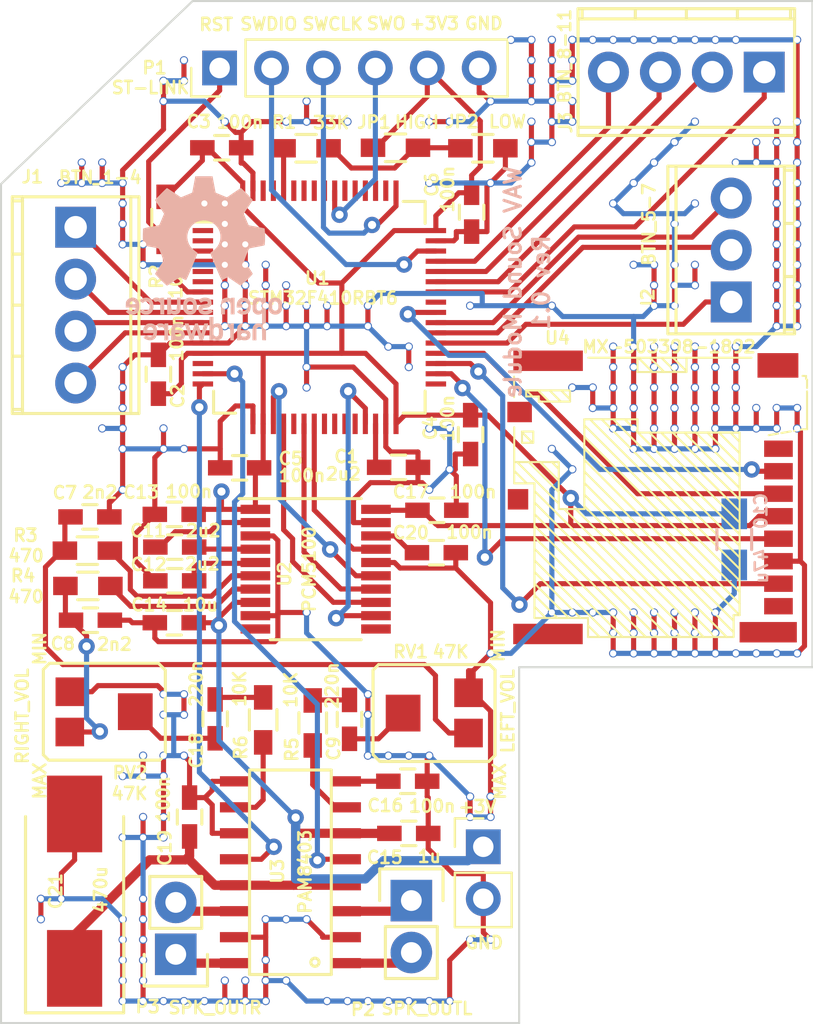
<source format=kicad_pcb>
(kicad_pcb (version 20171130) (host pcbnew "(5.1.12)-1")
  (layers (0 F.Cu signal) (31 B.Cu signal) (34 B.Paste user) (35 F.Paste user) (36 B.SilkS user) (37 F.SilkS user) (38 B.Mask user) (39 F.Mask user) (44 Edge.Cuts user))
  (net 0 "")
  (net 1 GND)
  (net 2 "Net-(C1-Pad1)")
  (net 3 +3V3)
  (net 4 /PCM5100_OUTL)
  (net 5 /PCM5100_OUTR)
  (net 6 "Net-(C9-Pad1)")
  (net 7 "Net-(C9-Pad2)")
  (net 8 "Net-(C11-Pad1)")
  (net 9 "Net-(C11-Pad2)")
  (net 10 "Net-(C14-Pad1)")
  (net 11 "Net-(C16-Pad2)")
  (net 12 "Net-(C18-Pad2)")
  (net 13 "Net-(C18-Pad1)")
  (net 14 "Net-(C20-Pad1)")
  (net 15 /BTN3)
  (net 16 /BTN2)
  (net 17 /BTN1)
  (net 18 /BTN4)
  (net 19 /BTN6)
  (net 20 /BTN5)
  (net 21 /BTN7)
  (net 22 /BTN11)
  (net 23 /BTN8)
  (net 24 /BTN9)
  (net 25 /BTN10)
  (net 26 "Net-(JP1-Pad1)")
  (net 27 /SWO)
  (net 28 /SWCLK)
  (net 29 /SWDIO)
  (net 30 /nRST)
  (net 31 "Net-(P2-Pad1)")
  (net 32 "Net-(P2-Pad2)")
  (net 33 "Net-(P3-Pad2)")
  (net 34 "Net-(P3-Pad1)")
  (net 35 "Net-(R1-Pad1)")
  (net 36 "Net-(R3-Pad1)")
  (net 37 "Net-(R4-Pad1)")
  (net 38 "Net-(R5-Pad1)")
  (net 39 "Net-(R6-Pad2)")
  (net 40 /SD_CS)
  (net 41 /SD_DI)
  (net 42 /SD_DO)
  (net 43 /SD_SCLK)
  (net 44 /I2S_MCLK)
  (net 45 /PCM5100_MUTE)
  (net 46 /I2S_DATA)
  (net 47 /I2S_BCLK)
  (net 48 /I2S_LRCLK)
  (net 49 /PAM8403_STANDBY)
  (net 50 /PAM8403_MUTE)
  (module myfootprints:TC-33X-2 (layer F.Cu) (at 80.44 103.26 90)
    (fp_text reference RV1 (at 3.02 -1.275) (layer F.SilkS) (effects (font (size 0.6 0.6) (thickness 0.125))))
    (fp_text value 47K (at 3.01 0.685) (layer F.SilkS) (effects (font (size 0.6 0.6) (thickness 0.125))))
    (pad 2 smd rect (at 0.01778 -1.64338 90) (size 1.8 1.7) (layers F.Cu F.Paste F.Mask) (net 7 "Net-(C9-Pad2)"))
    (pad 1 smd rect (at -0.95758 1.55702 90) (size 1.4 1.4) (layers F.Cu F.Paste F.Mask) (net 4 /PCM5100_OUTL))
    (pad 3 smd rect (at 1.01092 1.55956 90) (size 1.4 1.4) (layers F.Cu F.Paste F.Mask) (net 1 GND))
  )
  (module Symbols:OSHW-Logo_7.5x8mm_SilkScreen (layer B.Cu) (at 69.06 81 180)
    (fp_text reference REF*** hide)
    (fp_text value OSHW-Logo_7.5x8mm_SilkScreen hide)
  )
  (module myfootprints:hole_2mm (layer F.Cu) (at 81.11 98.38)
    (fp_text reference REF**_5 hide)
    (fp_text value hole_2mm hide)
    (pad "" np_thru_hole circle (at 0 0) (size 2 2) (drill 2) (layers *.Cu *.Mask))
  )
  (module myfootprints:hole_2mm (layer F.Cu) (at 65.04 74.55)
    (fp_text reference REF**_4 hide)
    (fp_text value hole_2mm hide)
    (pad "" np_thru_hole circle (at 0 0) (size 2 2) (drill 2) (layers *.Cu *.Mask))
  )
  (module myfootprints:hole_2mm (layer F.Cu) (at 88.46 82.47)
    (fp_text reference REF**_3 hide)
    (fp_text value hole_2mm hide)
    (pad "" np_thru_hole circle (at 0 0) (size 2 2) (drill 2) (layers *.Cu *.Mask))
  )
  (module myfootprints:hole_2mm (layer F.Cu) (at 63.04 90.68)
    (fp_text reference REF**_2 hide)
    (fp_text value hole_2mm hide)
    (pad "" np_thru_hole circle (at 0 0) (size 2 2) (drill 2) (layers *.Cu *.Mask))
  )
  (module myfootprints:hole_2mm (layer F.Cu) (at 82.72 116.15)
    (fp_text reference REF** hide)
    (fp_text value hole_2mm hide)
    (pad "" np_thru_hole circle (at 0 0) (size 2 2) (drill 2) (layers *.Cu *.Mask))
  )
  (module Pin_Headers:Pin_Header_Straight_1x06_Pitch2.54mm (layer F.Cu) (at 69.82 71.7 90)
    (fp_text reference P1 (at 0.01 -3.18 180) (layer F.SilkS) (effects (font (size 0.6 0.6) (thickness 0.125))))
    (fp_text value ST-LINK (at -0.96 -3.38 180) (layer F.SilkS) (effects (font (size 0.6 0.6) (thickness 0.125))))
    (pad 1 thru_hole rect (at 0 0 90) (size 1.7 1.7) (drill 1) (layers *.Cu *.Mask) (net 30 /nRST))
    (pad 2 thru_hole oval (at 0 2.54 90) (size 1.7 1.7) (drill 1) (layers *.Cu *.Mask) (net 29 /SWDIO))
    (pad 3 thru_hole oval (at 0 5.08 90) (size 1.7 1.7) (drill 1) (layers *.Cu *.Mask) (net 28 /SWCLK))
    (pad 4 thru_hole oval (at 0 7.62 90) (size 1.7 1.7) (drill 1) (layers *.Cu *.Mask) (net 27 /SWO))
    (pad 5 thru_hole oval (at 0 10.16 90) (size 1.7 1.7) (drill 1) (layers *.Cu *.Mask) (net 3 +3V3))
    (pad 6 thru_hole oval (at 0 12.7 90) (size 1.7 1.7) (drill 1) (layers *.Cu *.Mask) (net 1 GND))
  )
  (module Resistors_SMD:R_0603_HandSoldering (layer F.Cu) (at 74.05 75.625)
    (fp_text reference R1 (at -1.075 -1.275) (layer F.SilkS) (effects (font (size 0.6 0.6) (thickness 0.125))))
    (fp_text value 33K (at 1.225 -1.25) (layer F.SilkS) (effects (font (size 0.6 0.6) (thickness 0.125))))
    (pad 1 smd rect (at -1.1 0) (size 1.2 0.9) (layers F.Cu F.Paste F.Mask) (net 35 "Net-(R1-Pad1)"))
    (pad 2 smd rect (at 1.1 0) (size 1.2 0.9) (layers F.Cu F.Paste F.Mask) (net 26 "Net-(JP1-Pad1)"))
  )
  (module myfootprints:TC-33X-2 (layer F.Cu) (at 64.05 103.157 270)
    (fp_text reference RV2 (at 3.00278 -1.39 180) (layer F.SilkS) (effects (font (size 0.6 0.6) (thickness 0.125))))
    (fp_text value 47K (at 4.02278 -1.36) (layer F.SilkS) (effects (font (size 0.6 0.6) (thickness 0.125))))
    (pad 2 smd rect (at 0.01778 -1.64338 270) (size 1.8 1.7) (layers F.Cu F.Paste F.Mask) (net 13 "Net-(C18-Pad1)"))
    (pad 1 smd rect (at -0.95758 1.55702 270) (size 1.4 1.4) (layers F.Cu F.Paste F.Mask) (net 1 GND))
    (pad 3 smd rect (at 1.01092 1.55956 270) (size 1.4 1.4) (layers F.Cu F.Paste F.Mask) (net 5 /PCM5100_OUTR))
  )
  (module Capacitors_SMD:C_0603_HandSoldering (layer F.Cu) (at 78.575 91.225)
    (fp_text reference C1 (at -2.55 -0.525) (layer F.SilkS) (effects (font (size 0.6 0.6) (thickness 0.125))))
    (fp_text value 2u2 (at -2.7 0.325) (layer F.SilkS) (effects (font (size 0.6 0.6) (thickness 0.125))))
    (pad 2 smd rect (at 0.95 0) (size 1.2 0.75) (layers F.Cu F.Paste F.Mask) (net 1 GND))
    (pad 1 smd rect (at -0.95 0) (size 1.2 0.75) (layers F.Cu F.Paste F.Mask) (net 2 "Net-(C1-Pad1)"))
  )
  (module Capacitors_SMD:C_0603_HandSoldering (layer F.Cu) (at 66.825 86.675 90)
    (fp_text reference C2 (at -1.065 0.945 270) (layer F.SilkS) (effects (font (size 0.6 0.6) (thickness 0.125))))
    (fp_text value 100n (at 1.765 0.895 270) (layer F.SilkS) (effects (font (size 0.6 0.6) (thickness 0.125))))
    (pad 1 smd rect (at -0.95 0 90) (size 1.2 0.75) (layers F.Cu F.Paste F.Mask) (net 3 +3V3))
    (pad 2 smd rect (at 0.95 0 90) (size 1.2 0.75) (layers F.Cu F.Paste F.Mask) (net 1 GND))
  )
  (module Capacitors_SMD:C_0603_HandSoldering (layer F.Cu) (at 69.925 75.6)
    (fp_text reference C3 (at -1.125 -1.275) (layer F.SilkS) (effects (font (size 0.6 0.6) (thickness 0.125))))
    (fp_text value 100n (at 0.9 -1.25) (layer F.SilkS) (effects (font (size 0.6 0.6) (thickness 0.125))))
    (pad 2 smd rect (at 0.95 0) (size 1.2 0.75) (layers F.Cu F.Paste F.Mask) (net 1 GND))
    (pad 1 smd rect (at -0.95 0) (size 1.2 0.75) (layers F.Cu F.Paste F.Mask) (net 3 +3V3))
  )
  (module Capacitors_SMD:C_0603_HandSoldering (layer F.Cu) (at 82.1 89.625 270)
    (fp_text reference C4 (at -0.325 1.975 270) (layer F.SilkS) (effects (font (size 0.6 0.6) (thickness 0.125))))
    (fp_text value 100n (at -0.8 1.125 270) (layer F.SilkS) (effects (font (size 0.6 0.6) (thickness 0.125))))
    (pad 2 smd rect (at 0.95 0 270) (size 1.2 0.75) (layers F.Cu F.Paste F.Mask) (net 1 GND))
    (pad 1 smd rect (at -0.95 0 270) (size 1.2 0.75) (layers F.Cu F.Paste F.Mask) (net 3 +3V3))
  )
  (module Capacitors_SMD:C_0603_HandSoldering (layer F.Cu) (at 70.8 91.25 180)
    (fp_text reference C5 (at -2.5 0.45 180) (layer F.SilkS) (effects (font (size 0.6 0.6) (thickness 0.125))))
    (fp_text value 100n (at -3.05 -0.375 180) (layer F.SilkS) (effects (font (size 0.6 0.6) (thickness 0.125))))
    (pad 1 smd rect (at -0.95 0 180) (size 1.2 0.75) (layers F.Cu F.Paste F.Mask) (net 3 +3V3))
    (pad 2 smd rect (at 0.95 0 180) (size 1.2 0.75) (layers F.Cu F.Paste F.Mask) (net 1 GND))
  )
  (module Capacitors_SMD:C_0603_HandSoldering (layer F.Cu) (at 82.15 78.75 270)
    (fp_text reference C6 (at -1.35 1.95 270) (layer F.SilkS) (effects (font (size 0.6 0.6) (thickness 0.125))))
    (fp_text value 100n (at -1.125 1.175 270) (layer F.SilkS) (effects (font (size 0.6 0.6) (thickness 0.125))))
    (pad 1 smd rect (at -0.95 0 270) (size 1.2 0.75) (layers F.Cu F.Paste F.Mask) (net 3 +3V3))
    (pad 2 smd rect (at 0.95 0 270) (size 1.2 0.75) (layers F.Cu F.Paste F.Mask) (net 1 GND))
  )
  (module Capacitors_SMD:C_0603_HandSoldering (layer F.Cu) (at 63.475 93.65 180)
    (fp_text reference C7 (at 1.225 1.18 180) (layer F.SilkS) (effects (font (size 0.6 0.6) (thickness 0.125))))
    (fp_text value 2n2 (at -0.485 1.21 180) (layer F.SilkS) (effects (font (size 0.6 0.6) (thickness 0.125))))
    (pad 2 smd rect (at 0.95 0 180) (size 1.2 0.75) (layers F.Cu F.Paste F.Mask) (net 4 /PCM5100_OUTL))
    (pad 1 smd rect (at -0.95 0 180) (size 1.2 0.75) (layers F.Cu F.Paste F.Mask) (net 1 GND))
  )
  (module Capacitors_SMD:C_0603_HandSoldering (layer F.Cu) (at 63.5 98.7 180)
    (fp_text reference C8 (at 1.35 -1.15 180) (layer F.SilkS) (effects (font (size 0.6 0.6) (thickness 0.125))))
    (fp_text value 2n2 (at -1.175 -1.175 180) (layer F.SilkS) (effects (font (size 0.6 0.6) (thickness 0.125))))
    (pad 2 smd rect (at 0.95 0 180) (size 1.2 0.75) (layers F.Cu F.Paste F.Mask) (net 5 /PCM5100_OUTR))
    (pad 1 smd rect (at -0.95 0 180) (size 1.2 0.75) (layers F.Cu F.Paste F.Mask) (net 1 GND))
  )
  (module Capacitors_SMD:C_0603_HandSoldering (layer F.Cu) (at 76.175 103.55 270)
    (fp_text reference C9 (at 1.425 0.775 270) (layer F.SilkS) (effects (font (size 0.6 0.6) (thickness 0.125))))
    (fp_text value 220n (at -1.65 0.85 270) (layer F.SilkS) (effects (font (size 0.6 0.6) (thickness 0.125))))
    (pad 1 smd rect (at -0.95 0 270) (size 1.2 0.75) (layers F.Cu F.Paste F.Mask) (net 6 "Net-(C9-Pad1)"))
    (pad 2 smd rect (at 0.95 0 270) (size 1.2 0.75) (layers F.Cu F.Paste F.Mask) (net 7 "Net-(C9-Pad2)"))
  )
  (module Capacitors_SMD:C_0805_HandSoldering (layer B.Cu) (at 95 94.75 270)
    (fp_text reference C10 (at -1.39 -1.3 270) (layer B.SilkS) (effects (font (size 0.6 0.6) (thickness 0.125)) (justify mirror)))
    (fp_text value 47u (at 1.3 -1.33 270) (layer B.SilkS) (effects (font (size 0.6 0.6) (thickness 0.125)) (justify mirror)))
    (pad 2 smd rect (at 1.25 0 270) (size 1.5 1.25) (layers B.Cu B.Paste B.Mask) (net 1 GND))
    (pad 1 smd rect (at -1.25 0 270) (size 1.5 1.25) (layers B.Cu B.Paste B.Mask) (net 3 +3V3))
  )
  (module Capacitors_SMD:C_0603_HandSoldering (layer F.Cu) (at 67.625 95.125 180)
    (fp_text reference C11 (at 1.3 0.8) (layer F.SilkS) (effects (font (size 0.6 0.6) (thickness 0.125))))
    (fp_text value 2u2 (at -1.4 0.8) (layer F.SilkS) (effects (font (size 0.6 0.6) (thickness 0.125))))
    (pad 1 smd rect (at -0.95 0 180) (size 1.2 0.75) (layers F.Cu F.Paste F.Mask) (net 8 "Net-(C11-Pad1)"))
    (pad 2 smd rect (at 0.95 0 180) (size 1.2 0.75) (layers F.Cu F.Paste F.Mask) (net 9 "Net-(C11-Pad2)"))
  )
  (module Capacitors_SMD:C_0603_HandSoldering (layer F.Cu) (at 67.6 98.825)
    (fp_text reference C12 (at -1.25 -2.85) (layer F.SilkS) (effects (font (size 0.6 0.6) (thickness 0.125))))
    (fp_text value 10u (at 1.275 -0.875) (layer F.SilkS) (effects (font (size 0.6 0.6) (thickness 0.125))))
    (pad 1 smd rect (at -0.95 0) (size 1.2 0.75) (layers F.Cu F.Paste F.Mask) (net 1 GND))
    (pad 2 smd rect (at 0.95 0) (size 1.2 0.75) (layers F.Cu F.Paste F.Mask) (net 3 +3V3))
  )
  (module Capacitors_SMD:C_0603_HandSoldering (layer F.Cu) (at 67.6 93.525 180)
    (fp_text reference C13 (at 1.62 1.085 180) (layer F.SilkS) (effects (font (size 0.6 0.6) (thickness 0.125))))
    (fp_text value 100n (at -0.72 1.115 180) (layer F.SilkS) (effects (font (size 0.6 0.6) (thickness 0.125))))
    (pad 1 smd rect (at -0.95 0 180) (size 1.2 0.75) (layers F.Cu F.Paste F.Mask) (net 3 +3V3))
    (pad 2 smd rect (at 0.95 0 180) (size 1.2 0.75) (layers F.Cu F.Paste F.Mask) (net 1 GND))
  )
  (module Capacitors_SMD:C_0603_HandSoldering (layer F.Cu) (at 67.625 96.775 180)
    (fp_text reference C14 (at 1.25 -1.175 180) (layer F.SilkS) (effects (font (size 0.6 0.6) (thickness 0.125))))
    (fp_text value 2u2 (at -1.35 0.825) (layer F.SilkS) (effects (font (size 0.6 0.6) (thickness 0.125))))
    (pad 2 smd rect (at 0.95 0 180) (size 1.2 0.75) (layers F.Cu F.Paste F.Mask) (net 1 GND))
    (pad 1 smd rect (at -0.95 0 180) (size 1.2 0.75) (layers F.Cu F.Paste F.Mask) (net 10 "Net-(C14-Pad1)"))
  )
  (module Capacitors_SMD:C_0603_HandSoldering (layer F.Cu) (at 79.075 109.125 180)
    (fp_text reference C15 (at 1.175 -1.175 180) (layer F.SilkS) (effects (font (size 0.6 0.6) (thickness 0.125))))
    (fp_text value 1u (at -1.005 -1.125 180) (layer F.SilkS) (effects (font (size 0.6 0.6) (thickness 0.125))))
    (pad 1 smd rect (at -0.95 0 180) (size 1.2 0.75) (layers F.Cu F.Paste F.Mask) (net 1 GND))
    (pad 2 smd rect (at 0.95 0 180) (size 1.2 0.75) (layers F.Cu F.Paste F.Mask) (net 3 +3V3))
  )
  (module Capacitors_SMD:C_0603_HandSoldering (layer F.Cu) (at 79.025 106.575 180)
    (fp_text reference C16 (at 1.095 -1.185 180) (layer F.SilkS) (effects (font (size 0.6 0.6) (thickness 0.125))))
    (fp_text value 100n (at -1.195 -1.215 180) (layer F.SilkS) (effects (font (size 0.6 0.6) (thickness 0.125))))
    (pad 2 smd rect (at 0.95 0 180) (size 1.2 0.75) (layers F.Cu F.Paste F.Mask) (net 11 "Net-(C16-Pad2)"))
    (pad 1 smd rect (at -0.95 0 180) (size 1.2 0.75) (layers F.Cu F.Paste F.Mask) (net 1 GND))
  )
  (module Capacitors_SMD:C_0603_HandSoldering (layer F.Cu) (at 80.45 93.325)
    (fp_text reference C17 (at -1.275 -0.9) (layer F.SilkS) (effects (font (size 0.6 0.6) (thickness 0.125))))
    (fp_text value 100n (at 1.775 -0.9) (layer F.SilkS) (effects (font (size 0.6 0.6) (thickness 0.125))))
    (pad 2 smd rect (at 0.95 0) (size 1.2 0.75) (layers F.Cu F.Paste F.Mask) (net 1 GND))
    (pad 1 smd rect (at -0.95 0) (size 1.2 0.75) (layers F.Cu F.Paste F.Mask) (net 3 +3V3))
  )
  (module Capacitors_SMD:C_0603_HandSoldering (layer F.Cu) (at 69.6 103.525 90)
    (fp_text reference C18 (at -1.55 -0.925 90) (layer F.SilkS) (effects (font (size 0.6 0.6) (thickness 0.125))))
    (fp_text value 220n (at 1.725 -0.925 90) (layer F.SilkS) (effects (font (size 0.6 0.6) (thickness 0.125))))
    (pad 2 smd rect (at 0.95 0 90) (size 1.2 0.75) (layers F.Cu F.Paste F.Mask) (net 12 "Net-(C18-Pad2)"))
    (pad 1 smd rect (at -0.95 0 90) (size 1.2 0.75) (layers F.Cu F.Paste F.Mask) (net 13 "Net-(C18-Pad1)"))
  )
  (module Capacitors_SMD:C_0603_HandSoldering (layer F.Cu) (at 68.35 108.325 90)
    (fp_text reference C19 (at -1.505 -1.21 90) (layer F.SilkS) (effects (font (size 0.6 0.6) (thickness 0.125))))
    (fp_text value 100n (at 0.875 -1.29 90) (layer F.SilkS) (effects (font (size 0.6 0.6) (thickness 0.125))))
    (pad 2 smd rect (at 0.95 0 90) (size 1.2 0.75) (layers F.Cu F.Paste F.Mask) (net 1 GND))
    (pad 1 smd rect (at -0.95 0 90) (size 1.2 0.75) (layers F.Cu F.Paste F.Mask) (net 3 +3V3))
  )
  (module Capacitors_SMD:C_0603_HandSoldering (layer F.Cu) (at 80.425 95.4)
    (fp_text reference C20 (at -1.25 -0.975) (layer F.SilkS) (effects (font (size 0.6 0.6) (thickness 0.125))))
    (fp_text value 100n (at 1.625 -1) (layer F.SilkS) (effects (font (size 0.6 0.6) (thickness 0.125))))
    (pad 1 smd rect (at -0.95 0) (size 1.2 0.75) (layers F.Cu F.Paste F.Mask) (net 14 "Net-(C20-Pad1)"))
    (pad 2 smd rect (at 0.95 0) (size 1.2 0.75) (layers F.Cu F.Paste F.Mask) (net 1 GND))
  )
  (module Capacitors_Tantalum_SMD:Tantalum_Case-D_EIA-7343-31_Hand (layer F.Cu) (at 62.725 111.95 90)
    (fp_text reference C21 (at 0 -0.925 90) (layer F.SilkS) (effects (font (size 0.6 0.6) (thickness 0.125))))
    (fp_text value 470u (at 0.075 1.275 90) (layer F.SilkS) (effects (font (size 0.6 0.6) (thickness 0.125))))
    (pad 2 smd rect (at 3.775 0 90) (size 3.75 2.7) (layers F.Cu F.Paste F.Mask) (net 1 GND))
    (pad 1 smd rect (at -3.775 0 90) (size 3.75 2.7) (layers F.Cu F.Paste F.Mask) (net 3 +3V3))
  )
  (module Terminal_Blocks:TerminalBlock_Pheonix_MPT-2.54mm_4pol (layer F.Cu) (at 62.775 79.485 270)
    (fp_text reference J1 (at -2.465 2.115) (layer F.SilkS) (effects (font (size 0.6 0.6) (thickness 0.125))))
    (fp_text value BTN_1-4 (at -2.435 -1.2) (layer F.SilkS) (effects (font (size 0.6 0.6) (thickness 0.125))))
    (pad 3 thru_hole oval (at 5.08 0 90) (size 1.99898 1.99898) (drill 1.09728) (layers *.Cu *.Mask) (net 15 /BTN3))
    (pad 2 thru_hole oval (at 2.54 0 90) (size 1.99898 1.99898) (drill 1.09728) (layers *.Cu *.Mask) (net 16 /BTN2))
    (pad 1 thru_hole rect (at 0 0 90) (size 1.99898 1.99898) (drill 1.09728) (layers *.Cu *.Mask) (net 17 /BTN1))
    (pad 4 thru_hole oval (at 7.62 0 90) (size 1.99898 1.99898) (drill 1.09728) (layers *.Cu *.Mask) (net 18 /BTN4))
  )
  (module Terminal_Blocks:TerminalBlock_Pheonix_MPT-2.54mm_3pol (layer F.Cu) (at 94.85 83.14 90)
    (fp_text reference J2 (at 0.14 -4.075 90) (layer F.SilkS) (effects (font (size 0.6 0.6) (thickness 0.125))))
    (fp_text value BTN_5-7 (at 3.79 -4.025 90) (layer F.SilkS) (effects (font (size 0.6 0.6) (thickness 0.125))))
    (pad 2 thru_hole oval (at 2.54 0 90) (size 1.99898 1.99898) (drill 1.09728) (layers *.Cu *.Mask) (net 19 /BTN6))
    (pad 1 thru_hole rect (at 0 0 90) (size 1.99898 1.99898) (drill 1.09728) (layers *.Cu *.Mask) (net 20 /BTN5))
    (pad 3 thru_hole oval (at 5.08 0 90) (size 1.99898 1.99898) (drill 1.09728) (layers *.Cu *.Mask) (net 21 /BTN7))
  )
  (module Terminal_Blocks:TerminalBlock_Pheonix_MPT-2.54mm_4pol (layer F.Cu) (at 96.465 71.9 180)
    (fp_text reference J3 (at 9.715 -2.47 270) (layer F.SilkS) (effects (font (size 0.6 0.6) (thickness 0.125))))
    (fp_text value BTN_8-11 (at 9.765 0.78 270) (layer F.SilkS) (effects (font (size 0.6 0.6) (thickness 0.125))))
    (pad 4 thru_hole oval (at 7.62 0) (size 1.99898 1.99898) (drill 1.09728) (layers *.Cu *.Mask) (net 22 /BTN11))
    (pad 1 thru_hole rect (at 0 0) (size 1.99898 1.99898) (drill 1.09728) (layers *.Cu *.Mask) (net 23 /BTN8))
    (pad 2 thru_hole oval (at 2.54 0) (size 1.99898 1.99898) (drill 1.09728) (layers *.Cu *.Mask) (net 24 /BTN9))
    (pad 3 thru_hole oval (at 5.08 0) (size 1.99898 1.99898) (drill 1.09728) (layers *.Cu *.Mask) (net 25 /BTN10))
  )
  (module Resistors_SMD:R_0603_HandSoldering (layer F.Cu) (at 78.425 75.6 180)
    (fp_text reference JP1 (at 1.05 1.25 180) (layer F.SilkS) (effects (font (size 0.6 0.6) (thickness 0.125))))
    (fp_text value HIGH (at -1.05 1.25 180) (layer F.SilkS) (effects (font (size 0.6 0.6) (thickness 0.125))))
    (pad 1 smd rect (at -1.1 0 180) (size 1.2 0.9) (layers F.Cu F.Paste F.Mask) (net 26 "Net-(JP1-Pad1)"))
    (pad 2 smd rect (at 1.1 0 180) (size 1.2 0.9) (layers F.Cu F.Paste F.Mask) (net 3 +3V3))
  )
  (module Resistors_SMD:R_0603_HandSoldering (layer F.Cu) (at 82.7 75.625 180)
    (fp_text reference JP2 (at 1.025 1.3 180) (layer F.SilkS) (effects (font (size 0.6 0.6) (thickness 0.125))))
    (fp_text value LOW (at -1.2 1.3 180) (layer F.SilkS) (effects (font (size 0.6 0.6) (thickness 0.125))))
    (pad 2 smd rect (at 1.1 0 180) (size 1.2 0.9) (layers F.Cu F.Paste F.Mask) (net 26 "Net-(JP1-Pad1)"))
    (pad 1 smd rect (at -1.1 0 180) (size 1.2 0.9) (layers F.Cu F.Paste F.Mask) (net 1 GND))
  )
  (module Pin_Headers:Pin_Header_Straight_1x02 (layer F.Cu) (at 79.2 112.41)
    (fp_text reference P2 (at -2.36 5.32) (layer F.SilkS) (effects (font (size 0.6 0.6) (thickness 0.125))))
    (fp_text value SPK_OUTL (at 0.76 5.28 180) (layer F.SilkS) (effects (font (size 0.6 0.6) (thickness 0.125))))
    (pad 1 thru_hole rect (at 0 0) (size 2.032 2.032) (drill 1.016) (layers *.Cu *.Mask) (net 31 "Net-(P2-Pad1)"))
    (pad 2 thru_hole oval (at 0 2.54) (size 2.032 2.032) (drill 1.016) (layers *.Cu *.Mask) (net 32 "Net-(P2-Pad2)"))
  )
  (module Pin_Headers:Pin_Header_Straight_1x02 (layer F.Cu) (at 67.675 115.04 180)
    (fp_text reference P3 (at 1.375 -2.56 180) (layer F.SilkS) (effects (font (size 0.6 0.6) (thickness 0.125))))
    (fp_text value SPK_OUTR (at -1.925 -2.61 180) (layer F.SilkS) (effects (font (size 0.6 0.6) (thickness 0.125))))
    (pad 2 thru_hole oval (at 0 2.54 180) (size 2.032 2.032) (drill 1.016) (layers *.Cu *.Mask) (net 33 "Net-(P3-Pad2)"))
    (pad 1 thru_hole rect (at 0 0 180) (size 2.032 2.032) (drill 1.016) (layers *.Cu *.Mask) (net 34 "Net-(P3-Pad1)"))
  )
  (module Housings_QFP:LQFP-64_10x10mm_Pitch0.5mm (layer F.Cu) (at 74.7 83.4)
    (fp_text reference U1 (at -0.1 -1.425) (layer F.SilkS) (effects (font (size 0.6 0.6) (thickness 0.125))))
    (fp_text value STM32F410RBT6 (at 0.175 -0.45) (layer F.SilkS) (effects (font (size 0.6 0.6) (thickness 0.125))))
    (pad 64 smd rect (at -3.75 -5.7 90) (size 1 0.25) (layers F.Cu F.Paste F.Mask) (net 3 +3V3))
    (pad 63 smd rect (at -3.25 -5.7 90) (size 1 0.25) (layers F.Cu F.Paste F.Mask) (net 1 GND))
    (pad 62 smd rect (at -2.75 -5.7 90) (size 1 0.25) (layers F.Cu F.Paste F.Mask))
    (pad 61 smd rect (at -2.25 -5.7 90) (size 1 0.25) (layers F.Cu F.Paste F.Mask))
    (pad 60 smd rect (at -1.75 -5.7 90) (size 1 0.25) (layers F.Cu F.Paste F.Mask) (net 35 "Net-(R1-Pad1)"))
    (pad 59 smd rect (at -1.25 -5.7 90) (size 1 0.25) (layers F.Cu F.Paste F.Mask))
    (pad 58 smd rect (at -0.75 -5.7 90) (size 1 0.25) (layers F.Cu F.Paste F.Mask))
    (pad 57 smd rect (at -0.25 -5.7 90) (size 1 0.25) (layers F.Cu F.Paste F.Mask))
    (pad 56 smd rect (at 0.25 -5.7 90) (size 1 0.25) (layers F.Cu F.Paste F.Mask))
    (pad 55 smd rect (at 0.75 -5.7 90) (size 1 0.25) (layers F.Cu F.Paste F.Mask) (net 27 /SWO))
    (pad 54 smd rect (at 1.25 -5.7 90) (size 1 0.25) (layers F.Cu F.Paste F.Mask))
    (pad 53 smd rect (at 1.75 -5.7 90) (size 1 0.25) (layers F.Cu F.Paste F.Mask))
    (pad 52 smd rect (at 2.25 -5.7 90) (size 1 0.25) (layers F.Cu F.Paste F.Mask))
    (pad 51 smd rect (at 2.75 -5.7 90) (size 1 0.25) (layers F.Cu F.Paste F.Mask))
    (pad 50 smd rect (at 3.25 -5.7 90) (size 1 0.25) (layers F.Cu F.Paste F.Mask))
    (pad 49 smd rect (at 3.75 -5.7 90) (size 1 0.25) (layers F.Cu F.Paste F.Mask) (net 28 /SWCLK))
    (pad 48 smd rect (at 5.7 -3.75) (size 1 0.25) (layers F.Cu F.Paste F.Mask) (net 3 +3V3))
    (pad 47 smd rect (at 5.7 -3.25) (size 1 0.25) (layers F.Cu F.Paste F.Mask) (net 1 GND))
    (pad 46 smd rect (at 5.7 -2.75) (size 1 0.25) (layers F.Cu F.Paste F.Mask) (net 29 /SWDIO))
    (pad 45 smd rect (at 5.7 -2.25) (size 1 0.25) (layers F.Cu F.Paste F.Mask) (net 22 /BTN11))
    (pad 44 smd rect (at 5.7 -1.75) (size 1 0.25) (layers F.Cu F.Paste F.Mask) (net 25 /BTN10))
    (pad 43 smd rect (at 5.7 -1.25) (size 1 0.25) (layers F.Cu F.Paste F.Mask) (net 24 /BTN9))
    (pad 42 smd rect (at 5.7 -0.75) (size 1 0.25) (layers F.Cu F.Paste F.Mask) (net 23 /BTN8))
    (pad 41 smd rect (at 5.7 -0.25) (size 1 0.25) (layers F.Cu F.Paste F.Mask))
    (pad 40 smd rect (at 5.7 0.25) (size 1 0.25) (layers F.Cu F.Paste F.Mask) (net 40 /SD_CS))
    (pad 39 smd rect (at 5.7 0.75) (size 1 0.25) (layers F.Cu F.Paste F.Mask) (net 21 /BTN7))
    (pad 38 smd rect (at 5.7 1.25) (size 1 0.25) (layers F.Cu F.Paste F.Mask) (net 19 /BTN6))
    (pad 37 smd rect (at 5.7 1.75) (size 1 0.25) (layers F.Cu F.Paste F.Mask) (net 20 /BTN5))
    (pad 36 smd rect (at 5.7 2.25) (size 1 0.25) (layers F.Cu F.Paste F.Mask) (net 41 /SD_DI))
    (pad 35 smd rect (at 5.7 2.75) (size 1 0.25) (layers F.Cu F.Paste F.Mask) (net 42 /SD_DO))
    (pad 34 smd rect (at 5.7 3.25) (size 1 0.25) (layers F.Cu F.Paste F.Mask) (net 43 /SD_SCLK))
    (pad 33 smd rect (at 5.7 3.75) (size 1 0.25) (layers F.Cu F.Paste F.Mask))
    (pad 32 smd rect (at 3.75 5.7 90) (size 1 0.25) (layers F.Cu F.Paste F.Mask) (net 3 +3V3))
    (pad 31 smd rect (at 3.25 5.7 90) (size 1 0.25) (layers F.Cu F.Paste F.Mask) (net 1 GND))
    (pad 30 smd rect (at 2.75 5.7 90) (size 1 0.25) (layers F.Cu F.Paste F.Mask) (net 2 "Net-(C1-Pad1)"))
    (pad 29 smd rect (at 2.25 5.7 90) (size 1 0.25) (layers F.Cu F.Paste F.Mask) (net 44 /I2S_MCLK))
    (pad 28 smd rect (at 1.75 5.7 90) (size 1 0.25) (layers F.Cu F.Paste F.Mask))
    (pad 27 smd rect (at 1.25 5.7 90) (size 1 0.25) (layers F.Cu F.Paste F.Mask))
    (pad 26 smd rect (at 0.75 5.7 90) (size 1 0.25) (layers F.Cu F.Paste F.Mask))
    (pad 25 smd rect (at 0.25 5.7 90) (size 1 0.25) (layers F.Cu F.Paste F.Mask))
    (pad 24 smd rect (at -0.25 5.7 90) (size 1 0.25) (layers F.Cu F.Paste F.Mask) (net 45 /PCM5100_MUTE))
    (pad 23 smd rect (at -0.75 5.7 90) (size 1 0.25) (layers F.Cu F.Paste F.Mask) (net 46 /I2S_DATA))
    (pad 22 smd rect (at -1.25 5.7 90) (size 1 0.25) (layers F.Cu F.Paste F.Mask))
    (pad 21 smd rect (at -1.75 5.7 90) (size 1 0.25) (layers F.Cu F.Paste F.Mask) (net 47 /I2S_BCLK))
    (pad 20 smd rect (at -2.25 5.7 90) (size 1 0.25) (layers F.Cu F.Paste F.Mask) (net 48 /I2S_LRCLK))
    (pad 19 smd rect (at -2.75 5.7 90) (size 1 0.25) (layers F.Cu F.Paste F.Mask) (net 3 +3V3))
    (pad 18 smd rect (at -3.25 5.7 90) (size 1 0.25) (layers F.Cu F.Paste F.Mask) (net 1 GND))
    (pad 17 smd rect (at -3.75 5.7 90) (size 1 0.25) (layers F.Cu F.Paste F.Mask))
    (pad 16 smd rect (at -5.7 3.75) (size 1 0.25) (layers F.Cu F.Paste F.Mask) (net 49 /PAM8403_STANDBY))
    (pad 15 smd rect (at -5.7 3.25) (size 1 0.25) (layers F.Cu F.Paste F.Mask) (net 50 /PAM8403_MUTE))
    (pad 14 smd rect (at -5.7 2.75) (size 1 0.25) (layers F.Cu F.Paste F.Mask))
    (pad 13 smd rect (at -5.7 2.25) (size 1 0.25) (layers F.Cu F.Paste F.Mask) (net 3 +3V3))
    (pad 12 smd rect (at -5.7 1.75) (size 1 0.25) (layers F.Cu F.Paste F.Mask) (net 1 GND))
    (pad 11 smd rect (at -5.7 1.25) (size 1 0.25) (layers F.Cu F.Paste F.Mask) (net 18 /BTN4))
    (pad 10 smd rect (at -5.7 0.75) (size 1 0.25) (layers F.Cu F.Paste F.Mask) (net 15 /BTN3))
    (pad 9 smd rect (at -5.7 0.25) (size 1 0.25) (layers F.Cu F.Paste F.Mask) (net 16 /BTN2))
    (pad 8 smd rect (at -5.7 -0.25) (size 1 0.25) (layers F.Cu F.Paste F.Mask) (net 17 /BTN1))
    (pad 7 smd rect (at -5.7 -0.75) (size 1 0.25) (layers F.Cu F.Paste F.Mask) (net 30 /nRST))
    (pad 6 smd rect (at -5.7 -1.25) (size 1 0.25) (layers F.Cu F.Paste F.Mask))
    (pad 5 smd rect (at -5.7 -1.75) (size 1 0.25) (layers F.Cu F.Paste F.Mask))
    (pad 4 smd rect (at -5.7 -2.25) (size 1 0.25) (layers F.Cu F.Paste F.Mask))
    (pad 3 smd rect (at -5.7 -2.75) (size 1 0.25) (layers F.Cu F.Paste F.Mask))
    (pad 2 smd rect (at -5.7 -3.25) (size 1 0.25) (layers F.Cu F.Paste F.Mask))
    (pad 1 smd rect (at -5.7 -3.75) (size 1 0.25) (layers F.Cu F.Paste F.Mask))
  )
  (module Housings_SSOP:TSSOP-20_4.4x6.5mm_Pitch0.65mm (layer F.Cu) (at 74.52 96.205)
    (fp_text reference U2 (at -1.52 0.235 90) (layer F.SilkS) (effects (font (size 0.6 0.6) (thickness 0.125))))
    (fp_text value PCM5100 (at -0.32 0.005 90) (layer F.SilkS) (effects (font (size 0.6 0.6) (thickness 0.125))))
    (pad 20 smd rect (at 2.95 -2.925) (size 1.45 0.45) (layers F.Cu F.Paste F.Mask) (net 3 +3V3))
    (pad 19 smd rect (at 2.95 -2.275) (size 1.45 0.45) (layers F.Cu F.Paste F.Mask) (net 1 GND))
    (pad 18 smd rect (at 2.95 -1.625) (size 1.45 0.45) (layers F.Cu F.Paste F.Mask) (net 14 "Net-(C20-Pad1)"))
    (pad 17 smd rect (at 2.95 -0.975) (size 1.45 0.45) (layers F.Cu F.Paste F.Mask) (net 45 /PCM5100_MUTE))
    (pad 16 smd rect (at 2.95 -0.325) (size 1.45 0.45) (layers F.Cu F.Paste F.Mask) (net 1 GND))
    (pad 15 smd rect (at 2.95 0.325) (size 1.45 0.45) (layers F.Cu F.Paste F.Mask) (net 48 /I2S_LRCLK))
    (pad 14 smd rect (at 2.95 0.975) (size 1.45 0.45) (layers F.Cu F.Paste F.Mask) (net 46 /I2S_DATA))
    (pad 13 smd rect (at 2.95 1.625) (size 1.45 0.45) (layers F.Cu F.Paste F.Mask) (net 47 /I2S_BCLK))
    (pad 12 smd rect (at 2.95 2.275) (size 1.45 0.45) (layers F.Cu F.Paste F.Mask) (net 44 /I2S_MCLK))
    (pad 11 smd rect (at 2.95 2.925) (size 1.45 0.45) (layers F.Cu F.Paste F.Mask))
    (pad 10 smd rect (at -2.95 2.925) (size 1.45 0.45) (layers F.Cu F.Paste F.Mask))
    (pad 9 smd rect (at -2.95 2.275) (size 1.45 0.45) (layers F.Cu F.Paste F.Mask) (net 1 GND))
    (pad 8 smd rect (at -2.95 1.625) (size 1.45 0.45) (layers F.Cu F.Paste F.Mask) (net 3 +3V3))
    (pad 7 smd rect (at -2.95 0.975) (size 1.45 0.45) (layers F.Cu F.Paste F.Mask) (net 37 "Net-(R4-Pad1)"))
    (pad 6 smd rect (at -2.95 0.325) (size 1.45 0.45) (layers F.Cu F.Paste F.Mask) (net 36 "Net-(R3-Pad1)"))
    (pad 5 smd rect (at -2.95 -0.325) (size 1.45 0.45) (layers F.Cu F.Paste F.Mask) (net 10 "Net-(C14-Pad1)"))
    (pad 4 smd rect (at -2.95 -0.975) (size 1.45 0.45) (layers F.Cu F.Paste F.Mask) (net 8 "Net-(C11-Pad1)"))
    (pad 3 smd rect (at -2.95 -1.625) (size 1.45 0.45) (layers F.Cu F.Paste F.Mask) (net 1 GND))
    (pad 2 smd rect (at -2.95 -2.275) (size 1.45 0.45) (layers F.Cu F.Paste F.Mask) (net 9 "Net-(C11-Pad2)"))
    (pad 1 smd rect (at -2.95 -2.925) (size 1.45 0.45) (layers F.Cu F.Paste F.Mask) (net 3 +3V3))
  )
  (module myfootprints:SOP16L (layer F.Cu) (at 73.284 111.025 90)
    (fp_text reference U3 (at 0.050328 -0.634002 90) (layer F.SilkS) (effects (font (size 0.6 0.6) (thickness 0.125))))
    (fp_text value PAM8403 (at 0.025328 0.715998 90) (layer F.SilkS) (effects (font (size 0.6 0.6) (thickness 0.125))))
    (pad 1 smd rect (at -4.445 2.7 90) (size 0.5 1.5) (layers F.Cu F.Paste F.Mask) (net 32 "Net-(P2-Pad2)") (clearance 0.14986))
    (pad 2 smd rect (at -3.175 2.7 90) (size 0.5 1.5) (layers F.Cu F.Paste F.Mask) (net 1 GND) (clearance 0.14986))
    (pad 3 smd rect (at -1.905 2.7 90) (size 0.5 1.5) (layers F.Cu F.Paste F.Mask) (net 31 "Net-(P2-Pad1)") (clearance 0.14986))
    (pad 4 smd rect (at -0.635 2.7 90) (size 0.5 1.5) (layers F.Cu F.Paste F.Mask) (net 3 +3V3) (clearance 0.14986))
    (pad 5 smd rect (at 0.635 2.7 90) (size 0.5 1.5) (layers F.Cu F.Paste F.Mask) (net 50 /PAM8403_MUTE) (clearance 0.14986))
    (pad 6 smd rect (at 1.905 2.7 90) (size 0.5 1.5) (layers F.Cu F.Paste F.Mask) (net 3 +3V3) (clearance 0.14986))
    (pad 7 smd rect (at 3.175 2.7 90) (size 0.5 1.5) (layers F.Cu F.Paste F.Mask) (net 38 "Net-(R5-Pad1)"))
    (pad 8 smd rect (at 4.445 2.7 90) (size 0.5 1.5) (layers F.Cu F.Paste F.Mask) (net 11 "Net-(C16-Pad2)"))
    (pad 9 smd rect (at 4.445 -2.7 90) (size 0.5 1.5) (layers F.Cu F.Paste F.Mask) (net 1 GND))
    (pad 10 smd rect (at 3.175 -2.7 90) (size 0.5 1.5) (layers F.Cu F.Paste F.Mask) (net 39 "Net-(R6-Pad2)"))
    (pad 11 smd rect (at 1.905 -2.7 90) (size 0.5 1.5) (layers F.Cu F.Paste F.Mask) (net 1 GND))
    (pad 12 smd rect (at 0.635 -2.7 90) (size 0.5 1.5) (layers F.Cu F.Paste F.Mask) (net 49 /PAM8403_STANDBY))
    (pad 13 smd rect (at -0.635 -2.7 90) (size 0.5 1.5) (layers F.Cu F.Paste F.Mask) (net 3 +3V3))
    (pad 14 smd rect (at -1.905 -2.7 90) (size 0.5 1.5) (layers F.Cu F.Paste F.Mask) (net 33 "Net-(P3-Pad2)"))
    (pad 15 smd rect (at -3.175 -2.7 90) (size 0.5 1.5) (layers F.Cu F.Paste F.Mask) (net 1 GND))
    (pad 16 smd rect (at -4.445 -2.7 90) (size 0.5 1.5) (layers F.Cu F.Paste F.Mask) (net 34 "Net-(P3-Pad1)"))
  )
  (module myfootprints:MX-503398-1892 (layer F.Cu) (at 90.55 93.325 180)
    (fp_text reference U4 (at 4.2 8.425 180) (layer F.SilkS) (effects (font (size 0.6 0.6) (thickness 0.125))))
    (fp_text value MX-503398-1892 (at -1.26 7.995 180) (layer F.SilkS) (effects (font (size 0.6 0.6) (thickness 0.125))))
    (pad 8 smd rect (at -6.61162 -4.69138 270) (size 0.8 1.4) (layers F.Cu F.Paste F.Mask))
    (pad 7 smd rect (at -6.61162 -3.59138 270) (size 0.8 1.4) (layers F.Cu F.Paste F.Mask) (net 42 /SD_DO))
    (pad 6 smd rect (at -6.61162 -2.49138 270) (size 0.8 1.4) (layers F.Cu F.Paste F.Mask) (net 1 GND))
    (pad 5 smd rect (at -6.61162 -1.39138 270) (size 0.8 1.4) (layers F.Cu F.Paste F.Mask) (net 43 /SD_SCLK))
    (pad 4 smd rect (at -6.61162 -0.29138 270) (size 0.8 1.4) (layers F.Cu F.Paste F.Mask) (net 3 +3V3))
    (pad 3 smd rect (at -6.61162 0.80862 270) (size 0.8 1.4) (layers F.Cu F.Paste F.Mask) (net 41 /SD_DI))
    (pad 2 smd rect (at -6.61162 1.90862 270) (size 0.8 1.4) (layers F.Cu F.Paste F.Mask) (net 40 /SD_CS))
    (pad 1 smd rect (at -6.61162 3.00862 270) (size 0.8 1.4) (layers F.Cu F.Paste F.Mask))
    (pad "" smd rect (at -6.11124 -5.76326 270) (size 1 2.8) (drill (offset 0.2 0)) (layers F.Cu F.Paste F.Mask))
    (pad "" smd rect (at 4.66598 -5.84962 270) (size 1 3.4) (drill (offset 0.2 0)) (layers F.Cu F.Paste F.Mask))
    (pad "" smd rect (at 4.65836 7.10946 270) (size 1 3.4) (drill (offset -0.2 0)) (layers F.Cu F.Paste F.Mask))
    (pad "" smd rect (at -6.58622 6.8834 270) (size 1.2 2) (drill (offset -0.2 0)) (layers F.Cu F.Paste F.Mask))
    (pad 10 smd rect (at 5.85216 4.80314) (size 1.2 1) (drill (offset -0.2 0)) (layers F.Cu F.Paste F.Mask))
    (pad 9 smd rect (at 5.9309 0.53594 90) (size 1 1) (drill (offset 0 -0.2)) (layers F.Cu F.Paste F.Mask))
  )
  (module Resistors_SMD:R_0603_HandSoldering (layer F.Cu) (at 67.175 79.1 90)
    (fp_text reference R2 (at -2.8 -0.45 90) (layer F.SilkS) (effects (font (size 0.6 0.6) (thickness 0.125))))
    (fp_text value 10K (at -3 0.5 90) (layer F.SilkS) (effects (font (size 0.6 0.6) (thickness 0.125))))
    (pad 2 smd rect (at 1.1 0 90) (size 1.2 0.9) (layers F.Cu F.Paste F.Mask) (net 3 +3V3))
    (pad 1 smd rect (at -1.1 0 90) (size 1.2 0.9) (layers F.Cu F.Paste F.Mask) (net 30 /nRST))
  )
  (module Resistors_SMD:R_0603_HandSoldering (layer F.Cu) (at 63.35 95.3 180)
    (fp_text reference R3 (at 3.025 0.75 180) (layer F.SilkS) (effects (font (size 0.6 0.6) (thickness 0.125))))
    (fp_text value 470 (at 3 -0.25 180) (layer F.SilkS) (effects (font (size 0.6 0.6) (thickness 0.125))))
    (pad 1 smd rect (at -1.1 0 180) (size 1.2 0.9) (layers F.Cu F.Paste F.Mask) (net 36 "Net-(R3-Pad1)"))
    (pad 2 smd rect (at 1.1 0 180) (size 1.2 0.9) (layers F.Cu F.Paste F.Mask) (net 4 /PCM5100_OUTL))
  )
  (module Resistors_SMD:R_0603_HandSoldering (layer F.Cu) (at 63.375 97.025 180)
    (fp_text reference R4 (at 3.175 0.5 180) (layer F.SilkS) (effects (font (size 0.6 0.6) (thickness 0.125))))
    (fp_text value 470 (at 3.025 -0.525 180) (layer F.SilkS) (effects (font (size 0.6 0.6) (thickness 0.125))))
    (pad 2 smd rect (at 1.1 0 180) (size 1.2 0.9) (layers F.Cu F.Paste F.Mask) (net 5 /PCM5100_OUTR))
    (pad 1 smd rect (at -1.1 0 180) (size 1.2 0.9) (layers F.Cu F.Paste F.Mask) (net 37 "Net-(R4-Pad1)"))
  )
  (module Resistors_SMD:R_0603_HandSoldering (layer F.Cu) (at 74.375 103.725 90)
    (fp_text reference R5 (at -1.3 -1.025 90) (layer F.SilkS) (effects (font (size 0.6 0.6) (thickness 0.125))))
    (fp_text value 10K (at 1.625 -1.075 90) (layer F.SilkS) (effects (font (size 0.6 0.6) (thickness 0.125))))
    (pad 2 smd rect (at 1.1 0 90) (size 1.2 0.9) (layers F.Cu F.Paste F.Mask) (net 6 "Net-(C9-Pad1)"))
    (pad 1 smd rect (at -1.1 0 90) (size 1.2 0.9) (layers F.Cu F.Paste F.Mask) (net 38 "Net-(R5-Pad1)"))
  )
  (module Resistors_SMD:R_0603_HandSoldering (layer F.Cu) (at 71.95 103.575 270)
    (fp_text reference R6 (at 1.35 1.1 270) (layer F.SilkS) (effects (font (size 0.6 0.6) (thickness 0.125))))
    (fp_text value 10K (at -1.525 1.15 270) (layer F.SilkS) (effects (font (size 0.6 0.6) (thickness 0.125))))
    (pad 1 smd rect (at -1.1 0 270) (size 1.2 0.9) (layers F.Cu F.Paste F.Mask) (net 12 "Net-(C18-Pad2)"))
    (pad 2 smd rect (at 1.1 0 270) (size 1.2 0.9) (layers F.Cu F.Paste F.Mask) (net 39 "Net-(R6-Pad2)"))
  )
  (module Pin_Headers:Pin_Header_Straight_1x02_Pitch2.54mm (layer F.Cu) (at 82.72 109.78)
    (fp_text reference P4 hide)
    (fp_text value Supply hide)
    (pad 2 thru_hole oval (at 0 2.54) (size 1.7 1.7) (drill 1) (layers *.Cu *.Mask) (net 1 GND))
    (pad 1 thru_hole rect (at 0 0) (size 1.7 1.7) (drill 1) (layers *.Cu *.Mask) (net 3 +3V3))
  )
  (module VIA_MATRIX (layer F.Cu) (at 84.075 70.323)
    (fp_text reference V25_2 hide)
    (fp_text value AUTO_VIA hide)
    (pad 1 thru_hole circle (at 0 0) (size 0.4 0.4) (drill 0.3) (layers *.Cu) (net 1 GND) (clearance 0.3))
  )
  (module VIA_MATRIX (layer F.Cu) (at 85.075 70.323)
    (fp_text reference V26_2 hide)
    (fp_text value AUTO_VIA hide)
    (pad 1 thru_hole circle (at 0 0) (size 0.4 0.4) (drill 0.3) (layers *.Cu) (net 1 GND) (clearance 0.3))
  )
  (module VIA_MATRIX (layer F.Cu) (at 86.075 70.323)
    (fp_text reference V27_2 hide)
    (fp_text value AUTO_VIA hide)
    (pad 1 thru_hole circle (at 0 0) (size 0.4 0.4) (drill 0.3) (layers *.Cu) (net 1 GND) (clearance 0.3))
  )
  (module VIA_MATRIX (layer F.Cu) (at 87.075 70.323)
    (fp_text reference V28_2 hide)
    (fp_text value AUTO_VIA hide)
    (pad 1 thru_hole circle (at 0 0) (size 0.4 0.4) (drill 0.3) (layers *.Cu) (net 1 GND) (clearance 0.3))
  )
  (module VIA_MATRIX (layer F.Cu) (at 88.075 70.323)
    (fp_text reference V29_2 hide)
    (fp_text value AUTO_VIA hide)
    (pad 1 thru_hole circle (at 0 0) (size 0.4 0.4) (drill 0.3) (layers *.Cu) (net 1 GND) (clearance 0.3))
  )
  (module VIA_MATRIX (layer F.Cu) (at 89.075 70.323)
    (fp_text reference V30_2 hide)
    (fp_text value AUTO_VIA hide)
    (pad 1 thru_hole circle (at 0 0) (size 0.4 0.4) (drill 0.3) (layers *.Cu) (net 1 GND) (clearance 0.3))
  )
  (module VIA_MATRIX (layer F.Cu) (at 90.075 70.323)
    (fp_text reference V31_2 hide)
    (fp_text value AUTO_VIA hide)
    (pad 1 thru_hole circle (at 0 0) (size 0.4 0.4) (drill 0.3) (layers *.Cu) (net 1 GND) (clearance 0.3))
  )
  (module VIA_MATRIX (layer F.Cu) (at 91.075 70.323)
    (fp_text reference V32_2 hide)
    (fp_text value AUTO_VIA hide)
    (pad 1 thru_hole circle (at 0 0) (size 0.4 0.4) (drill 0.3) (layers *.Cu) (net 1 GND) (clearance 0.3))
  )
  (module VIA_MATRIX (layer F.Cu) (at 92.075 70.323)
    (fp_text reference V33_2 hide)
    (fp_text value AUTO_VIA hide)
    (pad 1 thru_hole circle (at 0 0) (size 0.4 0.4) (drill 0.3) (layers *.Cu) (net 1 GND) (clearance 0.3))
  )
  (module VIA_MATRIX (layer F.Cu) (at 93.075 70.323)
    (fp_text reference V34_2 hide)
    (fp_text value AUTO_VIA hide)
    (pad 1 thru_hole circle (at 0 0) (size 0.4 0.4) (drill 0.3) (layers *.Cu) (net 1 GND) (clearance 0.3))
  )
  (module VIA_MATRIX (layer F.Cu) (at 94.075 70.323)
    (fp_text reference V35_2 hide)
    (fp_text value AUTO_VIA hide)
    (pad 1 thru_hole circle (at 0 0) (size 0.4 0.4) (drill 0.3) (layers *.Cu) (net 1 GND) (clearance 0.3))
  )
  (module VIA_MATRIX (layer F.Cu) (at 95.075 70.323)
    (fp_text reference V36_2 hide)
    (fp_text value AUTO_VIA hide)
    (pad 1 thru_hole circle (at 0 0) (size 0.4 0.4) (drill 0.3) (layers *.Cu) (net 1 GND) (clearance 0.3))
  )
  (module VIA_MATRIX (layer F.Cu) (at 98.075 70.323)
    (fp_text reference V39_2 hide)
    (fp_text value AUTO_VIA hide)
    (pad 1 thru_hole circle (at 0 0) (size 0.4 0.4) (drill 0.3) (layers *.Cu) (net 1 GND) (clearance 0.3))
  )
  (module VIA_MATRIX (layer F.Cu) (at 68.075 71.323)
    (fp_text reference V9_3 hide)
    (fp_text value AUTO_VIA hide)
    (pad 1 thru_hole circle (at 0 0) (size 0.4 0.4) (drill 0.3) (layers *.Cu) (net 1 GND) (clearance 0.3))
  )
  (module VIA_MATRIX (layer F.Cu) (at 85.075 71.323)
    (fp_text reference V26_3 hide)
    (fp_text value AUTO_VIA hide)
    (pad 1 thru_hole circle (at 0 0) (size 0.4 0.4) (drill 0.3) (layers *.Cu) (net 1 GND) (clearance 0.3))
  )
  (module VIA_MATRIX (layer F.Cu) (at 86.075 71.323)
    (fp_text reference V27_3 hide)
    (fp_text value AUTO_VIA hide)
    (pad 1 thru_hole circle (at 0 0) (size 0.4 0.4) (drill 0.3) (layers *.Cu) (net 1 GND) (clearance 0.3))
  )
  (module VIA_MATRIX (layer F.Cu) (at 87.075 71.323)
    (fp_text reference V28_3 hide)
    (fp_text value AUTO_VIA hide)
    (pad 1 thru_hole circle (at 0 0) (size 0.4 0.4) (drill 0.3) (layers *.Cu) (net 1 GND) (clearance 0.3))
  )
  (module VIA_MATRIX (layer F.Cu) (at 67.075 72.323)
    (fp_text reference V8_4 hide)
    (fp_text value AUTO_VIA hide)
    (pad 1 thru_hole circle (at 0 0) (size 0.4 0.4) (drill 0.3) (layers *.Cu) (net 1 GND) (clearance 0.3))
  )
  (module VIA_MATRIX (layer F.Cu) (at 68.075 72.323)
    (fp_text reference V9_4 hide)
    (fp_text value AUTO_VIA hide)
    (pad 1 thru_hole circle (at 0 0) (size 0.4 0.4) (drill 0.3) (layers *.Cu) (net 1 GND) (clearance 0.3))
  )
  (module VIA_MATRIX (layer F.Cu) (at 85.075 72.323)
    (fp_text reference V26_4 hide)
    (fp_text value AUTO_VIA hide)
    (pad 1 thru_hole circle (at 0 0) (size 0.4 0.4) (drill 0.3) (layers *.Cu) (net 1 GND) (clearance 0.3))
  )
  (module VIA_MATRIX (layer F.Cu) (at 86.075 72.323)
    (fp_text reference V27_4 hide)
    (fp_text value AUTO_VIA hide)
    (pad 1 thru_hole circle (at 0 0) (size 0.4 0.4) (drill 0.3) (layers *.Cu) (net 1 GND) (clearance 0.3))
  )
  (module VIA_MATRIX (layer F.Cu) (at 87.075 72.323)
    (fp_text reference V28_4 hide)
    (fp_text value AUTO_VIA hide)
    (pad 1 thru_hole circle (at 0 0) (size 0.4 0.4) (drill 0.3) (layers *.Cu) (net 1 GND) (clearance 0.3))
  )
  (module VIA_MATRIX (layer F.Cu) (at 67.075 73.323)
    (fp_text reference V8_5 hide)
    (fp_text value AUTO_VIA hide)
    (pad 1 thru_hole circle (at 0 0) (size 0.4 0.4) (drill 0.3) (layers *.Cu) (net 1 GND) (clearance 0.3))
  )
  (module VIA_MATRIX (layer F.Cu) (at 74.075 73.323)
    (fp_text reference V15_5 hide)
    (fp_text value AUTO_VIA hide)
    (pad 1 thru_hole circle (at 0 0) (size 0.4 0.4) (drill 0.3) (layers *.Cu) (net 1 GND) (clearance 0.3))
  )
  (module VIA_MATRIX (layer F.Cu) (at 83.075 73.323)
    (fp_text reference V24_5 hide)
    (fp_text value AUTO_VIA hide)
    (pad 1 thru_hole circle (at 0 0) (size 0.4 0.4) (drill 0.3) (layers *.Cu) (net 1 GND) (clearance 0.3))
  )
  (module VIA_MATRIX (layer F.Cu) (at 85.075 73.323)
    (fp_text reference V26_5 hide)
    (fp_text value AUTO_VIA hide)
    (pad 1 thru_hole circle (at 0 0) (size 0.4 0.4) (drill 0.3) (layers *.Cu) (net 1 GND) (clearance 0.3))
  )
  (module VIA_MATRIX (layer F.Cu) (at 86.075 73.323)
    (fp_text reference V27_5 hide)
    (fp_text value AUTO_VIA hide)
    (pad 1 thru_hole circle (at 0 0) (size 0.4 0.4) (drill 0.3) (layers *.Cu) (net 1 GND) (clearance 0.3))
  )
  (module VIA_MATRIX (layer F.Cu) (at 87.075 73.323)
    (fp_text reference V28_5 hide)
    (fp_text value AUTO_VIA hide)
    (pad 1 thru_hole circle (at 0 0) (size 0.4 0.4) (drill 0.3) (layers *.Cu) (net 1 GND) (clearance 0.3))
  )
  (module VIA_MATRIX (layer F.Cu) (at 70.075 74.323)
    (fp_text reference V11_6 hide)
    (fp_text value AUTO_VIA hide)
    (pad 1 thru_hole circle (at 0 0) (size 0.4 0.4) (drill 0.3) (layers *.Cu) (net 1 GND) (clearance 0.3))
  )
  (module VIA_MATRIX (layer F.Cu) (at 73.075 74.323)
    (fp_text reference V14_6 hide)
    (fp_text value AUTO_VIA hide)
    (pad 1 thru_hole circle (at 0 0) (size 0.4 0.4) (drill 0.3) (layers *.Cu) (net 1 GND) (clearance 0.3))
  )
  (module VIA_MATRIX (layer F.Cu) (at 74.075 74.323)
    (fp_text reference V15_6 hide)
    (fp_text value AUTO_VIA hide)
    (pad 1 thru_hole circle (at 0 0) (size 0.4 0.4) (drill 0.3) (layers *.Cu) (net 1 GND) (clearance 0.3))
  )
  (module VIA_MATRIX (layer F.Cu) (at 76.075 74.323)
    (fp_text reference V17_6 hide)
    (fp_text value AUTO_VIA hide)
    (pad 1 thru_hole circle (at 0 0) (size 0.4 0.4) (drill 0.3) (layers *.Cu) (net 1 GND) (clearance 0.3))
  )
  (module VIA_MATRIX (layer F.Cu) (at 80.075 74.323)
    (fp_text reference V21_6 hide)
    (fp_text value AUTO_VIA hide)
    (pad 1 thru_hole circle (at 0 0) (size 0.4 0.4) (drill 0.3) (layers *.Cu) (net 1 GND) (clearance 0.3))
  )
  (module VIA_MATRIX (layer F.Cu) (at 81.075 74.323)
    (fp_text reference V22_6 hide)
    (fp_text value AUTO_VIA hide)
    (pad 1 thru_hole circle (at 0 0) (size 0.4 0.4) (drill 0.3) (layers *.Cu) (net 1 GND) (clearance 0.3))
  )
  (module VIA_MATRIX (layer F.Cu) (at 85.075 74.323)
    (fp_text reference V26_6 hide)
    (fp_text value AUTO_VIA hide)
    (pad 1 thru_hole circle (at 0 0) (size 0.4 0.4) (drill 0.3) (layers *.Cu) (net 1 GND) (clearance 0.3))
  )
  (module VIA_MATRIX (layer F.Cu) (at 86.075 74.323)
    (fp_text reference V27_6 hide)
    (fp_text value AUTO_VIA hide)
    (pad 1 thru_hole circle (at 0 0) (size 0.4 0.4) (drill 0.3) (layers *.Cu) (net 1 GND) (clearance 0.3))
  )
  (module VIA_MATRIX (layer F.Cu) (at 87.075 74.323)
    (fp_text reference V28_6 hide)
    (fp_text value AUTO_VIA hide)
    (pad 1 thru_hole circle (at 0 0) (size 0.4 0.4) (drill 0.3) (layers *.Cu) (net 1 GND) (clearance 0.3))
  )
  (module VIA_MATRIX (layer F.Cu) (at 93.075 74.323)
    (fp_text reference V34_6 hide)
    (fp_text value AUTO_VIA hide)
    (pad 1 thru_hole circle (at 0 0) (size 0.4 0.4) (drill 0.3) (layers *.Cu) (net 1 GND) (clearance 0.3))
  )
  (module VIA_MATRIX (layer F.Cu) (at 97.075 74.323)
    (fp_text reference V38_6 hide)
    (fp_text value AUTO_VIA hide)
    (pad 1 thru_hole circle (at 0 0) (size 0.4 0.4) (drill 0.3) (layers *.Cu) (net 1 GND) (clearance 0.3))
  )
  (module VIA_MATRIX (layer F.Cu) (at 98.075 74.323)
    (fp_text reference V39_6 hide)
    (fp_text value AUTO_VIA hide)
    (pad 1 thru_hole circle (at 0 0) (size 0.4 0.4) (drill 0.3) (layers *.Cu) (net 1 GND) (clearance 0.3))
  )
  (module VIA_MATRIX (layer F.Cu) (at 85.075 75.323)
    (fp_text reference V26_7 hide)
    (fp_text value AUTO_VIA hide)
    (pad 1 thru_hole circle (at 0 0) (size 0.4 0.4) (drill 0.3) (layers *.Cu) (net 1 GND) (clearance 0.3))
  )
  (module VIA_MATRIX (layer F.Cu) (at 86.075 75.323)
    (fp_text reference V27_7 hide)
    (fp_text value AUTO_VIA hide)
    (pad 1 thru_hole circle (at 0 0) (size 0.4 0.4) (drill 0.3) (layers *.Cu) (net 1 GND) (clearance 0.3))
  )
  (module VIA_MATRIX (layer F.Cu) (at 92.075 75.323)
    (fp_text reference V33_7 hide)
    (fp_text value AUTO_VIA hide)
    (pad 1 thru_hole circle (at 0 0) (size 0.4 0.4) (drill 0.3) (layers *.Cu) (net 1 GND) (clearance 0.3))
  )
  (module VIA_MATRIX (layer F.Cu) (at 96.075 75.323)
    (fp_text reference V37_7 hide)
    (fp_text value AUTO_VIA hide)
    (pad 1 thru_hole circle (at 0 0) (size 0.4 0.4) (drill 0.3) (layers *.Cu) (net 1 GND) (clearance 0.3))
  )
  (module VIA_MATRIX (layer F.Cu) (at 97.075 75.323)
    (fp_text reference V38_7 hide)
    (fp_text value AUTO_VIA hide)
    (pad 1 thru_hole circle (at 0 0) (size 0.4 0.4) (drill 0.3) (layers *.Cu) (net 1 GND) (clearance 0.3))
  )
  (module VIA_MATRIX (layer F.Cu) (at 98.075 75.323)
    (fp_text reference V39_7 hide)
    (fp_text value AUTO_VIA hide)
    (pad 1 thru_hole circle (at 0 0) (size 0.4 0.4) (drill 0.3) (layers *.Cu) (net 1 GND) (clearance 0.3))
  )
  (module VIA_MATRIX (layer F.Cu) (at 63.075 76.323)
    (fp_text reference V4_8 hide)
    (fp_text value AUTO_VIA hide)
    (pad 1 thru_hole circle (at 0 0) (size 0.4 0.4) (drill 0.3) (layers *.Cu) (net 1 GND) (clearance 0.3))
  )
  (module VIA_MATRIX (layer F.Cu) (at 64.075 76.323)
    (fp_text reference V5_8 hide)
    (fp_text value AUTO_VIA hide)
    (pad 1 thru_hole circle (at 0 0) (size 0.4 0.4) (drill 0.3) (layers *.Cu) (net 1 GND) (clearance 0.3))
  )
  (module VIA_MATRIX (layer F.Cu) (at 85.075 76.323)
    (fp_text reference V26_8 hide)
    (fp_text value AUTO_VIA hide)
    (pad 1 thru_hole circle (at 0 0) (size 0.4 0.4) (drill 0.3) (layers *.Cu) (net 1 GND) (clearance 0.3))
  )
  (module VIA_MATRIX (layer F.Cu) (at 91.075 76.323)
    (fp_text reference V32_8 hide)
    (fp_text value AUTO_VIA hide)
    (pad 1 thru_hole circle (at 0 0) (size 0.4 0.4) (drill 0.3) (layers *.Cu) (net 1 GND) (clearance 0.3))
  )
  (module VIA_MATRIX (layer F.Cu) (at 95.075 76.323)
    (fp_text reference V36_8 hide)
    (fp_text value AUTO_VIA hide)
    (pad 1 thru_hole circle (at 0 0) (size 0.4 0.4) (drill 0.3) (layers *.Cu) (net 1 GND) (clearance 0.3))
  )
  (module VIA_MATRIX (layer F.Cu) (at 96.075 76.323)
    (fp_text reference V37_8 hide)
    (fp_text value AUTO_VIA hide)
    (pad 1 thru_hole circle (at 0 0) (size 0.4 0.4) (drill 0.3) (layers *.Cu) (net 1 GND) (clearance 0.3))
  )
  (module VIA_MATRIX (layer F.Cu) (at 97.075 76.323)
    (fp_text reference V38_8 hide)
    (fp_text value AUTO_VIA hide)
    (pad 1 thru_hole circle (at 0 0) (size 0.4 0.4) (drill 0.3) (layers *.Cu) (net 1 GND) (clearance 0.3))
  )
  (module VIA_MATRIX (layer F.Cu) (at 98.075 76.323)
    (fp_text reference V39_8 hide)
    (fp_text value AUTO_VIA hide)
    (pad 1 thru_hole circle (at 0 0) (size 0.4 0.4) (drill 0.3) (layers *.Cu) (net 1 GND) (clearance 0.3))
  )
  (module VIA_MATRIX (layer F.Cu) (at 62.075 77.323)
    (fp_text reference V3_9 hide)
    (fp_text value AUTO_VIA hide)
    (pad 1 thru_hole circle (at 0 0) (size 0.4 0.4) (drill 0.3) (layers *.Cu) (net 1 GND) (clearance 0.3))
  )
  (module VIA_MATRIX (layer F.Cu) (at 63.075 77.323)
    (fp_text reference V4_9 hide)
    (fp_text value AUTO_VIA hide)
    (pad 1 thru_hole circle (at 0 0) (size 0.4 0.4) (drill 0.3) (layers *.Cu) (net 1 GND) (clearance 0.3))
  )
  (module VIA_MATRIX (layer F.Cu) (at 64.075 77.323)
    (fp_text reference V5_9 hide)
    (fp_text value AUTO_VIA hide)
    (pad 1 thru_hole circle (at 0 0) (size 0.4 0.4) (drill 0.3) (layers *.Cu) (net 1 GND) (clearance 0.3))
  )
  (module VIA_MATRIX (layer F.Cu) (at 65.075 77.323)
    (fp_text reference V6_9 hide)
    (fp_text value AUTO_VIA hide)
    (pad 1 thru_hole circle (at 0 0) (size 0.4 0.4) (drill 0.3) (layers *.Cu) (net 1 GND) (clearance 0.3))
  )
  (module VIA_MATRIX (layer F.Cu) (at 80.075 77.323)
    (fp_text reference V21_9 hide)
    (fp_text value AUTO_VIA hide)
    (pad 1 thru_hole circle (at 0 0) (size 0.4 0.4) (drill 0.3) (layers *.Cu) (net 1 GND) (clearance 0.3))
  )
  (module VIA_MATRIX (layer F.Cu) (at 83.075 77.323)
    (fp_text reference V24_9 hide)
    (fp_text value AUTO_VIA hide)
    (pad 1 thru_hole circle (at 0 0) (size 0.4 0.4) (drill 0.3) (layers *.Cu) (net 1 GND) (clearance 0.3))
  )
  (module VIA_MATRIX (layer F.Cu) (at 90.075 77.323)
    (fp_text reference V31_9 hide)
    (fp_text value AUTO_VIA hide)
    (pad 1 thru_hole circle (at 0 0) (size 0.4 0.4) (drill 0.3) (layers *.Cu) (net 1 GND) (clearance 0.3))
  )
  (module VIA_MATRIX (layer F.Cu) (at 97.075 77.323)
    (fp_text reference V38_9 hide)
    (fp_text value AUTO_VIA hide)
    (pad 1 thru_hole circle (at 0 0) (size 0.4 0.4) (drill 0.3) (layers *.Cu) (net 1 GND) (clearance 0.3))
  )
  (module VIA_MATRIX (layer F.Cu) (at 98.075 77.323)
    (fp_text reference V39_9 hide)
    (fp_text value AUTO_VIA hide)
    (pad 1 thru_hole circle (at 0 0) (size 0.4 0.4) (drill 0.3) (layers *.Cu) (net 1 GND) (clearance 0.3))
  )
  (module VIA_MATRIX (layer F.Cu) (at 65.075 78.323)
    (fp_text reference V6_10 hide)
    (fp_text value AUTO_VIA hide)
    (pad 1 thru_hole circle (at 0 0) (size 0.4 0.4) (drill 0.3) (layers *.Cu) (net 1 GND) (clearance 0.3))
  )
  (module VIA_MATRIX (layer F.Cu) (at 69.075 78.323)
    (fp_text reference V10_10 hide)
    (fp_text value AUTO_VIA hide)
    (pad 1 thru_hole circle (at 0 0) (size 0.4 0.4) (drill 0.3) (layers *.Cu) (net 1 GND) (clearance 0.3))
  )
  (module VIA_MATRIX (layer F.Cu) (at 70.075 78.323)
    (fp_text reference V11_10 hide)
    (fp_text value AUTO_VIA hide)
    (pad 1 thru_hole circle (at 0 0) (size 0.4 0.4) (drill 0.3) (layers *.Cu) (net 1 GND) (clearance 0.3))
  )
  (module VIA_MATRIX (layer F.Cu) (at 89.075 78.323)
    (fp_text reference V30_10 hide)
    (fp_text value AUTO_VIA hide)
    (pad 1 thru_hole circle (at 0 0) (size 0.4 0.4) (drill 0.3) (layers *.Cu) (net 1 GND) (clearance 0.3))
  )
  (module VIA_MATRIX (layer F.Cu) (at 93.075 78.323)
    (fp_text reference V34_10 hide)
    (fp_text value AUTO_VIA hide)
    (pad 1 thru_hole circle (at 0 0) (size 0.4 0.4) (drill 0.3) (layers *.Cu) (net 1 GND) (clearance 0.3))
  )
  (module VIA_MATRIX (layer F.Cu) (at 97.075 78.323)
    (fp_text reference V38_10 hide)
    (fp_text value AUTO_VIA hide)
    (pad 1 thru_hole circle (at 0 0) (size 0.4 0.4) (drill 0.3) (layers *.Cu) (net 1 GND) (clearance 0.3))
  )
  (module VIA_MATRIX (layer F.Cu) (at 98.075 78.323)
    (fp_text reference V39_10 hide)
    (fp_text value AUTO_VIA hide)
    (pad 1 thru_hole circle (at 0 0) (size 0.4 0.4) (drill 0.3) (layers *.Cu) (net 1 GND) (clearance 0.3))
  )
  (module VIA_MATRIX (layer F.Cu) (at 65.075 79.323)
    (fp_text reference V6_11 hide)
    (fp_text value AUTO_VIA hide)
    (pad 1 thru_hole circle (at 0 0) (size 0.4 0.4) (drill 0.3) (layers *.Cu) (net 1 GND) (clearance 0.3))
  )
  (module VIA_MATRIX (layer F.Cu) (at 70.075 79.323)
    (fp_text reference V11_11 hide)
    (fp_text value AUTO_VIA hide)
    (pad 1 thru_hole circle (at 0 0) (size 0.4 0.4) (drill 0.3) (layers *.Cu) (net 1 GND) (clearance 0.3))
  )
  (module VIA_MATRIX (layer F.Cu) (at 92.075 79.323)
    (fp_text reference V33_11 hide)
    (fp_text value AUTO_VIA hide)
    (pad 1 thru_hole circle (at 0 0) (size 0.4 0.4) (drill 0.3) (layers *.Cu) (net 1 GND) (clearance 0.3))
  )
  (module VIA_MATRIX (layer F.Cu) (at 97.075 79.323)
    (fp_text reference V38_11 hide)
    (fp_text value AUTO_VIA hide)
    (pad 1 thru_hole circle (at 0 0) (size 0.4 0.4) (drill 0.3) (layers *.Cu) (net 1 GND) (clearance 0.3))
  )
  (module VIA_MATRIX (layer F.Cu) (at 98.075 79.323)
    (fp_text reference V39_11 hide)
    (fp_text value AUTO_VIA hide)
    (pad 1 thru_hole circle (at 0 0) (size 0.4 0.4) (drill 0.3) (layers *.Cu) (net 1 GND) (clearance 0.3))
  )
  (module VIA_MATRIX (layer F.Cu) (at 65.075 80.323)
    (fp_text reference V6_12 hide)
    (fp_text value AUTO_VIA hide)
    (pad 1 thru_hole circle (at 0 0) (size 0.4 0.4) (drill 0.3) (layers *.Cu) (net 1 GND) (clearance 0.3))
  )
  (module VIA_MATRIX (layer F.Cu) (at 66.075 80.323)
    (fp_text reference V7_12 hide)
    (fp_text value AUTO_VIA hide)
    (pad 1 thru_hole circle (at 0 0) (size 0.4 0.4) (drill 0.3) (layers *.Cu) (net 1 GND) (clearance 0.3))
  )
  (module VIA_MATRIX (layer F.Cu) (at 70.075 80.323)
    (fp_text reference V11_12 hide)
    (fp_text value AUTO_VIA hide)
    (pad 1 thru_hole circle (at 0 0) (size 0.4 0.4) (drill 0.3) (layers *.Cu) (net 1 GND) (clearance 0.3))
  )
  (module VIA_MATRIX (layer F.Cu) (at 71.075 80.323)
    (fp_text reference V12_12 hide)
    (fp_text value AUTO_VIA hide)
    (pad 1 thru_hole circle (at 0 0) (size 0.4 0.4) (drill 0.3) (layers *.Cu) (net 1 GND) (clearance 0.3))
  )
  (module VIA_MATRIX (layer F.Cu) (at 97.075 80.323)
    (fp_text reference V38_12 hide)
    (fp_text value AUTO_VIA hide)
    (pad 1 thru_hole circle (at 0 0) (size 0.4 0.4) (drill 0.3) (layers *.Cu) (net 1 GND) (clearance 0.3))
  )
  (module VIA_MATRIX (layer F.Cu) (at 98.075 80.323)
    (fp_text reference V39_12 hide)
    (fp_text value AUTO_VIA hide)
    (pad 1 thru_hole circle (at 0 0) (size 0.4 0.4) (drill 0.3) (layers *.Cu) (net 1 GND) (clearance 0.3))
  )
  (module VIA_MATRIX (layer F.Cu) (at 66.075 81.323)
    (fp_text reference V7_13 hide)
    (fp_text value AUTO_VIA hide)
    (pad 1 thru_hole circle (at 0 0) (size 0.4 0.4) (drill 0.3) (layers *.Cu) (net 1 GND) (clearance 0.3))
  )
  (module VIA_MATRIX (layer F.Cu) (at 70.075 81.323)
    (fp_text reference V11_13 hide)
    (fp_text value AUTO_VIA hide)
    (pad 1 thru_hole circle (at 0 0) (size 0.4 0.4) (drill 0.3) (layers *.Cu) (net 1 GND) (clearance 0.3))
  )
  (module VIA_MATRIX (layer F.Cu) (at 71.075 81.323)
    (fp_text reference V12_13 hide)
    (fp_text value AUTO_VIA hide)
    (pad 1 thru_hole circle (at 0 0) (size 0.4 0.4) (drill 0.3) (layers *.Cu) (net 1 GND) (clearance 0.3))
  )
  (module VIA_MATRIX (layer F.Cu) (at 72.075 81.323)
    (fp_text reference V13_13 hide)
    (fp_text value AUTO_VIA hide)
    (pad 1 thru_hole circle (at 0 0) (size 0.4 0.4) (drill 0.3) (layers *.Cu) (net 1 GND) (clearance 0.3))
  )
  (module VIA_MATRIX (layer F.Cu) (at 90.075 81.323)
    (fp_text reference V31_13 hide)
    (fp_text value AUTO_VIA hide)
    (pad 1 thru_hole circle (at 0 0) (size 0.4 0.4) (drill 0.3) (layers *.Cu) (net 1 GND) (clearance 0.3))
  )
  (module VIA_MATRIX (layer F.Cu) (at 91.075 81.323)
    (fp_text reference V32_13 hide)
    (fp_text value AUTO_VIA hide)
    (pad 1 thru_hole circle (at 0 0) (size 0.4 0.4) (drill 0.3) (layers *.Cu) (net 1 GND) (clearance 0.3))
  )
  (module VIA_MATRIX (layer F.Cu) (at 92.075 81.323)
    (fp_text reference V33_13 hide)
    (fp_text value AUTO_VIA hide)
    (pad 1 thru_hole circle (at 0 0) (size 0.4 0.4) (drill 0.3) (layers *.Cu) (net 1 GND) (clearance 0.3))
  )
  (module VIA_MATRIX (layer F.Cu) (at 93.075 81.323)
    (fp_text reference V34_13 hide)
    (fp_text value AUTO_VIA hide)
    (pad 1 thru_hole circle (at 0 0) (size 0.4 0.4) (drill 0.3) (layers *.Cu) (net 1 GND) (clearance 0.3))
  )
  (module VIA_MATRIX (layer F.Cu) (at 97.075 81.323)
    (fp_text reference V38_13 hide)
    (fp_text value AUTO_VIA hide)
    (pad 1 thru_hole circle (at 0 0) (size 0.4 0.4) (drill 0.3) (layers *.Cu) (net 1 GND) (clearance 0.3))
  )
  (module VIA_MATRIX (layer F.Cu) (at 98.075 81.323)
    (fp_text reference V39_13 hide)
    (fp_text value AUTO_VIA hide)
    (pad 1 thru_hole circle (at 0 0) (size 0.4 0.4) (drill 0.3) (layers *.Cu) (net 1 GND) (clearance 0.3))
  )
  (module VIA_MATRIX (layer F.Cu) (at 70.075 82.323)
    (fp_text reference V11_14 hide)
    (fp_text value AUTO_VIA hide)
    (pad 1 thru_hole circle (at 0 0) (size 0.4 0.4) (drill 0.3) (layers *.Cu) (net 1 GND) (clearance 0.3))
  )
  (module VIA_MATRIX (layer F.Cu) (at 71.075 82.323)
    (fp_text reference V12_14 hide)
    (fp_text value AUTO_VIA hide)
    (pad 1 thru_hole circle (at 0 0) (size 0.4 0.4) (drill 0.3) (layers *.Cu) (net 1 GND) (clearance 0.3))
  )
  (module VIA_MATRIX (layer F.Cu) (at 72.075 82.323)
    (fp_text reference V13_14 hide)
    (fp_text value AUTO_VIA hide)
    (pad 1 thru_hole circle (at 0 0) (size 0.4 0.4) (drill 0.3) (layers *.Cu) (net 1 GND) (clearance 0.3))
  )
  (module VIA_MATRIX (layer F.Cu) (at 73.075 82.323)
    (fp_text reference V14_14 hide)
    (fp_text value AUTO_VIA hide)
    (pad 1 thru_hole circle (at 0 0) (size 0.4 0.4) (drill 0.3) (layers *.Cu) (net 1 GND) (clearance 0.3))
  )
  (module VIA_MATRIX (layer F.Cu) (at 91.075 82.323)
    (fp_text reference V32_14 hide)
    (fp_text value AUTO_VIA hide)
    (pad 1 thru_hole circle (at 0 0) (size 0.4 0.4) (drill 0.3) (layers *.Cu) (net 1 GND) (clearance 0.3))
  )
  (module VIA_MATRIX (layer F.Cu) (at 92.075 82.323)
    (fp_text reference V33_14 hide)
    (fp_text value AUTO_VIA hide)
    (pad 1 thru_hole circle (at 0 0) (size 0.4 0.4) (drill 0.3) (layers *.Cu) (net 1 GND) (clearance 0.3))
  )
  (module VIA_MATRIX (layer F.Cu) (at 93.075 82.323)
    (fp_text reference V34_14 hide)
    (fp_text value AUTO_VIA hide)
    (pad 1 thru_hole circle (at 0 0) (size 0.4 0.4) (drill 0.3) (layers *.Cu) (net 1 GND) (clearance 0.3))
  )
  (module VIA_MATRIX (layer F.Cu) (at 97.075 82.323)
    (fp_text reference V38_14 hide)
    (fp_text value AUTO_VIA hide)
    (pad 1 thru_hole circle (at 0 0) (size 0.4 0.4) (drill 0.3) (layers *.Cu) (net 1 GND) (clearance 0.3))
  )
  (module VIA_MATRIX (layer F.Cu) (at 98.075 82.323)
    (fp_text reference V39_14 hide)
    (fp_text value AUTO_VIA hide)
    (pad 1 thru_hole circle (at 0 0) (size 0.4 0.4) (drill 0.3) (layers *.Cu) (net 1 GND) (clearance 0.3))
  )
  (module VIA_MATRIX (layer F.Cu) (at 70.075 83.323)
    (fp_text reference V11_15 hide)
    (fp_text value AUTO_VIA hide)
    (pad 1 thru_hole circle (at 0 0) (size 0.4 0.4) (drill 0.3) (layers *.Cu) (net 1 GND) (clearance 0.3))
  )
  (module VIA_MATRIX (layer F.Cu) (at 71.075 83.323)
    (fp_text reference V12_15 hide)
    (fp_text value AUTO_VIA hide)
    (pad 1 thru_hole circle (at 0 0) (size 0.4 0.4) (drill 0.3) (layers *.Cu) (net 1 GND) (clearance 0.3))
  )
  (module VIA_MATRIX (layer F.Cu) (at 72.075 83.323)
    (fp_text reference V13_15 hide)
    (fp_text value AUTO_VIA hide)
    (pad 1 thru_hole circle (at 0 0) (size 0.4 0.4) (drill 0.3) (layers *.Cu) (net 1 GND) (clearance 0.3))
  )
  (module VIA_MATRIX (layer F.Cu) (at 73.075 83.323)
    (fp_text reference V14_15 hide)
    (fp_text value AUTO_VIA hide)
    (pad 1 thru_hole circle (at 0 0) (size 0.4 0.4) (drill 0.3) (layers *.Cu) (net 1 GND) (clearance 0.3))
  )
  (module VIA_MATRIX (layer F.Cu) (at 74.075 83.323)
    (fp_text reference V15_15 hide)
    (fp_text value AUTO_VIA hide)
    (pad 1 thru_hole circle (at 0 0) (size 0.4 0.4) (drill 0.3) (layers *.Cu) (net 1 GND) (clearance 0.3))
  )
  (module VIA_MATRIX (layer F.Cu) (at 75.075 83.323)
    (fp_text reference V16_15 hide)
    (fp_text value AUTO_VIA hide)
    (pad 1 thru_hole circle (at 0 0) (size 0.4 0.4) (drill 0.3) (layers *.Cu) (net 1 GND) (clearance 0.3))
  )
  (module VIA_MATRIX (layer F.Cu) (at 77.075 83.323)
    (fp_text reference V18_15 hide)
    (fp_text value AUTO_VIA hide)
    (pad 1 thru_hole circle (at 0 0) (size 0.4 0.4) (drill 0.3) (layers *.Cu) (net 1 GND) (clearance 0.3))
  )
  (module VIA_MATRIX (layer F.Cu) (at 82.075 83.323)
    (fp_text reference V23_15 hide)
    (fp_text value AUTO_VIA hide)
    (pad 1 thru_hole circle (at 0 0) (size 0.4 0.4) (drill 0.3) (layers *.Cu) (net 1 GND) (clearance 0.3))
  )
  (module VIA_MATRIX (layer F.Cu) (at 86.075 83.323)
    (fp_text reference V27_15 hide)
    (fp_text value AUTO_VIA hide)
    (pad 1 thru_hole circle (at 0 0) (size 0.4 0.4) (drill 0.3) (layers *.Cu) (net 1 GND) (clearance 0.3))
  )
  (module VIA_MATRIX (layer F.Cu) (at 91.075 83.323)
    (fp_text reference V32_15 hide)
    (fp_text value AUTO_VIA hide)
    (pad 1 thru_hole circle (at 0 0) (size 0.4 0.4) (drill 0.3) (layers *.Cu) (net 1 GND) (clearance 0.3))
  )
  (module VIA_MATRIX (layer F.Cu) (at 92.075 83.323)
    (fp_text reference V33_15 hide)
    (fp_text value AUTO_VIA hide)
    (pad 1 thru_hole circle (at 0 0) (size 0.4 0.4) (drill 0.3) (layers *.Cu) (net 1 GND) (clearance 0.3))
  )
  (module VIA_MATRIX (layer F.Cu) (at 97.075 83.323)
    (fp_text reference V38_15 hide)
    (fp_text value AUTO_VIA hide)
    (pad 1 thru_hole circle (at 0 0) (size 0.4 0.4) (drill 0.3) (layers *.Cu) (net 1 GND) (clearance 0.3))
  )
  (module VIA_MATRIX (layer F.Cu) (at 98.075 83.323)
    (fp_text reference V39_15 hide)
    (fp_text value AUTO_VIA hide)
    (pad 1 thru_hole circle (at 0 0) (size 0.4 0.4) (drill 0.3) (layers *.Cu) (net 1 GND) (clearance 0.3))
  )
  (module VIA_MATRIX (layer F.Cu) (at 70.075 84.323)
    (fp_text reference V11_16 hide)
    (fp_text value AUTO_VIA hide)
    (pad 1 thru_hole circle (at 0 0) (size 0.4 0.4) (drill 0.3) (layers *.Cu) (net 1 GND) (clearance 0.3))
  )
  (module VIA_MATRIX (layer F.Cu) (at 71.075 84.323)
    (fp_text reference V12_16 hide)
    (fp_text value AUTO_VIA hide)
    (pad 1 thru_hole circle (at 0 0) (size 0.4 0.4) (drill 0.3) (layers *.Cu) (net 1 GND) (clearance 0.3))
  )
  (module VIA_MATRIX (layer F.Cu) (at 72.075 84.323)
    (fp_text reference V13_16 hide)
    (fp_text value AUTO_VIA hide)
    (pad 1 thru_hole circle (at 0 0) (size 0.4 0.4) (drill 0.3) (layers *.Cu) (net 1 GND) (clearance 0.3))
  )
  (module VIA_MATRIX (layer F.Cu) (at 73.075 84.323)
    (fp_text reference V14_16 hide)
    (fp_text value AUTO_VIA hide)
    (pad 1 thru_hole circle (at 0 0) (size 0.4 0.4) (drill 0.3) (layers *.Cu) (net 1 GND) (clearance 0.3))
  )
  (module VIA_MATRIX (layer F.Cu) (at 74.075 84.323)
    (fp_text reference V15_16 hide)
    (fp_text value AUTO_VIA hide)
    (pad 1 thru_hole circle (at 0 0) (size 0.4 0.4) (drill 0.3) (layers *.Cu) (net 1 GND) (clearance 0.3))
  )
  (module VIA_MATRIX (layer F.Cu) (at 75.075 84.323)
    (fp_text reference V16_16 hide)
    (fp_text value AUTO_VIA hide)
    (pad 1 thru_hole circle (at 0 0) (size 0.4 0.4) (drill 0.3) (layers *.Cu) (net 1 GND) (clearance 0.3))
  )
  (module VIA_MATRIX (layer F.Cu) (at 77.075 84.323)
    (fp_text reference V18_16 hide)
    (fp_text value AUTO_VIA hide)
    (pad 1 thru_hole circle (at 0 0) (size 0.4 0.4) (drill 0.3) (layers *.Cu) (net 1 GND) (clearance 0.3))
  )
  (module VIA_MATRIX (layer F.Cu) (at 97.075 84.323)
    (fp_text reference V38_16 hide)
    (fp_text value AUTO_VIA hide)
    (pad 1 thru_hole circle (at 0 0) (size 0.4 0.4) (drill 0.3) (layers *.Cu) (net 1 GND) (clearance 0.3))
  )
  (module VIA_MATRIX (layer F.Cu) (at 98.075 84.323)
    (fp_text reference V39_16 hide)
    (fp_text value AUTO_VIA hide)
    (pad 1 thru_hole circle (at 0 0) (size 0.4 0.4) (drill 0.3) (layers *.Cu) (net 1 GND) (clearance 0.3))
  )
  (module VIA_MATRIX (layer F.Cu) (at 78.075 85.323)
    (fp_text reference V19_17 hide)
    (fp_text value AUTO_VIA hide)
    (pad 1 thru_hole circle (at 0 0) (size 0.4 0.4) (drill 0.3) (layers *.Cu) (net 1 GND) (clearance 0.3))
  )
  (module VIA_MATRIX (layer F.Cu) (at 79.075 85.323)
    (fp_text reference V20_17 hide)
    (fp_text value AUTO_VIA hide)
    (pad 1 thru_hole circle (at 0 0) (size 0.4 0.4) (drill 0.3) (layers *.Cu) (net 1 GND) (clearance 0.3))
  )
  (module VIA_MATRIX (layer F.Cu) (at 89.075 85.323)
    (fp_text reference V30_17 hide)
    (fp_text value AUTO_VIA hide)
    (pad 1 thru_hole circle (at 0 0) (size 0.4 0.4) (drill 0.3) (layers *.Cu) (net 1 GND) (clearance 0.3))
  )
  (module VIA_MATRIX (layer F.Cu) (at 90.075 85.323)
    (fp_text reference V31_17 hide)
    (fp_text value AUTO_VIA hide)
    (pad 1 thru_hole circle (at 0 0) (size 0.4 0.4) (drill 0.3) (layers *.Cu) (net 1 GND) (clearance 0.3))
  )
  (module VIA_MATRIX (layer F.Cu) (at 91.075 85.323)
    (fp_text reference V32_17 hide)
    (fp_text value AUTO_VIA hide)
    (pad 1 thru_hole circle (at 0 0) (size 0.4 0.4) (drill 0.3) (layers *.Cu) (net 1 GND) (clearance 0.3))
  )
  (module VIA_MATRIX (layer F.Cu) (at 92.075 85.323)
    (fp_text reference V33_17 hide)
    (fp_text value AUTO_VIA hide)
    (pad 1 thru_hole circle (at 0 0) (size 0.4 0.4) (drill 0.3) (layers *.Cu) (net 1 GND) (clearance 0.3))
  )
  (module VIA_MATRIX (layer F.Cu) (at 93.075 85.323)
    (fp_text reference V34_17 hide)
    (fp_text value AUTO_VIA hide)
    (pad 1 thru_hole circle (at 0 0) (size 0.4 0.4) (drill 0.3) (layers *.Cu) (net 1 GND) (clearance 0.3))
  )
  (module VIA_MATRIX (layer F.Cu) (at 94.075 85.323)
    (fp_text reference V35_17 hide)
    (fp_text value AUTO_VIA hide)
    (pad 1 thru_hole circle (at 0 0) (size 0.4 0.4) (drill 0.3) (layers *.Cu) (net 1 GND) (clearance 0.3))
  )
  (module VIA_MATRIX (layer F.Cu) (at 95.075 85.323)
    (fp_text reference V36_17 hide)
    (fp_text value AUTO_VIA hide)
    (pad 1 thru_hole circle (at 0 0) (size 0.4 0.4) (drill 0.3) (layers *.Cu) (net 1 GND) (clearance 0.3))
  )
  (module VIA_MATRIX (layer F.Cu) (at 65.075 86.323)
    (fp_text reference V6_18 hide)
    (fp_text value AUTO_VIA hide)
    (pad 1 thru_hole circle (at 0 0) (size 0.4 0.4) (drill 0.3) (layers *.Cu) (net 1 GND) (clearance 0.3))
  )
  (module VIA_MATRIX (layer F.Cu) (at 74.075 86.323)
    (fp_text reference V15_18 hide)
    (fp_text value AUTO_VIA hide)
    (pad 1 thru_hole circle (at 0 0) (size 0.4 0.4) (drill 0.3) (layers *.Cu) (net 1 GND) (clearance 0.3))
  )
  (module VIA_MATRIX (layer F.Cu) (at 79.075 86.323)
    (fp_text reference V20_18 hide)
    (fp_text value AUTO_VIA hide)
    (pad 1 thru_hole circle (at 0 0) (size 0.4 0.4) (drill 0.3) (layers *.Cu) (net 1 GND) (clearance 0.3))
  )
  (module VIA_MATRIX (layer F.Cu) (at 89.075 86.323)
    (fp_text reference V30_18 hide)
    (fp_text value AUTO_VIA hide)
    (pad 1 thru_hole circle (at 0 0) (size 0.4 0.4) (drill 0.3) (layers *.Cu) (net 1 GND) (clearance 0.3))
  )
  (module VIA_MATRIX (layer F.Cu) (at 90.075 86.323)
    (fp_text reference V31_18 hide)
    (fp_text value AUTO_VIA hide)
    (pad 1 thru_hole circle (at 0 0) (size 0.4 0.4) (drill 0.3) (layers *.Cu) (net 1 GND) (clearance 0.3))
  )
  (module VIA_MATRIX (layer F.Cu) (at 91.075 86.323)
    (fp_text reference V32_18 hide)
    (fp_text value AUTO_VIA hide)
    (pad 1 thru_hole circle (at 0 0) (size 0.4 0.4) (drill 0.3) (layers *.Cu) (net 1 GND) (clearance 0.3))
  )
  (module VIA_MATRIX (layer F.Cu) (at 92.075 86.323)
    (fp_text reference V33_18 hide)
    (fp_text value AUTO_VIA hide)
    (pad 1 thru_hole circle (at 0 0) (size 0.4 0.4) (drill 0.3) (layers *.Cu) (net 1 GND) (clearance 0.3))
  )
  (module VIA_MATRIX (layer F.Cu) (at 93.075 86.323)
    (fp_text reference V34_18 hide)
    (fp_text value AUTO_VIA hide)
    (pad 1 thru_hole circle (at 0 0) (size 0.4 0.4) (drill 0.3) (layers *.Cu) (net 1 GND) (clearance 0.3))
  )
  (module VIA_MATRIX (layer F.Cu) (at 94.075 86.323)
    (fp_text reference V35_18 hide)
    (fp_text value AUTO_VIA hide)
    (pad 1 thru_hole circle (at 0 0) (size 0.4 0.4) (drill 0.3) (layers *.Cu) (net 1 GND) (clearance 0.3))
  )
  (module VIA_MATRIX (layer F.Cu) (at 95.075 86.323)
    (fp_text reference V36_18 hide)
    (fp_text value AUTO_VIA hide)
    (pad 1 thru_hole circle (at 0 0) (size 0.4 0.4) (drill 0.3) (layers *.Cu) (net 1 GND) (clearance 0.3))
  )
  (module VIA_MATRIX (layer F.Cu) (at 65.075 87.323)
    (fp_text reference V6_19 hide)
    (fp_text value AUTO_VIA hide)
    (pad 1 thru_hole circle (at 0 0) (size 0.4 0.4) (drill 0.3) (layers *.Cu) (net 1 GND) (clearance 0.3))
  )
  (module VIA_MATRIX (layer F.Cu) (at 74.075 87.323)
    (fp_text reference V15_19 hide)
    (fp_text value AUTO_VIA hide)
    (pad 1 thru_hole circle (at 0 0) (size 0.4 0.4) (drill 0.3) (layers *.Cu) (net 1 GND) (clearance 0.3))
  )
  (module VIA_MATRIX (layer F.Cu) (at 87.075 87.323)
    (fp_text reference V28_19 hide)
    (fp_text value AUTO_VIA hide)
    (pad 1 thru_hole circle (at 0 0) (size 0.4 0.4) (drill 0.3) (layers *.Cu) (net 1 GND) (clearance 0.3))
  )
  (module VIA_MATRIX (layer F.Cu) (at 88.075 87.323)
    (fp_text reference V29_19 hide)
    (fp_text value AUTO_VIA hide)
    (pad 1 thru_hole circle (at 0 0) (size 0.4 0.4) (drill 0.3) (layers *.Cu) (net 1 GND) (clearance 0.3))
  )
  (module VIA_MATRIX (layer F.Cu) (at 89.075 87.323)
    (fp_text reference V30_19 hide)
    (fp_text value AUTO_VIA hide)
    (pad 1 thru_hole circle (at 0 0) (size 0.4 0.4) (drill 0.3) (layers *.Cu) (net 1 GND) (clearance 0.3))
  )
  (module VIA_MATRIX (layer F.Cu) (at 90.075 87.323)
    (fp_text reference V31_19 hide)
    (fp_text value AUTO_VIA hide)
    (pad 1 thru_hole circle (at 0 0) (size 0.4 0.4) (drill 0.3) (layers *.Cu) (net 1 GND) (clearance 0.3))
  )
  (module VIA_MATRIX (layer F.Cu) (at 91.075 87.323)
    (fp_text reference V32_19 hide)
    (fp_text value AUTO_VIA hide)
    (pad 1 thru_hole circle (at 0 0) (size 0.4 0.4) (drill 0.3) (layers *.Cu) (net 1 GND) (clearance 0.3))
  )
  (module VIA_MATRIX (layer F.Cu) (at 92.075 87.323)
    (fp_text reference V33_19 hide)
    (fp_text value AUTO_VIA hide)
    (pad 1 thru_hole circle (at 0 0) (size 0.4 0.4) (drill 0.3) (layers *.Cu) (net 1 GND) (clearance 0.3))
  )
  (module VIA_MATRIX (layer F.Cu) (at 93.075 87.323)
    (fp_text reference V34_19 hide)
    (fp_text value AUTO_VIA hide)
    (pad 1 thru_hole circle (at 0 0) (size 0.4 0.4) (drill 0.3) (layers *.Cu) (net 1 GND) (clearance 0.3))
  )
  (module VIA_MATRIX (layer F.Cu) (at 94.075 87.323)
    (fp_text reference V35_19 hide)
    (fp_text value AUTO_VIA hide)
    (pad 1 thru_hole circle (at 0 0) (size 0.4 0.4) (drill 0.3) (layers *.Cu) (net 1 GND) (clearance 0.3))
  )
  (module VIA_MATRIX (layer F.Cu) (at 95.075 87.323)
    (fp_text reference V36_19 hide)
    (fp_text value AUTO_VIA hide)
    (pad 1 thru_hole circle (at 0 0) (size 0.4 0.4) (drill 0.3) (layers *.Cu) (net 1 GND) (clearance 0.3))
  )
  (module VIA_MATRIX (layer F.Cu) (at 65.075 88.323)
    (fp_text reference V6_20 hide)
    (fp_text value AUTO_VIA hide)
    (pad 1 thru_hole circle (at 0 0) (size 0.4 0.4) (drill 0.3) (layers *.Cu) (net 1 GND) (clearance 0.3))
  )
  (module VIA_MATRIX (layer F.Cu) (at 88.075 88.323)
    (fp_text reference V29_20 hide)
    (fp_text value AUTO_VIA hide)
    (pad 1 thru_hole circle (at 0 0) (size 0.4 0.4) (drill 0.3) (layers *.Cu) (net 1 GND) (clearance 0.3))
  )
  (module VIA_MATRIX (layer F.Cu) (at 89.075 88.323)
    (fp_text reference V30_20 hide)
    (fp_text value AUTO_VIA hide)
    (pad 1 thru_hole circle (at 0 0) (size 0.4 0.4) (drill 0.3) (layers *.Cu) (net 1 GND) (clearance 0.3))
  )
  (module VIA_MATRIX (layer F.Cu) (at 90.075 88.323)
    (fp_text reference V31_20 hide)
    (fp_text value AUTO_VIA hide)
    (pad 1 thru_hole circle (at 0 0) (size 0.4 0.4) (drill 0.3) (layers *.Cu) (net 1 GND) (clearance 0.3))
  )
  (module VIA_MATRIX (layer F.Cu) (at 91.075 88.323)
    (fp_text reference V32_20 hide)
    (fp_text value AUTO_VIA hide)
    (pad 1 thru_hole circle (at 0 0) (size 0.4 0.4) (drill 0.3) (layers *.Cu) (net 1 GND) (clearance 0.3))
  )
  (module VIA_MATRIX (layer F.Cu) (at 92.075 88.323)
    (fp_text reference V33_20 hide)
    (fp_text value AUTO_VIA hide)
    (pad 1 thru_hole circle (at 0 0) (size 0.4 0.4) (drill 0.3) (layers *.Cu) (net 1 GND) (clearance 0.3))
  )
  (module VIA_MATRIX (layer F.Cu) (at 93.075 88.323)
    (fp_text reference V34_20 hide)
    (fp_text value AUTO_VIA hide)
    (pad 1 thru_hole circle (at 0 0) (size 0.4 0.4) (drill 0.3) (layers *.Cu) (net 1 GND) (clearance 0.3))
  )
  (module VIA_MATRIX (layer F.Cu) (at 94.075 88.323)
    (fp_text reference V35_20 hide)
    (fp_text value AUTO_VIA hide)
    (pad 1 thru_hole circle (at 0 0) (size 0.4 0.4) (drill 0.3) (layers *.Cu) (net 1 GND) (clearance 0.3))
  )
  (module VIA_MATRIX (layer F.Cu) (at 95.075 88.323)
    (fp_text reference V36_20 hide)
    (fp_text value AUTO_VIA hide)
    (pad 1 thru_hole circle (at 0 0) (size 0.4 0.4) (drill 0.3) (layers *.Cu) (net 1 GND) (clearance 0.3))
  )
  (module VIA_MATRIX (layer F.Cu) (at 96.075 88.323)
    (fp_text reference V37_20 hide)
    (fp_text value AUTO_VIA hide)
    (pad 1 thru_hole circle (at 0 0) (size 0.4 0.4) (drill 0.3) (layers *.Cu) (net 1 GND) (clearance 0.3))
  )
  (module VIA_MATRIX (layer F.Cu) (at 97.075 88.323)
    (fp_text reference V38_20 hide)
    (fp_text value AUTO_VIA hide)
    (pad 1 thru_hole circle (at 0 0) (size 0.4 0.4) (drill 0.3) (layers *.Cu) (net 1 GND) (clearance 0.3))
  )
  (module VIA_MATRIX (layer F.Cu) (at 98.075 88.323)
    (fp_text reference V39_20 hide)
    (fp_text value AUTO_VIA hide)
    (pad 1 thru_hole circle (at 0 0) (size 0.4 0.4) (drill 0.3) (layers *.Cu) (net 1 GND) (clearance 0.3))
  )
  (module VIA_MATRIX (layer F.Cu) (at 64.075 89.323)
    (fp_text reference V5_21 hide)
    (fp_text value AUTO_VIA hide)
    (pad 1 thru_hole circle (at 0 0) (size 0.4 0.4) (drill 0.3) (layers *.Cu) (net 1 GND) (clearance 0.3))
  )
  (module VIA_MATRIX (layer F.Cu) (at 65.075 89.323)
    (fp_text reference V6_21 hide)
    (fp_text value AUTO_VIA hide)
    (pad 1 thru_hole circle (at 0 0) (size 0.4 0.4) (drill 0.3) (layers *.Cu) (net 1 GND) (clearance 0.3))
  )
  (module VIA_MATRIX (layer F.Cu) (at 67.075 89.323)
    (fp_text reference V8_21 hide)
    (fp_text value AUTO_VIA hide)
    (pad 1 thru_hole circle (at 0 0) (size 0.4 0.4) (drill 0.3) (layers *.Cu) (net 1 GND) (clearance 0.3))
  )
  (module VIA_MATRIX (layer F.Cu) (at 80.075 89.323)
    (fp_text reference V21_21 hide)
    (fp_text value AUTO_VIA hide)
    (pad 1 thru_hole circle (at 0 0) (size 0.4 0.4) (drill 0.3) (layers *.Cu) (net 1 GND) (clearance 0.3))
  )
  (module VIA_MATRIX (layer F.Cu) (at 81.075 89.323)
    (fp_text reference V22_21 hide)
    (fp_text value AUTO_VIA hide)
    (pad 1 thru_hole circle (at 0 0) (size 0.4 0.4) (drill 0.3) (layers *.Cu) (net 1 GND) (clearance 0.3))
  )
  (module VIA_MATRIX (layer F.Cu) (at 89.075 89.323)
    (fp_text reference V30_21 hide)
    (fp_text value AUTO_VIA hide)
    (pad 1 thru_hole circle (at 0 0) (size 0.4 0.4) (drill 0.3) (layers *.Cu) (net 1 GND) (clearance 0.3))
  )
  (module VIA_MATRIX (layer F.Cu) (at 90.075 89.323)
    (fp_text reference V31_21 hide)
    (fp_text value AUTO_VIA hide)
    (pad 1 thru_hole circle (at 0 0) (size 0.4 0.4) (drill 0.3) (layers *.Cu) (net 1 GND) (clearance 0.3))
  )
  (module VIA_MATRIX (layer F.Cu) (at 91.075 89.323)
    (fp_text reference V32_21 hide)
    (fp_text value AUTO_VIA hide)
    (pad 1 thru_hole circle (at 0 0) (size 0.4 0.4) (drill 0.3) (layers *.Cu) (net 1 GND) (clearance 0.3))
  )
  (module VIA_MATRIX (layer F.Cu) (at 92.075 89.323)
    (fp_text reference V33_21 hide)
    (fp_text value AUTO_VIA hide)
    (pad 1 thru_hole circle (at 0 0) (size 0.4 0.4) (drill 0.3) (layers *.Cu) (net 1 GND) (clearance 0.3))
  )
  (module VIA_MATRIX (layer F.Cu) (at 93.075 89.323)
    (fp_text reference V34_21 hide)
    (fp_text value AUTO_VIA hide)
    (pad 1 thru_hole circle (at 0 0) (size 0.4 0.4) (drill 0.3) (layers *.Cu) (net 1 GND) (clearance 0.3))
  )
  (module VIA_MATRIX (layer F.Cu) (at 94.075 89.323)
    (fp_text reference V35_21 hide)
    (fp_text value AUTO_VIA hide)
    (pad 1 thru_hole circle (at 0 0) (size 0.4 0.4) (drill 0.3) (layers *.Cu) (net 1 GND) (clearance 0.3))
  )
  (module VIA_MATRIX (layer F.Cu) (at 95.075 89.323)
    (fp_text reference V36_21 hide)
    (fp_text value AUTO_VIA hide)
    (pad 1 thru_hole circle (at 0 0) (size 0.4 0.4) (drill 0.3) (layers *.Cu) (net 1 GND) (clearance 0.3))
  )
  (module VIA_MATRIX (layer F.Cu) (at 96.075 89.323)
    (fp_text reference V37_21 hide)
    (fp_text value AUTO_VIA hide)
    (pad 1 thru_hole circle (at 0 0) (size 0.4 0.4) (drill 0.3) (layers *.Cu) (net 1 GND) (clearance 0.3))
  )
  (module VIA_MATRIX (layer F.Cu) (at 97.075 89.323)
    (fp_text reference V38_21 hide)
    (fp_text value AUTO_VIA hide)
    (pad 1 thru_hole circle (at 0 0) (size 0.4 0.4) (drill 0.3) (layers *.Cu) (net 1 GND) (clearance 0.3))
  )
  (module VIA_MATRIX (layer F.Cu) (at 98.075 89.323)
    (fp_text reference V39_21 hide)
    (fp_text value AUTO_VIA hide)
    (pad 1 thru_hole circle (at 0 0) (size 0.4 0.4) (drill 0.3) (layers *.Cu) (net 1 GND) (clearance 0.3))
  )
  (module VIA_MATRIX (layer F.Cu) (at 65.075 90.323)
    (fp_text reference V6_22 hide)
    (fp_text value AUTO_VIA hide)
    (pad 1 thru_hole circle (at 0 0) (size 0.4 0.4) (drill 0.3) (layers *.Cu) (net 1 GND) (clearance 0.3))
  )
  (module VIA_MATRIX (layer F.Cu) (at 67.075 90.323)
    (fp_text reference V8_22 hide)
    (fp_text value AUTO_VIA hide)
    (pad 1 thru_hole circle (at 0 0) (size 0.4 0.4) (drill 0.3) (layers *.Cu) (net 1 GND) (clearance 0.3))
  )
  (module VIA_MATRIX (layer F.Cu) (at 68.075 90.323)
    (fp_text reference V9_22 hide)
    (fp_text value AUTO_VIA hide)
    (pad 1 thru_hole circle (at 0 0) (size 0.4 0.4) (drill 0.3) (layers *.Cu) (net 1 GND) (clearance 0.3))
  )
  (module VIA_MATRIX (layer F.Cu) (at 86.075 90.323)
    (fp_text reference V27_22 hide)
    (fp_text value AUTO_VIA hide)
    (pad 1 thru_hole circle (at 0 0) (size 0.4 0.4) (drill 0.3) (layers *.Cu) (net 1 GND) (clearance 0.3))
  )
  (module VIA_MATRIX (layer F.Cu) (at 90.075 90.323)
    (fp_text reference V31_22 hide)
    (fp_text value AUTO_VIA hide)
    (pad 1 thru_hole circle (at 0 0) (size 0.4 0.4) (drill 0.3) (layers *.Cu) (net 1 GND) (clearance 0.3))
  )
  (module VIA_MATRIX (layer F.Cu) (at 91.075 90.323)
    (fp_text reference V32_22 hide)
    (fp_text value AUTO_VIA hide)
    (pad 1 thru_hole circle (at 0 0) (size 0.4 0.4) (drill 0.3) (layers *.Cu) (net 1 GND) (clearance 0.3))
  )
  (module VIA_MATRIX (layer F.Cu) (at 92.075 90.323)
    (fp_text reference V33_22 hide)
    (fp_text value AUTO_VIA hide)
    (pad 1 thru_hole circle (at 0 0) (size 0.4 0.4) (drill 0.3) (layers *.Cu) (net 1 GND) (clearance 0.3))
  )
  (module VIA_MATRIX (layer F.Cu) (at 93.075 90.323)
    (fp_text reference V34_22 hide)
    (fp_text value AUTO_VIA hide)
    (pad 1 thru_hole circle (at 0 0) (size 0.4 0.4) (drill 0.3) (layers *.Cu) (net 1 GND) (clearance 0.3))
  )
  (module VIA_MATRIX (layer F.Cu) (at 94.075 90.323)
    (fp_text reference V35_22 hide)
    (fp_text value AUTO_VIA hide)
    (pad 1 thru_hole circle (at 0 0) (size 0.4 0.4) (drill 0.3) (layers *.Cu) (net 1 GND) (clearance 0.3))
  )
  (module VIA_MATRIX (layer F.Cu) (at 81.075 91.323)
    (fp_text reference V22_23 hide)
    (fp_text value AUTO_VIA hide)
    (pad 1 thru_hole circle (at 0 0) (size 0.4 0.4) (drill 0.3) (layers *.Cu) (net 1 GND) (clearance 0.3))
  )
  (module VIA_MATRIX (layer F.Cu) (at 87.075 91.323)
    (fp_text reference V28_23 hide)
    (fp_text value AUTO_VIA hide)
    (pad 1 thru_hole circle (at 0 0) (size 0.4 0.4) (drill 0.3) (layers *.Cu) (net 1 GND) (clearance 0.3))
  )
  (module VIA_MATRIX (layer F.Cu) (at 65.075 92.323)
    (fp_text reference V6_24 hide)
    (fp_text value AUTO_VIA hide)
    (pad 1 thru_hole circle (at 0 0) (size 0.4 0.4) (drill 0.3) (layers *.Cu) (net 1 GND) (clearance 0.3))
  )
  (module VIA_MATRIX (layer F.Cu) (at 80.075 92.323)
    (fp_text reference V21_24 hide)
    (fp_text value AUTO_VIA hide)
    (pad 1 thru_hole circle (at 0 0) (size 0.4 0.4) (drill 0.3) (layers *.Cu) (net 1 GND) (clearance 0.3))
  )
  (module VIA_MATRIX (layer F.Cu) (at 74.075 98.323)
    (fp_text reference V15_30 hide)
    (fp_text value AUTO_VIA hide)
    (pad 1 thru_hole circle (at 0 0) (size 0.4 0.4) (drill 0.3) (layers *.Cu) (net 1 GND) (clearance 0.3))
  )
  (module VIA_MATRIX (layer F.Cu) (at 86.075 98.323)
    (fp_text reference V27_30 hide)
    (fp_text value AUTO_VIA hide)
    (pad 1 thru_hole circle (at 0 0) (size 0.4 0.4) (drill 0.3) (layers *.Cu) (net 1 GND) (clearance 0.3))
  )
  (module VIA_MATRIX (layer F.Cu) (at 87.075 98.323)
    (fp_text reference V28_30 hide)
    (fp_text value AUTO_VIA hide)
    (pad 1 thru_hole circle (at 0 0) (size 0.4 0.4) (drill 0.3) (layers *.Cu) (net 1 GND) (clearance 0.3))
  )
  (module VIA_MATRIX (layer F.Cu) (at 88.075 98.323)
    (fp_text reference V29_30 hide)
    (fp_text value AUTO_VIA hide)
    (pad 1 thru_hole circle (at 0 0) (size 0.4 0.4) (drill 0.3) (layers *.Cu) (net 1 GND) (clearance 0.3))
  )
  (module VIA_MATRIX (layer F.Cu) (at 89.075 98.323)
    (fp_text reference V30_30 hide)
    (fp_text value AUTO_VIA hide)
    (pad 1 thru_hole circle (at 0 0) (size 0.4 0.4) (drill 0.3) (layers *.Cu) (net 1 GND) (clearance 0.3))
  )
  (module VIA_MATRIX (layer F.Cu) (at 90.075 98.323)
    (fp_text reference V31_30 hide)
    (fp_text value AUTO_VIA hide)
    (pad 1 thru_hole circle (at 0 0) (size 0.4 0.4) (drill 0.3) (layers *.Cu) (net 1 GND) (clearance 0.3))
  )
  (module VIA_MATRIX (layer F.Cu) (at 91.075 98.323)
    (fp_text reference V32_30 hide)
    (fp_text value AUTO_VIA hide)
    (pad 1 thru_hole circle (at 0 0) (size 0.4 0.4) (drill 0.3) (layers *.Cu) (net 1 GND) (clearance 0.3))
  )
  (module VIA_MATRIX (layer F.Cu) (at 92.075 98.323)
    (fp_text reference V33_30 hide)
    (fp_text value AUTO_VIA hide)
    (pad 1 thru_hole circle (at 0 0) (size 0.4 0.4) (drill 0.3) (layers *.Cu) (net 1 GND) (clearance 0.3))
  )
  (module VIA_MATRIX (layer F.Cu) (at 93.075 98.323)
    (fp_text reference V34_30 hide)
    (fp_text value AUTO_VIA hide)
    (pad 1 thru_hole circle (at 0 0) (size 0.4 0.4) (drill 0.3) (layers *.Cu) (net 1 GND) (clearance 0.3))
  )
  (module VIA_MATRIX (layer F.Cu) (at 94.075 98.323)
    (fp_text reference V35_30 hide)
    (fp_text value AUTO_VIA hide)
    (pad 1 thru_hole circle (at 0 0) (size 0.4 0.4) (drill 0.3) (layers *.Cu) (net 1 GND) (clearance 0.3))
  )
  (module VIA_MATRIX (layer F.Cu) (at 89.075 99.323)
    (fp_text reference V30_31 hide)
    (fp_text value AUTO_VIA hide)
    (pad 1 thru_hole circle (at 0 0) (size 0.4 0.4) (drill 0.3) (layers *.Cu) (net 1 GND) (clearance 0.3))
  )
  (module VIA_MATRIX (layer F.Cu) (at 90.075 99.323)
    (fp_text reference V31_31 hide)
    (fp_text value AUTO_VIA hide)
    (pad 1 thru_hole circle (at 0 0) (size 0.4 0.4) (drill 0.3) (layers *.Cu) (net 1 GND) (clearance 0.3))
  )
  (module VIA_MATRIX (layer F.Cu) (at 91.075 99.323)
    (fp_text reference V32_31 hide)
    (fp_text value AUTO_VIA hide)
    (pad 1 thru_hole circle (at 0 0) (size 0.4 0.4) (drill 0.3) (layers *.Cu) (net 1 GND) (clearance 0.3))
  )
  (module VIA_MATRIX (layer F.Cu) (at 92.075 99.323)
    (fp_text reference V33_31 hide)
    (fp_text value AUTO_VIA hide)
    (pad 1 thru_hole circle (at 0 0) (size 0.4 0.4) (drill 0.3) (layers *.Cu) (net 1 GND) (clearance 0.3))
  )
  (module VIA_MATRIX (layer F.Cu) (at 93.075 99.323)
    (fp_text reference V34_31 hide)
    (fp_text value AUTO_VIA hide)
    (pad 1 thru_hole circle (at 0 0) (size 0.4 0.4) (drill 0.3) (layers *.Cu) (net 1 GND) (clearance 0.3))
  )
  (module VIA_MATRIX (layer F.Cu) (at 94.075 99.323)
    (fp_text reference V35_31 hide)
    (fp_text value AUTO_VIA hide)
    (pad 1 thru_hole circle (at 0 0) (size 0.4 0.4) (drill 0.3) (layers *.Cu) (net 1 GND) (clearance 0.3))
  )
  (module VIA_MATRIX (layer F.Cu) (at 83.075 100.323)
    (fp_text reference V24_32 hide)
    (fp_text value AUTO_VIA hide)
    (pad 1 thru_hole circle (at 0 0) (size 0.4 0.4) (drill 0.3) (layers *.Cu) (net 1 GND) (clearance 0.3))
  )
  (module VIA_MATRIX (layer F.Cu) (at 89.075 100.323)
    (fp_text reference V30_32 hide)
    (fp_text value AUTO_VIA hide)
    (pad 1 thru_hole circle (at 0 0) (size 0.4 0.4) (drill 0.3) (layers *.Cu) (net 1 GND) (clearance 0.3))
  )
  (module VIA_MATRIX (layer F.Cu) (at 90.075 100.323)
    (fp_text reference V31_32 hide)
    (fp_text value AUTO_VIA hide)
    (pad 1 thru_hole circle (at 0 0) (size 0.4 0.4) (drill 0.3) (layers *.Cu) (net 1 GND) (clearance 0.3))
  )
  (module VIA_MATRIX (layer F.Cu) (at 91.075 100.323)
    (fp_text reference V32_32 hide)
    (fp_text value AUTO_VIA hide)
    (pad 1 thru_hole circle (at 0 0) (size 0.4 0.4) (drill 0.3) (layers *.Cu) (net 1 GND) (clearance 0.3))
  )
  (module VIA_MATRIX (layer F.Cu) (at 92.075 100.323)
    (fp_text reference V33_32 hide)
    (fp_text value AUTO_VIA hide)
    (pad 1 thru_hole circle (at 0 0) (size 0.4 0.4) (drill 0.3) (layers *.Cu) (net 1 GND) (clearance 0.3))
  )
  (module VIA_MATRIX (layer F.Cu) (at 93.075 100.323)
    (fp_text reference V34_32 hide)
    (fp_text value AUTO_VIA hide)
    (pad 1 thru_hole circle (at 0 0) (size 0.4 0.4) (drill 0.3) (layers *.Cu) (net 1 GND) (clearance 0.3))
  )
  (module VIA_MATRIX (layer F.Cu) (at 94.075 100.323)
    (fp_text reference V35_32 hide)
    (fp_text value AUTO_VIA hide)
    (pad 1 thru_hole circle (at 0 0) (size 0.4 0.4) (drill 0.3) (layers *.Cu) (net 1 GND) (clearance 0.3))
  )
  (module VIA_MATRIX (layer F.Cu) (at 95.075 100.323)
    (fp_text reference V36_32 hide)
    (fp_text value AUTO_VIA hide)
    (pad 1 thru_hole circle (at 0 0) (size 0.4 0.4) (drill 0.3) (layers *.Cu) (net 1 GND) (clearance 0.3))
  )
  (module VIA_MATRIX (layer F.Cu) (at 96.075 100.323)
    (fp_text reference V37_32 hide)
    (fp_text value AUTO_VIA hide)
    (pad 1 thru_hole circle (at 0 0) (size 0.4 0.4) (drill 0.3) (layers *.Cu) (net 1 GND) (clearance 0.3))
  )
  (module VIA_MATRIX (layer F.Cu) (at 97.075 100.323)
    (fp_text reference V38_32 hide)
    (fp_text value AUTO_VIA hide)
    (pad 1 thru_hole circle (at 0 0) (size 0.4 0.4) (drill 0.3) (layers *.Cu) (net 1 GND) (clearance 0.3))
  )
  (module VIA_MATRIX (layer F.Cu) (at 98.075 100.323)
    (fp_text reference V39_32 hide)
    (fp_text value AUTO_VIA hide)
    (pad 1 thru_hole circle (at 0 0) (size 0.4 0.4) (drill 0.3) (layers *.Cu) (net 1 GND) (clearance 0.3))
  )
  (module VIA_MATRIX (layer F.Cu) (at 67.075 102.323)
    (fp_text reference V8_34 hide)
    (fp_text value AUTO_VIA hide)
    (pad 1 thru_hole circle (at 0 0) (size 0.4 0.4) (drill 0.3) (layers *.Cu) (net 1 GND) (clearance 0.3))
  )
  (module VIA_MATRIX (layer F.Cu) (at 68.075 102.323)
    (fp_text reference V9_34 hide)
    (fp_text value AUTO_VIA hide)
    (pad 1 thru_hole circle (at 0 0) (size 0.4 0.4) (drill 0.3) (layers *.Cu) (net 1 GND) (clearance 0.3))
  )
  (module VIA_MATRIX (layer F.Cu) (at 77.075 102.323)
    (fp_text reference V18_34 hide)
    (fp_text value AUTO_VIA hide)
    (pad 1 thru_hole circle (at 0 0) (size 0.4 0.4) (drill 0.3) (layers *.Cu) (net 1 GND) (clearance 0.3))
  )
  (module VIA_MATRIX (layer F.Cu) (at 67.075 103.323)
    (fp_text reference V8_35 hide)
    (fp_text value AUTO_VIA hide)
    (pad 1 thru_hole circle (at 0 0) (size 0.4 0.4) (drill 0.3) (layers *.Cu) (net 1 GND) (clearance 0.3))
  )
  (module VIA_MATRIX (layer F.Cu) (at 68.075 103.323)
    (fp_text reference V9_35 hide)
    (fp_text value AUTO_VIA hide)
    (pad 1 thru_hole circle (at 0 0) (size 0.4 0.4) (drill 0.3) (layers *.Cu) (net 1 GND) (clearance 0.3))
  )
  (module VIA_MATRIX (layer F.Cu) (at 77.075 103.323)
    (fp_text reference V18_35 hide)
    (fp_text value AUTO_VIA hide)
    (pad 1 thru_hole circle (at 0 0) (size 0.4 0.4) (drill 0.3) (layers *.Cu) (net 1 GND) (clearance 0.3))
  )
  (module VIA_MATRIX (layer F.Cu) (at 66.075 105.323)
    (fp_text reference V7_37 hide)
    (fp_text value AUTO_VIA hide)
    (pad 1 thru_hole circle (at 0 0) (size 0.4 0.4) (drill 0.3) (layers *.Cu) (net 1 GND) (clearance 0.3))
  )
  (module VIA_MATRIX (layer F.Cu) (at 67.075 105.323)
    (fp_text reference V8_37 hide)
    (fp_text value AUTO_VIA hide)
    (pad 1 thru_hole circle (at 0 0) (size 0.4 0.4) (drill 0.3) (layers *.Cu) (net 1 GND) (clearance 0.3))
  )
  (module VIA_MATRIX (layer F.Cu) (at 68.075 105.323)
    (fp_text reference V9_37 hide)
    (fp_text value AUTO_VIA hide)
    (pad 1 thru_hole circle (at 0 0) (size 0.4 0.4) (drill 0.3) (layers *.Cu) (net 1 GND) (clearance 0.3))
  )
  (module VIA_MATRIX (layer F.Cu) (at 77.075 105.323)
    (fp_text reference V18_37 hide)
    (fp_text value AUTO_VIA hide)
    (pad 1 thru_hole circle (at 0 0) (size 0.4 0.4) (drill 0.3) (layers *.Cu) (net 1 GND) (clearance 0.3))
  )
  (module VIA_MATRIX (layer F.Cu) (at 78.075 105.323)
    (fp_text reference V19_37 hide)
    (fp_text value AUTO_VIA hide)
    (pad 1 thru_hole circle (at 0 0) (size 0.4 0.4) (drill 0.3) (layers *.Cu) (net 1 GND) (clearance 0.3))
  )
  (module VIA_MATRIX (layer F.Cu) (at 79.075 105.323)
    (fp_text reference V20_37 hide)
    (fp_text value AUTO_VIA hide)
    (pad 1 thru_hole circle (at 0 0) (size 0.4 0.4) (drill 0.3) (layers *.Cu) (net 1 GND) (clearance 0.3))
  )
  (module VIA_MATRIX (layer F.Cu) (at 80.075 105.323)
    (fp_text reference V21_37 hide)
    (fp_text value AUTO_VIA hide)
    (pad 1 thru_hole circle (at 0 0) (size 0.4 0.4) (drill 0.3) (layers *.Cu) (net 1 GND) (clearance 0.3))
  )
  (module VIA_MATRIX (layer F.Cu) (at 65.075 106.323)
    (fp_text reference V6_38 hide)
    (fp_text value AUTO_VIA hide)
    (pad 1 thru_hole circle (at 0 0) (size 0.4 0.4) (drill 0.3) (layers *.Cu) (net 1 GND) (clearance 0.3))
  )
  (module VIA_MATRIX (layer F.Cu) (at 66.075 106.323)
    (fp_text reference V7_38 hide)
    (fp_text value AUTO_VIA hide)
    (pad 1 thru_hole circle (at 0 0) (size 0.4 0.4) (drill 0.3) (layers *.Cu) (net 1 GND) (clearance 0.3))
  )
  (module VIA_MATRIX (layer F.Cu) (at 67.075 106.323)
    (fp_text reference V8_38 hide)
    (fp_text value AUTO_VIA hide)
    (pad 1 thru_hole circle (at 0 0) (size 0.4 0.4) (drill 0.3) (layers *.Cu) (net 1 GND) (clearance 0.3))
  )
  (module VIA_MATRIX (layer F.Cu) (at 82.075 107.323)
    (fp_text reference V23_39 hide)
    (fp_text value AUTO_VIA hide)
    (pad 1 thru_hole circle (at 0 0) (size 0.4 0.4) (drill 0.3) (layers *.Cu) (net 1 GND) (clearance 0.3))
  )
  (module VIA_MATRIX (layer F.Cu) (at 83.075 107.323)
    (fp_text reference V24_39 hide)
    (fp_text value AUTO_VIA hide)
    (pad 1 thru_hole circle (at 0 0) (size 0.4 0.4) (drill 0.3) (layers *.Cu) (net 1 GND) (clearance 0.3))
  )
  (module VIA_MATRIX (layer F.Cu) (at 66.075 108.323)
    (fp_text reference V7_40 hide)
    (fp_text value AUTO_VIA hide)
    (pad 1 thru_hole circle (at 0 0) (size 0.4 0.4) (drill 0.3) (layers *.Cu) (net 1 GND) (clearance 0.3))
  )
  (module VIA_MATRIX (layer F.Cu) (at 67.075 108.323)
    (fp_text reference V8_40 hide)
    (fp_text value AUTO_VIA hide)
    (pad 1 thru_hole circle (at 0 0) (size 0.4 0.4) (drill 0.3) (layers *.Cu) (net 1 GND) (clearance 0.3))
  )
  (module VIA_MATRIX (layer F.Cu) (at 82.075 108.323)
    (fp_text reference V23_40 hide)
    (fp_text value AUTO_VIA hide)
    (pad 1 thru_hole circle (at 0 0) (size 0.4 0.4) (drill 0.3) (layers *.Cu) (net 1 GND) (clearance 0.3))
  )
  (module VIA_MATRIX (layer F.Cu) (at 83.075 108.323)
    (fp_text reference V24_40 hide)
    (fp_text value AUTO_VIA hide)
    (pad 1 thru_hole circle (at 0 0) (size 0.4 0.4) (drill 0.3) (layers *.Cu) (net 1 GND) (clearance 0.3))
  )
  (module VIA_MATRIX (layer F.Cu) (at 65.075 109.323)
    (fp_text reference V6_41 hide)
    (fp_text value AUTO_VIA hide)
    (pad 1 thru_hole circle (at 0 0) (size 0.4 0.4) (drill 0.3) (layers *.Cu) (net 1 GND) (clearance 0.3))
  )
  (module VIA_MATRIX (layer F.Cu) (at 66.075 109.323)
    (fp_text reference V7_41 hide)
    (fp_text value AUTO_VIA hide)
    (pad 1 thru_hole circle (at 0 0) (size 0.4 0.4) (drill 0.3) (layers *.Cu) (net 1 GND) (clearance 0.3))
  )
  (module VIA_MATRIX (layer F.Cu) (at 67.075 109.323)
    (fp_text reference V8_41 hide)
    (fp_text value AUTO_VIA hide)
    (pad 1 thru_hole circle (at 0 0) (size 0.4 0.4) (drill 0.3) (layers *.Cu) (net 1 GND) (clearance 0.3))
  )
  (module VIA_MATRIX (layer F.Cu) (at 61.075 112.323)
    (fp_text reference V2_44 hide)
    (fp_text value AUTO_VIA hide)
    (pad 1 thru_hole circle (at 0 0) (size 0.4 0.4) (drill 0.3) (layers *.Cu) (net 1 GND) (clearance 0.3))
  )
  (module VIA_MATRIX (layer F.Cu) (at 62.075 112.323)
    (fp_text reference V3_44 hide)
    (fp_text value AUTO_VIA hide)
    (pad 1 thru_hole circle (at 0 0) (size 0.4 0.4) (drill 0.3) (layers *.Cu) (net 1 GND) (clearance 0.3))
  )
  (module VIA_MATRIX (layer F.Cu) (at 66.075 112.323)
    (fp_text reference V7_44 hide)
    (fp_text value AUTO_VIA hide)
    (pad 1 thru_hole circle (at 0 0) (size 0.4 0.4) (drill 0.3) (layers *.Cu) (net 1 GND) (clearance 0.3))
  )
  (module VIA_MATRIX (layer F.Cu) (at 61.075 113.323)
    (fp_text reference V2_45 hide)
    (fp_text value AUTO_VIA hide)
    (pad 1 thru_hole circle (at 0 0) (size 0.4 0.4) (drill 0.3) (layers *.Cu) (net 1 GND) (clearance 0.3))
  )
  (module VIA_MATRIX (layer F.Cu) (at 65.075 113.323)
    (fp_text reference V6_45 hide)
    (fp_text value AUTO_VIA hide)
    (pad 1 thru_hole circle (at 0 0) (size 0.4 0.4) (drill 0.3) (layers *.Cu) (net 1 GND) (clearance 0.3))
  )
  (module VIA_MATRIX (layer F.Cu) (at 66.075 113.323)
    (fp_text reference V7_45 hide)
    (fp_text value AUTO_VIA hide)
    (pad 1 thru_hole circle (at 0 0) (size 0.4 0.4) (drill 0.3) (layers *.Cu) (net 1 GND) (clearance 0.3))
  )
  (module VIA_MATRIX (layer F.Cu) (at 72.075 113.323)
    (fp_text reference V13_45 hide)
    (fp_text value AUTO_VIA hide)
    (pad 1 thru_hole circle (at 0 0) (size 0.4 0.4) (drill 0.3) (layers *.Cu) (net 1 GND) (clearance 0.3))
  )
  (module VIA_MATRIX (layer F.Cu) (at 73.075 113.323)
    (fp_text reference V14_45 hide)
    (fp_text value AUTO_VIA hide)
    (pad 1 thru_hole circle (at 0 0) (size 0.4 0.4) (drill 0.3) (layers *.Cu) (net 1 GND) (clearance 0.3))
  )
  (module VIA_MATRIX (layer F.Cu) (at 74.075 113.323)
    (fp_text reference V15_45 hide)
    (fp_text value AUTO_VIA hide)
    (pad 1 thru_hole circle (at 0 0) (size 0.4 0.4) (drill 0.3) (layers *.Cu) (net 1 GND) (clearance 0.3))
  )
  (module VIA_MATRIX (layer F.Cu) (at 65.075 114.323)
    (fp_text reference V6_46 hide)
    (fp_text value AUTO_VIA hide)
    (pad 1 thru_hole circle (at 0 0) (size 0.4 0.4) (drill 0.3) (layers *.Cu) (net 1 GND) (clearance 0.3))
  )
  (module VIA_MATRIX (layer F.Cu) (at 66.075 114.323)
    (fp_text reference V7_46 hide)
    (fp_text value AUTO_VIA hide)
    (pad 1 thru_hole circle (at 0 0) (size 0.4 0.4) (drill 0.3) (layers *.Cu) (net 1 GND) (clearance 0.3))
  )
  (module VIA_MATRIX (layer F.Cu) (at 82.075 114.323)
    (fp_text reference V23_46 hide)
    (fp_text value AUTO_VIA hide)
    (pad 1 thru_hole circle (at 0 0) (size 0.4 0.4) (drill 0.3) (layers *.Cu) (net 1 GND) (clearance 0.3))
  )
  (module VIA_MATRIX (layer F.Cu) (at 83.075 114.323)
    (fp_text reference V24_46 hide)
    (fp_text value AUTO_VIA hide)
    (pad 1 thru_hole circle (at 0 0) (size 0.4 0.4) (drill 0.3) (layers *.Cu) (net 1 GND) (clearance 0.3))
  )
  (module VIA_MATRIX (layer F.Cu) (at 65.075 115.323)
    (fp_text reference V6_47 hide)
    (fp_text value AUTO_VIA hide)
    (pad 1 thru_hole circle (at 0 0) (size 0.4 0.4) (drill 0.3) (layers *.Cu) (net 1 GND) (clearance 0.3))
  )
  (module VIA_MATRIX (layer F.Cu) (at 66.075 115.323)
    (fp_text reference V7_47 hide)
    (fp_text value AUTO_VIA hide)
    (pad 1 thru_hole circle (at 0 0) (size 0.4 0.4) (drill 0.3) (layers *.Cu) (net 1 GND) (clearance 0.3))
  )
  (module VIA_MATRIX (layer F.Cu) (at 72.075 115.323)
    (fp_text reference V13_47 hide)
    (fp_text value AUTO_VIA hide)
    (pad 1 thru_hole circle (at 0 0) (size 0.4 0.4) (drill 0.3) (layers *.Cu) (net 1 GND) (clearance 0.3))
  )
  (module VIA_MATRIX (layer F.Cu) (at 65.075 116.323)
    (fp_text reference V6_48 hide)
    (fp_text value AUTO_VIA hide)
    (pad 1 thru_hole circle (at 0 0) (size 0.4 0.4) (drill 0.3) (layers *.Cu) (net 1 GND) (clearance 0.3))
  )
  (module VIA_MATRIX (layer F.Cu) (at 66.075 116.323)
    (fp_text reference V7_48 hide)
    (fp_text value AUTO_VIA hide)
    (pad 1 thru_hole circle (at 0 0) (size 0.4 0.4) (drill 0.3) (layers *.Cu) (net 1 GND) (clearance 0.3))
  )
  (module VIA_MATRIX (layer F.Cu) (at 70.075 116.323)
    (fp_text reference V11_48 hide)
    (fp_text value AUTO_VIA hide)
    (pad 1 thru_hole circle (at 0 0) (size 0.4 0.4) (drill 0.3) (layers *.Cu) (net 1 GND) (clearance 0.3))
  )
  (module VIA_MATRIX (layer F.Cu) (at 71.075 116.323)
    (fp_text reference V12_48 hide)
    (fp_text value AUTO_VIA hide)
    (pad 1 thru_hole circle (at 0 0) (size 0.4 0.4) (drill 0.3) (layers *.Cu) (net 1 GND) (clearance 0.3))
  )
  (module VIA_MATRIX (layer F.Cu) (at 72.075 116.323)
    (fp_text reference V13_48 hide)
    (fp_text value AUTO_VIA hide)
    (pad 1 thru_hole circle (at 0 0) (size 0.4 0.4) (drill 0.3) (layers *.Cu) (net 1 GND) (clearance 0.3))
  )
  (module VIA_MATRIX (layer F.Cu) (at 73.075 116.323)
    (fp_text reference V14_48 hide)
    (fp_text value AUTO_VIA hide)
    (pad 1 thru_hole circle (at 0 0) (size 0.4 0.4) (drill 0.3) (layers *.Cu) (net 1 GND) (clearance 0.3))
  )
  (module VIA_MATRIX (layer F.Cu) (at 65.075 117.323)
    (fp_text reference V6_49 hide)
    (fp_text value AUTO_VIA hide)
    (pad 1 thru_hole circle (at 0 0) (size 0.4 0.4) (drill 0.3) (layers *.Cu) (net 1 GND) (clearance 0.3))
  )
  (module VIA_MATRIX (layer F.Cu) (at 66.075 117.323)
    (fp_text reference V7_49 hide)
    (fp_text value AUTO_VIA hide)
    (pad 1 thru_hole circle (at 0 0) (size 0.4 0.4) (drill 0.3) (layers *.Cu) (net 1 GND) (clearance 0.3))
  )
  (module VIA_MATRIX (layer F.Cu) (at 67.075 117.323)
    (fp_text reference V8_49 hide)
    (fp_text value AUTO_VIA hide)
    (pad 1 thru_hole circle (at 0 0) (size 0.4 0.4) (drill 0.3) (layers *.Cu) (net 1 GND) (clearance 0.3))
  )
  (module VIA_MATRIX (layer F.Cu) (at 68.075 117.323)
    (fp_text reference V9_49 hide)
    (fp_text value AUTO_VIA hide)
    (pad 1 thru_hole circle (at 0 0) (size 0.4 0.4) (drill 0.3) (layers *.Cu) (net 1 GND) (clearance 0.3))
  )
  (module VIA_MATRIX (layer F.Cu) (at 69.075 117.323)
    (fp_text reference V10_49 hide)
    (fp_text value AUTO_VIA hide)
    (pad 1 thru_hole circle (at 0 0) (size 0.4 0.4) (drill 0.3) (layers *.Cu) (net 1 GND) (clearance 0.3))
  )
  (module VIA_MATRIX (layer F.Cu) (at 70.075 117.323)
    (fp_text reference V11_49 hide)
    (fp_text value AUTO_VIA hide)
    (pad 1 thru_hole circle (at 0 0) (size 0.4 0.4) (drill 0.3) (layers *.Cu) (net 1 GND) (clearance 0.3))
  )
  (module VIA_MATRIX (layer F.Cu) (at 71.075 117.323)
    (fp_text reference V12_49 hide)
    (fp_text value AUTO_VIA hide)
    (pad 1 thru_hole circle (at 0 0) (size 0.4 0.4) (drill 0.3) (layers *.Cu) (net 1 GND) (clearance 0.3))
  )
  (module VIA_MATRIX (layer F.Cu) (at 72.075 117.323)
    (fp_text reference V13_49 hide)
    (fp_text value AUTO_VIA hide)
    (pad 1 thru_hole circle (at 0 0) (size 0.4 0.4) (drill 0.3) (layers *.Cu) (net 1 GND) (clearance 0.3))
  )
  (module VIA_MATRIX (layer F.Cu) (at 75.075 117.323)
    (fp_text reference V16_49 hide)
    (fp_text value AUTO_VIA hide)
    (pad 1 thru_hole circle (at 0 0) (size 0.4 0.4) (drill 0.3) (layers *.Cu) (net 1 GND) (clearance 0.3))
  )
  (module VIA_MATRIX (layer F.Cu) (at 76.075 117.323)
    (fp_text reference V17_49 hide)
    (fp_text value AUTO_VIA hide)
    (pad 1 thru_hole circle (at 0 0) (size 0.4 0.4) (drill 0.3) (layers *.Cu) (net 1 GND) (clearance 0.3))
  )
  (module VIA_MATRIX (layer F.Cu) (at 77.075 117.323)
    (fp_text reference V18_49 hide)
    (fp_text value AUTO_VIA hide)
    (pad 1 thru_hole circle (at 0 0) (size 0.4 0.4) (drill 0.3) (layers *.Cu) (net 1 GND) (clearance 0.3))
  )
  (module VIA_MATRIX (layer F.Cu) (at 78.075 117.323)
    (fp_text reference V19_49 hide)
    (fp_text value AUTO_VIA hide)
    (pad 1 thru_hole circle (at 0 0) (size 0.4 0.4) (drill 0.3) (layers *.Cu) (net 1 GND) (clearance 0.3))
  )
  (module VIA_MATRIX (layer F.Cu) (at 79.075 117.323)
    (fp_text reference V20_49 hide)
    (fp_text value AUTO_VIA hide)
    (pad 1 thru_hole circle (at 0 0) (size 0.4 0.4) (drill 0.3) (layers *.Cu) (net 1 GND) (clearance 0.3))
  )
  (module VIA_MATRIX (layer F.Cu) (at 80.075 117.323)
    (fp_text reference V21_49 hide)
    (fp_text value AUTO_VIA hide)
    (pad 1 thru_hole circle (at 0 0) (size 0.4 0.4) (drill 0.3) (layers *.Cu) (net 1 GND) (clearance 0.3))
  )
  (module VIA_MATRIX (layer F.Cu) (at 81.075 117.323)
    (fp_text reference V22_49 hide)
    (fp_text value AUTO_VIA hide)
    (pad 1 thru_hole circle (at 0 0) (size 0.4 0.4) (drill 0.3) (layers *.Cu) (net 1 GND) (clearance 0.3))
  )
  (gr_text "Rev 0.1" (at 85.56 82.19 90) (layer B.SilkS) (effects (font (size 0.8 0.8)) (justify mirror)))
  (gr_text "WAV Sound Module" (at 84.17 82.17 90) (layer B.SilkS) (effects (font (size 0.8 0.8)) (justify mirror)))
  (gr_text +3V (at 82.43 107.82) (layer F.SilkS) (effects (font (size 0.6 0.6) (thickness 0.125))))
  (gr_text GND (at 82.77 114.47) (layer F.SilkS) (effects (font (size 0.6 0.6) (thickness 0.125))))
  (gr_text MIN (at 61.02 100.09 90) (layer F.SilkS) (effects (font (size 0.6 0.6) (thickness 0.125))))
  (gr_text MAX (at 61.02 106.56 90) (layer F.SilkS) (effects (font (size 0.6 0.6) (thickness 0.125))))
  (gr_text MAX (at 83.51 106.58 90) (layer F.SilkS) (effects (font (size 0.6 0.6) (thickness 0.125))))
  (gr_text MIN (at 83.44 99.94 90) (layer F.SilkS) (effects (font (size 0.6 0.6) (thickness 0.125))))
  (gr_text RIGHT_VOL (at 60.16 103.39 90) (layer F.SilkS) (effects (font (size 0.6 0.6) (thickness 0.125))))
  (gr_text LEFT_VOL (at 83.92 103.15 90) (layer F.SilkS) (effects (font (size 0.6 0.6) (thickness 0.125))))
  (gr_text GND (at 82.75 69.525) (layer F.SilkS) (effects (font (size 0.6 0.6) (thickness 0.125))))
  (gr_text +3V3 (at 80.325 69.525) (layer F.SilkS) (effects (font (size 0.6 0.6) (thickness 0.125))))
  (gr_text SWO (at 77.975 69.525) (layer F.SilkS) (effects (font (size 0.6 0.6) (thickness 0.125))))
  (gr_text SWCLK (at 75.35 69.55) (layer F.SilkS) (effects (font (size 0.6 0.6) (thickness 0.125))))
  (gr_text SWDIO (at 72.225 69.55) (layer F.SilkS) (effects (font (size 0.6 0.6) (thickness 0.125))))
  (gr_text RST (at 69.65 69.575) (layer F.SilkS) (effects (font (size 0.6 0.6) (thickness 0.125))))
  (gr_line (start 59.125 77.375) (end 68.49999 68.425) (layer Edge.Cuts) (width 0.1))
  (gr_line (start 59.125 118.4) (end 59.125 77.375) (layer Edge.Cuts) (width 0.1))
  (gr_line (start 84.475049 118.4) (end 59.125 118.4) (layer Edge.Cuts) (width 0.1))
  (gr_line (start 84.475 101) (end 84.475049 118.4) (layer Edge.Cuts) (width 0.1))
  (gr_line (start 98.825 101) (end 84.475 101) (layer Edge.Cuts) (width 0.1))
  (gr_line (start 98.825 68.425) (end 98.825 101) (layer Edge.Cuts) (width 0.1))
  (gr_line (start 68.49999 68.425) (end 98.825 68.425) (layer Edge.Cuts) (width 0.1))
  (segment (start 66.825 85.725) (end 65.673 85.725) (width 0.25) (layer F.Cu) (net 1))
  (segment (start 65.673 85.725) (end 65.075 86.323) (width 0.25) (layer F.Cu) (net 1))
  (segment (start 71.075 83.323) (end 71.075 84.323) (width 0.25) (layer F.Cu) (net 1))
  (segment (start 98.2367 95.8164) (end 98.2367 89.4847) (width 0.25) (layer F.Cu) (net 1))
  (segment (start 98.2367 89.4847) (end 98.075 89.323) (width 0.25) (layer F.Cu) (net 1))
  (segment (start 98.1117 95.8164) (end 98.2367 95.8164) (width 0.25) (layer F.Cu) (net 1))
  (segment (start 97.1616 95.8164) (end 98.1117 95.8164) (width 0.25) (layer F.Cu) (net 1))
  (segment (start 62.493 102.1994) (end 63.5681 102.1994) (width 0.25) (layer F.Cu) (net 1))
  (segment (start 63.5681 102.1994) (end 63.8679 101.8996) (width 0.25) (layer F.Cu) (net 1))
  (segment (start 63.8679 101.8996) (end 66.7851 101.8996) (width 0.25) (layer F.Cu) (net 1))
  (segment (start 66.7851 101.8996) (end 67.075 102.1895) (width 0.25) (layer F.Cu) (net 1))
  (segment (start 67.075 102.1895) (end 67.075 102.323) (width 0.25) (layer F.Cu) (net 1))
  (segment (start 82.6698 83.323) (end 82.075 83.323) (width 0.25) (layer B.Cu) (net 1))
  (segment (start 86.075 83.323) (end 82.6698 83.323) (width 0.25) (layer B.Cu) (net 1))
  (segment (start 82.6698 83.323) (end 82.6698 82.7244) (width 0.25) (layer B.Cu) (net 1))
  (segment (start 82.6698 82.7244) (end 77.6736 82.7244) (width 0.25) (layer B.Cu) (net 1))
  (segment (start 77.6736 82.7244) (end 77.075 83.323) (width 0.25) (layer B.Cu) (net 1))
  (segment (start 79.525 91.225) (end 79.525 90.4749) (width 0.25) (layer F.Cu) (net 1))
  (segment (start 78.1056 90.3804) (end 77.95 90.2248) (width 0.2498) (layer F.Cu) (net 1))
  (segment (start 77.95 90.2248) (end 77.95 89.1) (width 0.2498) (layer F.Cu) (net 1))
  (segment (start 79.525 90.4749) (end 78.2001 90.4749) (width 0.25) (layer F.Cu) (net 1))
  (segment (start 78.2001 90.4749) (end 78.1056 90.3804) (width 0.25) (layer F.Cu) (net 1))
  (segment (start 79.525 91.6) (end 79.525 91.225) (width 0.25) (layer F.Cu) (net 1))
  (segment (start 79.525 91.6) (end 79.525 91.9751) (width 0.25) (layer F.Cu) (net 1))
  (segment (start 67.075 73.323) (end 67.075 74.7) (width 0.25) (layer F.Cu) (net 1))
  (segment (start 67.075 74.7) (end 65.075 76.7) (width 0.25) (layer F.Cu) (net 1))
  (segment (start 65.075 76.7) (end 65.075 77.323) (width 0.25) (layer F.Cu) (net 1))
  (segment (start 67.075 72.323) (end 67.075 73.323) (width 0.25) (layer F.Cu) (net 1))
  (segment (start 82.1 90.575) (end 81.3499 90.575) (width 0.25) (layer F.Cu) (net 1))
  (segment (start 81.2135 91.4615) (end 81.075 91.323) (width 0.25) (layer F.Cu) (net 1))
  (segment (start 81.4 93.325) (end 81.4 91.648) (width 0.25) (layer F.Cu) (net 1))
  (segment (start 81.4 91.648) (end 81.2135 91.4615) (width 0.25) (layer F.Cu) (net 1))
  (segment (start 81.3499 90.575) (end 81.3499 91.3251) (width 0.25) (layer F.Cu) (net 1))
  (segment (start 81.3499 91.3251) (end 81.2135 91.4615) (width 0.25) (layer F.Cu) (net 1))
  (segment (start 66.65 98.825) (end 66.65 99.5751) (width 0.25) (layer F.Cu) (net 1))
  (segment (start 66.65 99.5751) (end 66.827 99.7521) (width 0.25) (layer F.Cu) (net 1))
  (segment (start 66.827 99.7521) (end 72.512 99.7521) (width 0.25) (layer F.Cu) (net 1))
  (segment (start 72.512 99.7521) (end 72.6701 99.594) (width 0.25) (layer F.Cu) (net 1))
  (segment (start 72.6701 99.594) (end 72.6701 98.48) (width 0.25) (layer F.Cu) (net 1))
  (segment (start 66.65 98.825) (end 65.5501 98.825) (width 0.25) (layer F.Cu) (net 1))
  (segment (start 65.5501 98.825) (end 65.4251 98.7) (width 0.25) (layer F.Cu) (net 1))
  (segment (start 82.224 101.174) (end 81.9996 101.174) (width 0.25) (layer F.Cu) (net 1))
  (segment (start 83.075 100.323) (end 82.224 101.174) (width 0.25) (layer F.Cu) (net 1))
  (segment (start 83.075 107.323) (end 83.075 103.1424) (width 0.25) (layer F.Cu) (net 1))
  (segment (start 83.075 103.1424) (end 82.224 102.2914) (width 0.25) (layer F.Cu) (net 1))
  (segment (start 82.224 102.2914) (end 82.224 101.174) (width 0.25) (layer F.Cu) (net 1))
  (segment (start 83.075 108.323) (end 83.075 107.323) (width 0.25) (layer F.Cu) (net 1))
  (segment (start 80.025 109.125) (end 80.025 109.8751) (width 0.25) (layer F.Cu) (net 1))
  (segment (start 82.72 112.32) (end 82.72 111.0949) (width 0.25) (layer F.Cu) (net 1))
  (segment (start 82.72 111.0949) (end 81.2448 111.0949) (width 0.25) (layer F.Cu) (net 1))
  (segment (start 81.2448 111.0949) (end 80.025 109.8751) (width 0.25) (layer F.Cu) (net 1))
  (segment (start 83.075 114.323) (end 82.72 113.968) (width 0.25) (layer F.Cu) (net 1))
  (segment (start 82.72 113.968) (end 82.72 112.32) (width 0.25) (layer F.Cu) (net 1))
  (segment (start 69.85 90.323) (end 69.85 91.25) (width 0.25) (layer F.Cu) (net 1))
  (segment (start 71.2 88.2248) (end 70.5973 88.2248) (width 0.25) (layer F.Cu) (net 1))
  (segment (start 70.5973 88.2248) (end 69.85 88.9721) (width 0.25) (layer F.Cu) (net 1))
  (segment (start 69.85 88.9721) (end 69.85 90.323) (width 0.25) (layer F.Cu) (net 1))
  (segment (start 69.85 90.323) (end 68.075 90.323) (width 0.25) (layer F.Cu) (net 1))
  (segment (start 82.15 79.7) (end 82.9001 79.7) (width 0.25) (layer F.Cu) (net 1))
  (segment (start 82.9001 79.7) (end 82.9001 77.4979) (width 0.25) (layer F.Cu) (net 1))
  (segment (start 82.9001 77.4979) (end 83.075 77.323) (width 0.25) (layer F.Cu) (net 1))
  (segment (start 81.775 79.7) (end 82.15 79.7) (width 0.25) (layer F.Cu) (net 1))
  (segment (start 81.775 79.7) (end 81.3999 79.7) (width 0.25) (layer F.Cu) (net 1))
  (segment (start 64.45 98.7) (end 65.4251 98.7) (width 0.25) (layer F.Cu) (net 1))
  (segment (start 66.65 93.525) (end 66.65 90.748) (width 0.25) (layer F.Cu) (net 1))
  (segment (start 66.65 90.748) (end 67.075 90.323) (width 0.25) (layer F.Cu) (net 1))
  (segment (start 79.975 106.575) (end 79.975 107.3251) (width 0.25) (layer F.Cu) (net 1))
  (segment (start 80.025 109.125) (end 80.025 107.3751) (width 0.25) (layer F.Cu) (net 1))
  (segment (start 80.025 107.3751) (end 79.975 107.3251) (width 0.25) (layer F.Cu) (net 1))
  (segment (start 81.375 96.1501) (end 83.075 97.8501) (width 0.25) (layer F.Cu) (net 1))
  (segment (start 83.075 97.8501) (end 83.075 100.323) (width 0.25) (layer F.Cu) (net 1))
  (segment (start 81.375 95.775) (end 81.375 96.1501) (width 0.25) (layer F.Cu) (net 1))
  (segment (start 81.375 95.4) (end 81.375 95.775) (width 0.25) (layer F.Cu) (net 1))
  (segment (start 86.075 98.323) (end 84.075 100.323) (width 0.25) (layer B.Cu) (net 1))
  (segment (start 84.075 100.323) (end 83.075 100.323) (width 0.25) (layer B.Cu) (net 1))
  (segment (start 87.075 91.323) (end 86.075 92.323) (width 0.25) (layer B.Cu) (net 1))
  (segment (start 86.075 92.323) (end 86.075 98.323) (width 0.25) (layer B.Cu) (net 1))
  (segment (start 66.075 112.323) (end 66.075 109.323) (width 0.25) (layer B.Cu) (net 1))
  (segment (start 83.075 77.323) (end 84.075 77.323) (width 0.25) (layer B.Cu) (net 1))
  (segment (start 84.075 77.323) (end 85.075 76.323) (width 0.25) (layer B.Cu) (net 1))
  (segment (start 80.075 77.323) (end 83.075 77.323) (width 0.25) (layer B.Cu) (net 1))
  (segment (start 70.875 75.6) (end 70.875 76.3501) (width 0.25) (layer F.Cu) (net 1))
  (segment (start 71.45 76.8248) (end 70.9753 76.3501) (width 0.25) (layer F.Cu) (net 1))
  (segment (start 70.9753 76.3501) (end 70.875 76.3501) (width 0.25) (layer F.Cu) (net 1))
  (segment (start 71.45 76.8248) (end 71.45 77.7) (width 0.2498) (layer F.Cu) (net 1))
  (segment (start 81.2752 80.15) (end 81.3999 80.0253) (width 0.25) (layer F.Cu) (net 1))
  (segment (start 81.3999 80.0253) (end 81.3999 79.7) (width 0.25) (layer F.Cu) (net 1))
  (segment (start 81.2752 80.15) (end 80.4 80.15) (width 0.2498) (layer F.Cu) (net 1))
  (segment (start 77.7944 87.7556) (end 76.3618 86.323) (width 0.25) (layer F.Cu) (net 1))
  (segment (start 76.3618 86.323) (end 74.075 86.323) (width 0.25) (layer F.Cu) (net 1))
  (segment (start 77.7944 87.7556) (end 77.95 87.9112) (width 0.2498) (layer F.Cu) (net 1))
  (segment (start 77.95 87.9112) (end 77.95 89.1) (width 0.2498) (layer F.Cu) (net 1))
  (segment (start 71.45 89.1) (end 71.45 88.225) (width 0.2498) (layer F.Cu) (net 1))
  (segment (start 71.2 88.2248) (end 71.4498 88.2248) (width 0.2498) (layer F.Cu) (net 1))
  (segment (start 71.4498 88.2248) (end 71.45 88.225) (width 0.2498) (layer F.Cu) (net 1))
  (segment (start 77.47 93.93) (end 76.3699 93.93) (width 0.25) (layer F.Cu) (net 1))
  (segment (start 76.3699 93.93) (end 76.3699 92.8047) (width 0.25) (layer F.Cu) (net 1))
  (segment (start 76.3699 92.8047) (end 77.1995 91.9751) (width 0.25) (layer F.Cu) (net 1))
  (segment (start 77.1995 91.9751) (end 79.525 91.9751) (width 0.25) (layer F.Cu) (net 1))
  (segment (start 77.47 95.88) (end 78.3749 95.88) (width 0.25) (layer F.Cu) (net 1))
  (segment (start 78.3749 95.88) (end 78.645 96.1501) (width 0.25) (layer F.Cu) (net 1))
  (segment (start 78.645 96.1501) (end 81.375 96.1501) (width 0.25) (layer F.Cu) (net 1))
  (segment (start 74.075 98.323) (end 74.075 99.323) (width 0.25) (layer B.Cu) (net 1))
  (segment (start 74.075 99.323) (end 77.075 102.323) (width 0.25) (layer B.Cu) (net 1))
  (segment (start 71.57 98.48) (end 72.6701 98.48) (width 0.25) (layer F.Cu) (net 1))
  (segment (start 72.6702 98.323) (end 72.6701 98.3231) (width 0.25) (layer F.Cu) (net 1))
  (segment (start 72.6701 98.3231) (end 72.6701 98.48) (width 0.25) (layer F.Cu) (net 1))
  (segment (start 71.57 94.58) (end 72.4499 94.58) (width 0.25) (layer F.Cu) (net 1))
  (segment (start 72.4499 94.58) (end 72.6702 94.8003) (width 0.25) (layer F.Cu) (net 1))
  (segment (start 72.6702 94.8003) (end 72.6702 98.323) (width 0.25) (layer F.Cu) (net 1))
  (segment (start 74.075 98.323) (end 72.6702 98.323) (width 0.25) (layer F.Cu) (net 1))
  (segment (start 62.725 108.175) (end 62.725 110.4251) (width 0.25) (layer F.Cu) (net 1))
  (segment (start 62.075 112.323) (end 62.075 111.0751) (width 0.25) (layer F.Cu) (net 1))
  (segment (start 62.075 111.0751) (end 62.725 110.4251) (width 0.25) (layer F.Cu) (net 1))
  (segment (start 70.584 106.58) (end 69.4589 106.58) (width 0.25) (layer F.Cu) (net 1))
  (segment (start 69.4589 106.58) (end 69.4589 107.0162) (width 0.25) (layer F.Cu) (net 1))
  (segment (start 69.4589 107.0162) (end 69.1001 107.375) (width 0.25) (layer F.Cu) (net 1))
  (segment (start 68.35 107.375) (end 69.1001 107.375) (width 0.25) (layer F.Cu) (net 1))
  (segment (start 70.584 109.12) (end 69.4589 109.12) (width 0.25) (layer F.Cu) (net 1))
  (segment (start 69.4589 109.12) (end 69.4589 107.7338) (width 0.25) (layer F.Cu) (net 1))
  (segment (start 69.4589 107.7338) (end 69.1001 107.375) (width 0.25) (layer F.Cu) (net 1))
  (segment (start 75.984 114.2) (end 74.8589 114.2) (width 0.25) (layer F.Cu) (net 1))
  (segment (start 74.075 113.323) (end 74.8589 114.1069) (width 0.25) (layer F.Cu) (net 1))
  (segment (start 74.8589 114.1069) (end 74.8589 114.2) (width 0.25) (layer F.Cu) (net 1))
  (segment (start 98.2367 95.8164) (end 98.4364 96.0161) (width 0.25) (layer F.Cu) (net 1))
  (segment (start 98.4364 96.0161) (end 98.4364 99.9616) (width 0.25) (layer F.Cu) (net 1))
  (segment (start 98.4364 99.9616) (end 98.075 100.323) (width 0.25) (layer F.Cu) (net 1))
  (segment (start 82.075 114.323) (end 81.075 115.323) (width 0.25) (layer F.Cu) (net 1))
  (segment (start 81.075 115.323) (end 81.075 117.323) (width 0.25) (layer F.Cu) (net 1))
  (segment (start 82.52 71.7) (end 82.52 72.9251) (width 0.25) (layer F.Cu) (net 1))
  (segment (start 83.075 73.323) (end 82.6771 72.9251) (width 0.25) (layer F.Cu) (net 1))
  (segment (start 82.6771 72.9251) (end 82.52 72.9251) (width 0.25) (layer F.Cu) (net 1))
  (segment (start 85.075 70.323) (end 84.075 70.323) (width 0.25) (layer B.Cu) (net 1))
  (segment (start 85.075 71.323) (end 85.075 70.323) (width 0.25) (layer F.Cu) (net 1))
  (segment (start 85.075 72.323) (end 85.075 71.323) (width 0.25) (layer F.Cu) (net 1))
  (segment (start 86.075 71.323) (end 86.075 70.323) (width 0.25) (layer F.Cu) (net 1))
  (segment (start 86.075 72.323) (end 86.075 71.323) (width 0.25) (layer F.Cu) (net 1))
  (segment (start 88.075 70.323) (end 87.075 70.323) (width 0.25) (layer B.Cu) (net 1))
  (segment (start 89.075 70.323) (end 88.075 70.323) (width 0.25) (layer B.Cu) (net 1))
  (segment (start 90.075 70.323) (end 89.075 70.323) (width 0.25) (layer B.Cu) (net 1))
  (segment (start 91.075 70.323) (end 90.075 70.323) (width 0.25) (layer B.Cu) (net 1))
  (segment (start 92.075 70.323) (end 91.075 70.323) (width 0.25) (layer B.Cu) (net 1))
  (segment (start 93.075 70.323) (end 92.075 70.323) (width 0.25) (layer B.Cu) (net 1))
  (segment (start 94.075 70.323) (end 93.075 70.323) (width 0.25) (layer B.Cu) (net 1))
  (segment (start 95.075 70.323) (end 94.075 70.323) (width 0.25) (layer B.Cu) (net 1))
  (segment (start 98.075 70.323) (end 95.075 70.323) (width 0.25) (layer B.Cu) (net 1))
  (segment (start 67.075 73.323) (end 69.075 73.323) (width 0.25) (layer B.Cu) (net 1))
  (segment (start 69.075 73.323) (end 70.075 74.323) (width 0.25) (layer B.Cu) (net 1))
  (segment (start 87.075 71.323) (end 87.075 70.323) (width 0.25) (layer F.Cu) (net 1))
  (segment (start 87.075 72.323) (end 87.075 71.323) (width 0.25) (layer F.Cu) (net 1))
  (segment (start 85.075 73.323) (end 85.075 72.323) (width 0.25) (layer F.Cu) (net 1))
  (segment (start 86.075 73.323) (end 86.075 72.323) (width 0.25) (layer F.Cu) (net 1))
  (segment (start 67.075 72.323) (end 68.075 72.323) (width 0.25) (layer B.Cu) (net 1))
  (segment (start 68.075 72.323) (end 68.075 71.323) (width 0.25) (layer F.Cu) (net 1))
  (segment (start 87.075 72.323) (end 86.075 72.323) (width 0.25) (layer B.Cu) (net 1))
  (segment (start 73.075 74.323) (end 71.4019 74.323) (width 0.25) (layer F.Cu) (net 1))
  (segment (start 71.4019 74.323) (end 70.875 74.8499) (width 0.25) (layer F.Cu) (net 1))
  (segment (start 83.075 73.323) (end 85.075 73.323) (width 0.25) (layer B.Cu) (net 1))
  (segment (start 81.075 74.323) (end 82.075 74.323) (width 0.25) (layer B.Cu) (net 1))
  (segment (start 82.075 74.323) (end 83.075 73.323) (width 0.25) (layer B.Cu) (net 1))
  (segment (start 86.075 74.323) (end 86.075 73.323) (width 0.25) (layer F.Cu) (net 1))
  (segment (start 86.075 73.323) (end 85.075 73.323) (width 0.25) (layer B.Cu) (net 1))
  (segment (start 87.075 74.323) (end 86.075 74.323) (width 0.25) (layer B.Cu) (net 1))
  (segment (start 70.875 75.6) (end 70.875 74.8499) (width 0.25) (layer F.Cu) (net 1))
  (segment (start 70.075 74.323) (end 70.6019 74.8499) (width 0.25) (layer F.Cu) (net 1))
  (segment (start 70.6019 74.8499) (end 70.875 74.8499) (width 0.25) (layer F.Cu) (net 1))
  (segment (start 73.075 74.323) (end 74.075 74.323) (width 0.25) (layer B.Cu) (net 1))
  (segment (start 74.075 74.323) (end 74.075 73.323) (width 0.25) (layer F.Cu) (net 1))
  (segment (start 76.075 74.323) (end 74.075 74.323) (width 0.25) (layer F.Cu) (net 1))
  (segment (start 81.075 74.323) (end 80.075 74.323) (width 0.25) (layer F.Cu) (net 1))
  (segment (start 86.075 75.323) (end 86.075 74.323) (width 0.25) (layer F.Cu) (net 1))
  (segment (start 85.075 75.323) (end 85.075 74.323) (width 0.25) (layer F.Cu) (net 1))
  (segment (start 85.075 76.323) (end 85.075 75.323) (width 0.25) (layer F.Cu) (net 1))
  (segment (start 87.075 74.323) (end 87.075 73.323) (width 0.25) (layer F.Cu) (net 1))
  (segment (start 98.075 74.323) (end 98.075 70.323) (width 0.25) (layer F.Cu) (net 1))
  (segment (start 98.075 75.323) (end 98.075 74.323) (width 0.25) (layer F.Cu) (net 1))
  (segment (start 90.075 83.8523) (end 90.5457 83.8523) (width 0.25) (layer B.Cu) (net 1))
  (segment (start 90.5457 83.8523) (end 91.075 83.323) (width 0.25) (layer B.Cu) (net 1))
  (segment (start 86.075 83.323) (end 86.6043 83.8523) (width 0.25) (layer B.Cu) (net 1))
  (segment (start 86.6043 83.8523) (end 90.075 83.8523) (width 0.25) (layer B.Cu) (net 1))
  (segment (start 90.075 85.323) (end 90.075 83.8523) (width 0.25) (layer B.Cu) (net 1))
  (segment (start 97.075 75.323) (end 97.075 74.323) (width 0.25) (layer F.Cu) (net 1))
  (segment (start 97.075 76.323) (end 97.075 75.323) (width 0.25) (layer F.Cu) (net 1))
  (segment (start 86.075 75.323) (end 85.075 75.323) (width 0.25) (layer B.Cu) (net 1))
  (segment (start 92.075 75.323) (end 93.075 74.323) (width 0.25) (layer B.Cu) (net 1))
  (segment (start 91.075 76.323) (end 92.075 75.323) (width 0.25) (layer B.Cu) (net 1))
  (segment (start 98.075 76.323) (end 98.075 75.323) (width 0.25) (layer F.Cu) (net 1))
  (segment (start 96.075 76.323) (end 96.075 75.323) (width 0.25) (layer F.Cu) (net 1))
  (segment (start 97.075 77.323) (end 97.075 76.323) (width 0.25) (layer F.Cu) (net 1))
  (segment (start 64.075 77.323) (end 63.075 77.323) (width 0.25) (layer B.Cu) (net 1))
  (segment (start 65.075 77.323) (end 64.075 77.323) (width 0.25) (layer B.Cu) (net 1))
  (segment (start 90.075 77.323) (end 91.075 76.323) (width 0.25) (layer B.Cu) (net 1))
  (segment (start 98.075 77.323) (end 98.075 76.323) (width 0.25) (layer F.Cu) (net 1))
  (segment (start 96.075 76.323) (end 95.075 76.323) (width 0.25) (layer B.Cu) (net 1))
  (segment (start 97.075 76.323) (end 96.075 76.323) (width 0.25) (layer B.Cu) (net 1))
  (segment (start 97.075 78.323) (end 97.075 77.323) (width 0.25) (layer F.Cu) (net 1))
  (segment (start 62.075 77.323) (end 63.075 77.323) (width 0.25) (layer B.Cu) (net 1))
  (segment (start 63.075 77.323) (end 63.075 76.323) (width 0.25) (layer F.Cu) (net 1))
  (segment (start 64.075 77.323) (end 64.075 76.323) (width 0.25) (layer F.Cu) (net 1))
  (segment (start 83.075 77.323) (end 83.8 76.598) (width 0.25) (layer F.Cu) (net 1))
  (segment (start 83.8 76.598) (end 83.8 75.625) (width 0.25) (layer F.Cu) (net 1))
  (segment (start 89.075 78.323) (end 90.075 77.323) (width 0.25) (layer B.Cu) (net 1))
  (segment (start 98.075 78.323) (end 98.075 77.323) (width 0.25) (layer F.Cu) (net 1))
  (segment (start 97.075 79.323) (end 97.075 78.323) (width 0.25) (layer F.Cu) (net 1))
  (segment (start 65.075 78.323) (end 65.075 77.323) (width 0.25) (layer F.Cu) (net 1))
  (segment (start 65.075 79.323) (end 65.075 78.323) (width 0.25) (layer F.Cu) (net 1))
  (segment (start 70.075 81.323) (end 66.075 81.323) (width 0.25) (layer B.Cu) (net 1))
  (segment (start 70.075 78.323) (end 69.075 78.323) (width 0.25) (layer B.Cu) (net 1))
  (segment (start 92.075 78.823) (end 89.575 78.823) (width 0.25) (layer B.Cu) (net 1))
  (segment (start 89.575 78.823) (end 89.075 78.323) (width 0.25) (layer B.Cu) (net 1))
  (segment (start 93.075 78.323) (end 92.575 78.823) (width 0.25) (layer B.Cu) (net 1))
  (segment (start 92.575 78.823) (end 92.075 78.823) (width 0.25) (layer B.Cu) (net 1))
  (segment (start 92.075 79.323) (end 92.075 78.823) (width 0.25) (layer B.Cu) (net 1))
  (segment (start 98.075 79.323) (end 98.075 78.323) (width 0.25) (layer F.Cu) (net 1))
  (segment (start 97.075 80.323) (end 97.075 79.323) (width 0.25) (layer F.Cu) (net 1))
  (segment (start 65.075 80.323) (end 65.075 79.323) (width 0.25) (layer F.Cu) (net 1))
  (segment (start 70.075 79.323) (end 70.075 78.323) (width 0.25) (layer F.Cu) (net 1))
  (segment (start 70.075 80.323) (end 70.075 79.323) (width 0.25) (layer F.Cu) (net 1))
  (segment (start 92.075 81.323) (end 92.075 79.323) (width 0.25) (layer B.Cu) (net 1))
  (segment (start 98.075 80.323) (end 98.075 79.323) (width 0.25) (layer F.Cu) (net 1))
  (segment (start 97.075 81.323) (end 97.075 80.323) (width 0.25) (layer F.Cu) (net 1))
  (segment (start 66.075 80.323) (end 65.075 80.323) (width 0.25) (layer B.Cu) (net 1))
  (segment (start 70.075 81.323) (end 70.075 80.323) (width 0.25) (layer F.Cu) (net 1))
  (segment (start 71.075 84.323) (end 70.075 84.323) (width 0.25) (layer B.Cu) (net 1))
  (segment (start 72.075 84.323) (end 71.075 84.323) (width 0.25) (layer B.Cu) (net 1))
  (segment (start 98.075 81.323) (end 98.075 80.323) (width 0.25) (layer F.Cu) (net 1))
  (segment (start 97.075 82.323) (end 97.075 81.323) (width 0.25) (layer F.Cu) (net 1))
  (segment (start 66.075 81.323) (end 66.075 80.323) (width 0.25) (layer F.Cu) (net 1))
  (segment (start 70.075 82.323) (end 70.075 81.323) (width 0.25) (layer F.Cu) (net 1))
  (segment (start 71.075 81.323) (end 71.075 80.323) (width 0.25) (layer F.Cu) (net 1))
  (segment (start 71.075 82.323) (end 71.075 81.323) (width 0.25) (layer F.Cu) (net 1))
  (segment (start 73.075 84.323) (end 72.075 84.323) (width 0.25) (layer B.Cu) (net 1))
  (segment (start 91.075 81.323) (end 90.075 81.323) (width 0.25) (layer B.Cu) (net 1))
  (segment (start 91.075 82.323) (end 91.075 81.323) (width 0.25) (layer F.Cu) (net 1))
  (segment (start 91.075 83.323) (end 91.075 82.323) (width 0.25) (layer F.Cu) (net 1))
  (segment (start 92.075 82.323) (end 92.075 81.323) (width 0.25) (layer F.Cu) (net 1))
  (segment (start 92.075 83.323) (end 92.075 82.323) (width 0.25) (layer F.Cu) (net 1))
  (segment (start 98.075 82.323) (end 98.075 81.323) (width 0.25) (layer F.Cu) (net 1))
  (segment (start 97.075 83.323) (end 97.075 82.323) (width 0.25) (layer F.Cu) (net 1))
  (segment (start 70.075 83.323) (end 70.075 82.323) (width 0.25) (layer F.Cu) (net 1))
  (segment (start 71.075 83.323) (end 71.075 82.323) (width 0.25) (layer F.Cu) (net 1))
  (segment (start 72.075 82.323) (end 72.075 81.323) (width 0.25) (layer F.Cu) (net 1))
  (segment (start 72.075 83.323) (end 72.075 82.323) (width 0.25) (layer F.Cu) (net 1))
  (segment (start 74.075 84.323) (end 73.075 84.323) (width 0.25) (layer B.Cu) (net 1))
  (segment (start 93.075 82.323) (end 93.075 81.323) (width 0.25) (layer F.Cu) (net 1))
  (segment (start 92.075 83.323) (end 91.075 83.323) (width 0.25) (layer B.Cu) (net 1))
  (segment (start 93.075 82.323) (end 92.075 82.323) (width 0.25) (layer B.Cu) (net 1))
  (segment (start 98.075 83.323) (end 98.075 82.323) (width 0.25) (layer F.Cu) (net 1))
  (segment (start 97.075 84.323) (end 97.075 83.323) (width 0.25) (layer F.Cu) (net 1))
  (segment (start 70.075 84.323) (end 70.075 83.323) (width 0.25) (layer F.Cu) (net 1))
  (segment (start 72.075 84.323) (end 72.075 83.323) (width 0.25) (layer F.Cu) (net 1))
  (segment (start 73.075 83.323) (end 73.075 82.323) (width 0.25) (layer F.Cu) (net 1))
  (segment (start 73.075 84.323) (end 73.075 83.323) (width 0.25) (layer F.Cu) (net 1))
  (segment (start 75.075 84.323) (end 74.075 84.323) (width 0.25) (layer B.Cu) (net 1))
  (segment (start 74.075 84.323) (end 74.075 83.323) (width 0.25) (layer F.Cu) (net 1))
  (segment (start 77.075 84.323) (end 75.075 84.323) (width 0.25) (layer B.Cu) (net 1))
  (segment (start 78.075 85.323) (end 77.075 84.323) (width 0.25) (layer B.Cu) (net 1))
  (segment (start 98.075 84.323) (end 98.075 83.323) (width 0.25) (layer F.Cu) (net 1))
  (segment (start 75.075 84.323) (end 75.075 83.323) (width 0.25) (layer F.Cu) (net 1))
  (segment (start 77.075 84.323) (end 77.075 83.323) (width 0.25) (layer F.Cu) (net 1))
  (segment (start 98.075 84.323) (end 97.075 84.323) (width 0.25) (layer B.Cu) (net 1))
  (segment (start 79.075 85.323) (end 78.075 85.323) (width 0.25) (layer B.Cu) (net 1))
  (segment (start 95.075 85.323) (end 96.075 85.323) (width 0.25) (layer B.Cu) (net 1))
  (segment (start 96.075 85.323) (end 97.075 84.323) (width 0.25) (layer B.Cu) (net 1))
  (segment (start 89.075 86.323) (end 89.075 85.323) (width 0.25) (layer F.Cu) (net 1))
  (segment (start 89.075 87.323) (end 89.075 86.323) (width 0.25) (layer F.Cu) (net 1))
  (segment (start 90.075 86.323) (end 90.075 85.323) (width 0.25) (layer F.Cu) (net 1))
  (segment (start 90.075 87.323) (end 90.075 86.323) (width 0.25) (layer F.Cu) (net 1))
  (segment (start 91.075 86.323) (end 91.075 85.323) (width 0.25) (layer F.Cu) (net 1))
  (segment (start 91.075 87.323) (end 91.075 86.323) (width 0.25) (layer F.Cu) (net 1))
  (segment (start 92.075 86.323) (end 92.075 85.323) (width 0.25) (layer F.Cu) (net 1))
  (segment (start 92.075 87.323) (end 92.075 86.323) (width 0.25) (layer F.Cu) (net 1))
  (segment (start 93.075 86.323) (end 93.075 85.323) (width 0.25) (layer F.Cu) (net 1))
  (segment (start 93.075 87.323) (end 93.075 86.323) (width 0.25) (layer F.Cu) (net 1))
  (segment (start 94.075 86.323) (end 94.075 85.323) (width 0.25) (layer F.Cu) (net 1))
  (segment (start 94.075 87.323) (end 94.075 86.323) (width 0.25) (layer F.Cu) (net 1))
  (segment (start 64.425 93.65) (end 64.425 92.8999) (width 0.25) (layer F.Cu) (net 1))
  (segment (start 65.075 92.323) (end 64.4981 92.8999) (width 0.25) (layer F.Cu) (net 1))
  (segment (start 64.4981 92.8999) (end 64.425 92.8999) (width 0.25) (layer F.Cu) (net 1))
  (segment (start 65.075 92.323) (end 65.075 90.323) (width 0.25) (layer F.Cu) (net 1))
  (segment (start 74.075 86.323) (end 74.075 84.323) (width 0.25) (layer B.Cu) (net 1))
  (segment (start 79.075 86.323) (end 79.075 85.323) (width 0.25) (layer F.Cu) (net 1))
  (segment (start 95.075 86.323) (end 95.075 85.323) (width 0.25) (layer F.Cu) (net 1))
  (segment (start 95.075 87.323) (end 95.075 86.323) (width 0.25) (layer F.Cu) (net 1))
  (segment (start 89.075 88.323) (end 89.075 87.323) (width 0.25) (layer F.Cu) (net 1))
  (segment (start 90.075 88.323) (end 90.075 87.323) (width 0.25) (layer F.Cu) (net 1))
  (segment (start 91.075 88.323) (end 91.075 87.323) (width 0.25) (layer F.Cu) (net 1))
  (segment (start 92.075 88.323) (end 92.075 87.323) (width 0.25) (layer F.Cu) (net 1))
  (segment (start 93.075 88.323) (end 93.075 87.323) (width 0.25) (layer F.Cu) (net 1))
  (segment (start 94.075 88.323) (end 94.075 87.323) (width 0.25) (layer F.Cu) (net 1))
  (segment (start 65.075 87.323) (end 65.075 86.323) (width 0.25) (layer F.Cu) (net 1))
  (segment (start 65.075 88.323) (end 65.075 87.323) (width 0.25) (layer F.Cu) (net 1))
  (segment (start 74.075 87.323) (end 74.075 86.323) (width 0.25) (layer F.Cu) (net 1))
  (segment (start 95.075 88.323) (end 95.075 87.323) (width 0.25) (layer F.Cu) (net 1))
  (segment (start 88.075 87.323) (end 87.075 87.323) (width 0.25) (layer B.Cu) (net 1))
  (segment (start 89.075 88.323) (end 88.075 88.323) (width 0.25) (layer B.Cu) (net 1))
  (segment (start 90.075 89.323) (end 89.075 89.323) (width 0.25) (layer B.Cu) (net 1))
  (segment (start 91.075 90.323) (end 90.075 90.323) (width 0.25) (layer B.Cu) (net 1))
  (segment (start 92.075 90.323) (end 91.075 90.323) (width 0.25) (layer B.Cu) (net 1))
  (segment (start 93.075 90.323) (end 92.075 90.323) (width 0.25) (layer B.Cu) (net 1))
  (segment (start 94.075 90.323) (end 93.075 90.323) (width 0.25) (layer B.Cu) (net 1))
  (segment (start 95.075 89.323) (end 94.075 89.323) (width 0.25) (layer B.Cu) (net 1))
  (segment (start 96.075 89.323) (end 95.075 89.323) (width 0.25) (layer B.Cu) (net 1))
  (segment (start 65.075 89.323) (end 65.075 88.323) (width 0.25) (layer F.Cu) (net 1))
  (segment (start 88.075 88.323) (end 88.075 87.323) (width 0.25) (layer F.Cu) (net 1))
  (segment (start 89.075 89.323) (end 89.075 88.323) (width 0.25) (layer F.Cu) (net 1))
  (segment (start 90.075 89.323) (end 90.075 88.323) (width 0.25) (layer F.Cu) (net 1))
  (segment (start 91.075 89.323) (end 91.075 88.323) (width 0.25) (layer F.Cu) (net 1))
  (segment (start 92.075 89.323) (end 92.075 88.323) (width 0.25) (layer F.Cu) (net 1))
  (segment (start 93.075 89.323) (end 93.075 88.323) (width 0.25) (layer F.Cu) (net 1))
  (segment (start 94.075 89.323) (end 94.075 88.323) (width 0.25) (layer F.Cu) (net 1))
  (segment (start 95.075 89.323) (end 95.075 88.323) (width 0.25) (layer F.Cu) (net 1))
  (segment (start 97.075 89.323) (end 96.075 89.323) (width 0.25) (layer B.Cu) (net 1))
  (segment (start 98.075 88.323) (end 97.075 88.323) (width 0.25) (layer B.Cu) (net 1))
  (segment (start 64.075 89.323) (end 65.075 89.323) (width 0.25) (layer B.Cu) (net 1))
  (segment (start 65.075 90.323) (end 65.075 89.323) (width 0.25) (layer F.Cu) (net 1))
  (segment (start 67.075 90.323) (end 65.075 90.323) (width 0.25) (layer B.Cu) (net 1))
  (segment (start 68.075 90.323) (end 67.075 90.323) (width 0.25) (layer B.Cu) (net 1))
  (segment (start 81.075 89.323) (end 81.075 91.323) (width 0.25) (layer B.Cu) (net 1))
  (segment (start 81.075 89.323) (end 80.075 89.323) (width 0.25) (layer B.Cu) (net 1))
  (segment (start 90.075 90.323) (end 90.075 89.323) (width 0.25) (layer F.Cu) (net 1))
  (segment (start 91.075 90.323) (end 91.075 89.323) (width 0.25) (layer F.Cu) (net 1))
  (segment (start 92.075 90.323) (end 92.075 89.323) (width 0.25) (layer F.Cu) (net 1))
  (segment (start 93.075 90.323) (end 93.075 89.323) (width 0.25) (layer F.Cu) (net 1))
  (segment (start 94.075 90.323) (end 94.075 89.323) (width 0.25) (layer F.Cu) (net 1))
  (segment (start 96.075 89.323) (end 96.075 88.323) (width 0.25) (layer F.Cu) (net 1))
  (segment (start 97.075 89.323) (end 97.075 88.323) (width 0.25) (layer F.Cu) (net 1))
  (segment (start 98.075 89.323) (end 98.075 88.323) (width 0.25) (layer F.Cu) (net 1))
  (segment (start 67.075 90.323) (end 67.075 89.323) (width 0.25) (layer F.Cu) (net 1))
  (segment (start 81.075 91.323) (end 80.075 92.323) (width 0.25) (layer B.Cu) (net 1))
  (segment (start 87.075 91.323) (end 86.075 90.323) (width 0.25) (layer B.Cu) (net 1))
  (segment (start 80.075 92.323) (end 79.7271 91.9751) (width 0.25) (layer F.Cu) (net 1))
  (segment (start 79.7271 91.9751) (end 79.525 91.9751) (width 0.25) (layer F.Cu) (net 1))
  (segment (start 94.075 98.323) (end 95 97.398) (width 0.25) (layer B.Cu) (net 1))
  (segment (start 95 97.398) (end 95 96) (width 0.25) (layer B.Cu) (net 1))
  (segment (start 87.075 98.323) (end 86.075 98.323) (width 0.25) (layer B.Cu) (net 1))
  (segment (start 88.075 98.323) (end 87.075 98.323) (width 0.25) (layer B.Cu) (net 1))
  (segment (start 89.075 98.323) (end 88.075 98.323) (width 0.25) (layer B.Cu) (net 1))
  (segment (start 90.075 100.323) (end 89.075 100.323) (width 0.25) (layer B.Cu) (net 1))
  (segment (start 91.075 100.323) (end 90.075 100.323) (width 0.25) (layer B.Cu) (net 1))
  (segment (start 92.075 100.323) (end 91.075 100.323) (width 0.25) (layer B.Cu) (net 1))
  (segment (start 93.075 100.323) (end 92.075 100.323) (width 0.25) (layer B.Cu) (net 1))
  (segment (start 94.075 100.323) (end 93.075 100.323) (width 0.25) (layer B.Cu) (net 1))
  (segment (start 95.075 100.323) (end 94.075 100.323) (width 0.25) (layer B.Cu) (net 1))
  (segment (start 89.075 99.323) (end 89.075 98.323) (width 0.25) (layer F.Cu) (net 1))
  (segment (start 89.075 100.323) (end 89.075 99.323) (width 0.25) (layer F.Cu) (net 1))
  (segment (start 90.075 99.323) (end 90.075 98.323) (width 0.25) (layer F.Cu) (net 1))
  (segment (start 90.075 100.323) (end 90.075 99.323) (width 0.25) (layer F.Cu) (net 1))
  (segment (start 91.075 99.323) (end 91.075 98.323) (width 0.25) (layer F.Cu) (net 1))
  (segment (start 91.075 100.323) (end 91.075 99.323) (width 0.25) (layer F.Cu) (net 1))
  (segment (start 92.075 99.323) (end 92.075 98.323) (width 0.25) (layer F.Cu) (net 1))
  (segment (start 92.075 100.323) (end 92.075 99.323) (width 0.25) (layer F.Cu) (net 1))
  (segment (start 93.075 99.323) (end 93.075 98.323) (width 0.25) (layer F.Cu) (net 1))
  (segment (start 93.075 100.323) (end 93.075 99.323) (width 0.25) (layer F.Cu) (net 1))
  (segment (start 94.075 99.323) (end 94.075 98.323) (width 0.25) (layer F.Cu) (net 1))
  (segment (start 94.075 100.323) (end 94.075 99.323) (width 0.25) (layer F.Cu) (net 1))
  (segment (start 81.9996 102.2491) (end 81.9996 101.174) (width 0.25) (layer F.Cu) (net 1))
  (segment (start 96.075 100.323) (end 95.075 100.323) (width 0.25) (layer B.Cu) (net 1))
  (segment (start 97.075 100.323) (end 96.075 100.323) (width 0.25) (layer B.Cu) (net 1))
  (segment (start 98.075 100.323) (end 97.075 100.323) (width 0.25) (layer B.Cu) (net 1))
  (segment (start 67.575 105.323) (end 67.075 105.323) (width 0.25) (layer B.Cu) (net 1))
  (segment (start 68.075 105.323) (end 67.575 105.323) (width 0.25) (layer B.Cu) (net 1))
  (segment (start 67.575 103.323) (end 67.075 103.323) (width 0.25) (layer B.Cu) (net 1))
  (segment (start 68.075 103.323) (end 67.575 103.323) (width 0.25) (layer B.Cu) (net 1))
  (segment (start 67.575 103.323) (end 67.575 105.323) (width 0.25) (layer B.Cu) (net 1))
  (segment (start 68.075 102.323) (end 67.075 102.323) (width 0.25) (layer B.Cu) (net 1))
  (segment (start 77.075 103.323) (end 77.075 105.323) (width 0.25) (layer B.Cu) (net 1))
  (segment (start 68.075 103.323) (end 68.075 102.323) (width 0.25) (layer F.Cu) (net 1))
  (segment (start 77.075 103.323) (end 77.075 102.323) (width 0.25) (layer F.Cu) (net 1))
  (segment (start 68.075 105.323) (end 68.35 105.598) (width 0.25) (layer F.Cu) (net 1))
  (segment (start 68.35 105.598) (end 68.35 107.375) (width 0.25) (layer F.Cu) (net 1))
  (segment (start 67.075 106.323) (end 66.075 106.323) (width 0.25) (layer B.Cu) (net 1))
  (segment (start 80.075 105.323) (end 79.975 105.423) (width 0.25) (layer F.Cu) (net 1))
  (segment (start 79.975 105.423) (end 79.975 106.575) (width 0.25) (layer F.Cu) (net 1))
  (segment (start 78.075 105.323) (end 77.075 105.323) (width 0.25) (layer B.Cu) (net 1))
  (segment (start 79.075 105.323) (end 78.075 105.323) (width 0.25) (layer B.Cu) (net 1))
  (segment (start 80.075 105.323) (end 79.075 105.323) (width 0.25) (layer B.Cu) (net 1))
  (segment (start 82.075 107.323) (end 80.075 105.323) (width 0.25) (layer B.Cu) (net 1))
  (segment (start 65.075 106.323) (end 66.075 106.323) (width 0.25) (layer B.Cu) (net 1))
  (segment (start 66.075 106.323) (end 66.075 105.323) (width 0.25) (layer F.Cu) (net 1))
  (segment (start 67.075 106.323) (end 67.075 105.323) (width 0.25) (layer F.Cu) (net 1))
  (segment (start 67.075 108.323) (end 67.075 106.323) (width 0.25) (layer F.Cu) (net 1))
  (segment (start 83.075 108.323) (end 82.075 108.323) (width 0.25) (layer B.Cu) (net 1))
  (segment (start 67.075 109.323) (end 67.075 108.323) (width 0.25) (layer F.Cu) (net 1))
  (segment (start 67.075 109.323) (end 66.075 109.323) (width 0.25) (layer B.Cu) (net 1))
  (segment (start 82.075 108.323) (end 82.075 107.323) (width 0.25) (layer F.Cu) (net 1))
  (segment (start 65.075 109.323) (end 66.075 109.323) (width 0.25) (layer B.Cu) (net 1))
  (segment (start 66.075 109.323) (end 66.075 108.323) (width 0.25) (layer F.Cu) (net 1))
  (segment (start 62.075 112.323) (end 64.075 112.323) (width 0.25) (layer B.Cu) (net 1))
  (segment (start 64.075 112.323) (end 65.075 113.323) (width 0.25) (layer B.Cu) (net 1))
  (segment (start 61.075 112.323) (end 62.075 112.323) (width 0.25) (layer B.Cu) (net 1))
  (segment (start 72.075 114.2) (end 72.075 115.323) (width 0.25) (layer F.Cu) (net 1))
  (segment (start 72.075 113.323) (end 72.075 114.2) (width 0.25) (layer F.Cu) (net 1))
  (segment (start 72.075 114.2) (end 71.7091 114.2) (width 0.25) (layer F.Cu) (net 1))
  (segment (start 70.584 114.2) (end 71.7091 114.2) (width 0.25) (layer F.Cu) (net 1))
  (segment (start 61.075 113.323) (end 61.075 112.323) (width 0.25) (layer F.Cu) (net 1))
  (segment (start 66.075 113.323) (end 66.075 112.323) (width 0.25) (layer F.Cu) (net 1))
  (segment (start 66.075 114.323) (end 66.075 113.323) (width 0.25) (layer F.Cu) (net 1))
  (segment (start 65.075 114.323) (end 65.075 113.323) (width 0.25) (layer F.Cu) (net 1))
  (segment (start 65.075 115.323) (end 65.075 114.323) (width 0.25) (layer F.Cu) (net 1))
  (segment (start 73.075 113.323) (end 72.075 113.323) (width 0.25) (layer B.Cu) (net 1))
  (segment (start 74.075 113.323) (end 73.075 113.323) (width 0.25) (layer B.Cu) (net 1))
  (segment (start 66.075 115.323) (end 66.075 114.323) (width 0.25) (layer F.Cu) (net 1))
  (segment (start 65.075 116.323) (end 65.075 115.323) (width 0.25) (layer F.Cu) (net 1))
  (segment (start 83.075 114.323) (end 82.075 114.323) (width 0.25) (layer B.Cu) (net 1))
  (segment (start 66.075 116.323) (end 66.075 115.323) (width 0.25) (layer F.Cu) (net 1))
  (segment (start 65.075 117.323) (end 65.075 116.323) (width 0.25) (layer F.Cu) (net 1))
  (segment (start 66.075 117.323) (end 66.075 116.323) (width 0.25) (layer F.Cu) (net 1))
  (segment (start 72.075 116.323) (end 72.075 115.323) (width 0.25) (layer F.Cu) (net 1))
  (segment (start 72.075 117.323) (end 72.075 116.323) (width 0.25) (layer F.Cu) (net 1))
  (segment (start 70.075 117.323) (end 70.075 116.323) (width 0.25) (layer F.Cu) (net 1))
  (segment (start 71.075 117.323) (end 71.075 116.323) (width 0.25) (layer F.Cu) (net 1))
  (segment (start 73.075 116.323) (end 72.075 116.323) (width 0.25) (layer B.Cu) (net 1))
  (segment (start 75.075 117.323) (end 74.075 117.323) (width 0.25) (layer B.Cu) (net 1))
  (segment (start 74.075 117.323) (end 73.075 116.323) (width 0.25) (layer B.Cu) (net 1))
  (segment (start 65.075 117.323) (end 66.075 117.323) (width 0.25) (layer B.Cu) (net 1))
  (segment (start 66.075 117.323) (end 67.075 117.323) (width 0.25) (layer B.Cu) (net 1))
  (segment (start 67.075 117.323) (end 68.075 117.323) (width 0.25) (layer B.Cu) (net 1))
  (segment (start 68.075 117.323) (end 69.075 117.323) (width 0.25) (layer B.Cu) (net 1))
  (segment (start 70.075 117.323) (end 69.075 117.323) (width 0.25) (layer B.Cu) (net 1))
  (segment (start 71.075 117.323) (end 70.075 117.323) (width 0.25) (layer B.Cu) (net 1))
  (segment (start 72.075 117.323) (end 71.075 117.323) (width 0.25) (layer B.Cu) (net 1))
  (segment (start 76.075 117.323) (end 75.075 117.323) (width 0.25) (layer B.Cu) (net 1))
  (segment (start 77.075 117.323) (end 76.075 117.323) (width 0.25) (layer B.Cu) (net 1))
  (segment (start 78.075 117.323) (end 77.075 117.323) (width 0.25) (layer B.Cu) (net 1))
  (segment (start 79.075 117.323) (end 78.075 117.323) (width 0.25) (layer B.Cu) (net 1))
  (segment (start 80.075 117.323) (end 79.075 117.323) (width 0.25) (layer B.Cu) (net 1))
  (segment (start 81.075 117.323) (end 80.075 117.323) (width 0.25) (layer B.Cu) (net 1))
  (segment (start 70.248 85.15) (end 71.075 84.323) (width 0.25) (layer F.Cu) (net 1))
  (segment (start 69 85.15) (end 70.248 85.15) (width 0.25) (layer F.Cu) (net 1))
  (segment (start 67.4 85.15) (end 66.825 85.725) (width 0.25) (layer F.Cu) (net 1))
  (segment (start 69 85.15) (end 67.4 85.15) (width 0.25) (layer F.Cu) (net 1))
  (segment (start 65.699999 94.475001) (end 66.65 93.525) (width 0.25) (layer F.Cu) (net 1))
  (segment (start 65.699999 95.799999) (end 65.699999 94.475001) (width 0.25) (layer F.Cu) (net 1))
  (segment (start 66.675 96.775) (end 65.699999 95.799999) (width 0.25) (layer F.Cu) (net 1))
  (segment (start 77.625 91.225) (end 77.45 91.05) (width 0.25) (layer F.Cu) (net 2))
  (segment (start 77.45 91.05) (end 77.45 89.1) (width 0.25) (layer F.Cu) (net 2))
  (segment (start 77.4925 93.3025) (end 77.1975 93.3025) (width 0.25) (layer F.Cu) (net 3))
  (segment (start 77.1975 93.3025) (end 77.175 93.325) (width 0.25) (layer F.Cu) (net 3))
  (segment (start 77.4925 93.3025) (end 77.47 93.28) (width 0.25) (layer F.Cu) (net 3))
  (segment (start 79.5 93.325) (end 77.515 93.325) (width 0.25) (layer F.Cu) (net 3))
  (segment (start 77.515 93.325) (end 77.4925 93.3025) (width 0.25) (layer F.Cu) (net 3))
  (segment (start 75.8 82.213) (end 75.8 85.65) (width 0.25) (layer F.Cu) (net 3))
  (segment (start 80.4 79.65) (end 78.363 79.65) (width 0.25) (layer F.Cu) (net 3))
  (segment (start 78.363 79.65) (end 75.8 82.213) (width 0.25) (layer F.Cu) (net 3))
  (segment (start 71.91 85.65) (end 75.8 85.65) (width 0.25) (layer F.Cu) (net 3))
  (segment (start 69 85.65) (end 71.91 85.65) (width 0.25) (layer F.Cu) (net 3))
  (segment (start 68.35 110.22) (end 68.35 109.275) (width 0.45) (layer F.Cu) (net 3))
  (segment (start 70.584 111.66) (end 69.584 111.66) (width 0.45) (layer F.Cu) (net 3))
  (segment (start 69.584 111.66) (end 68.35 110.426) (width 0.45) (layer F.Cu) (net 3))
  (segment (start 68.35 110.426) (end 68.35 110.22) (width 0.45) (layer F.Cu) (net 3))
  (segment (start 73.44 111.66) (end 70.584 111.66) (width 0.45) (layer F.Cu) (net 3))
  (segment (start 75.984 111.66) (end 73.44 111.66) (width 0.45) (layer F.Cu) (net 3))
  (segment (start 69.91 93.28) (end 68.795 93.28) (width 0.25) (layer F.Cu) (net 3))
  (segment (start 68.795 93.28) (end 68.55 93.525) (width 0.25) (layer F.Cu) (net 3))
  (segment (start 71.57 93.28) (end 69.91 93.28) (width 0.25) (layer F.Cu) (net 3))
  (segment (start 73.54 109.12) (end 73.54 111.56) (width 0.45) (layer F.Cu) (net 3))
  (segment (start 73.54 111.56) (end 73.44 111.66) (width 0.45) (layer F.Cu) (net 3))
  (segment (start 73.54 108.35) (end 73.54 109.12) (width 0.45) (layer F.Cu) (net 3))
  (segment (start 87 94.075) (end 80.5 94.075) (width 0.25) (layer F.Cu) (net 3))
  (segment (start 80.5 94.075) (end 80.425 94) (width 0.25) (layer F.Cu) (net 3))
  (segment (start 80.425 94) (end 80.4 94) (width 0.25) (layer F.Cu) (net 3))
  (segment (start 80.4 94) (end 79.725 93.325) (width 0.25) (layer F.Cu) (net 3))
  (segment (start 79.725 93.325) (end 79.5 93.325) (width 0.25) (layer F.Cu) (net 3))
  (segment (start 97.1616 93.6164) (end 96.2116 93.6164) (width 0.25) (layer F.Cu) (net 3))
  (segment (start 96.2116 93.6164) (end 95.753 94.075) (width 0.25) (layer F.Cu) (net 3))
  (segment (start 95.753 94.075) (end 87 94.075) (width 0.25) (layer F.Cu) (net 3))
  (segment (start 71.75 91.25) (end 71.95 91.05) (width 0.25) (layer F.Cu) (net 3))
  (segment (start 71.95 91.05) (end 71.95 89.1) (width 0.25) (layer F.Cu) (net 3))
  (segment (start 82.1 88.675) (end 78.875 88.675) (width 0.25) (layer F.Cu) (net 3))
  (segment (start 78.875 88.675) (end 78.45 89.1) (width 0.25) (layer F.Cu) (net 3))
  (segment (start 82.15 77.8) (end 81.525 77.8) (width 0.25) (layer F.Cu) (net 3))
  (segment (start 81.525 77.8) (end 80.4 78.925) (width 0.25) (layer F.Cu) (net 3))
  (segment (start 80.4 78.925) (end 80.4 79.65) (width 0.25) (layer F.Cu) (net 3))
  (segment (start 70.95 77.7) (end 70.95 77.325) (width 0.25) (layer F.Cu) (net 3))
  (segment (start 70.95 77.325) (end 69.225 75.6) (width 0.25) (layer F.Cu) (net 3))
  (segment (start 69.225 75.6) (end 68.975 75.6) (width 0.25) (layer F.Cu) (net 3))
  (segment (start 66.825 87.625) (end 67.45 87.625) (width 0.25) (layer F.Cu) (net 3))
  (segment (start 67.45 87.625) (end 67.95 87.125) (width 0.25) (layer F.Cu) (net 3))
  (segment (start 67.95 87.125) (end 67.95 85.95) (width 0.25) (layer F.Cu) (net 3))
  (segment (start 67.95 85.95) (end 68.25 85.65) (width 0.25) (layer F.Cu) (net 3))
  (segment (start 68.25 85.65) (end 69 85.65) (width 0.25) (layer F.Cu) (net 3))
  (segment (start 77.325 75.6) (end 77.475 75.6) (width 0.25) (layer F.Cu) (net 3))
  (segment (start 77.475 75.6) (end 79.98 73.095) (width 0.25) (layer F.Cu) (net 3))
  (segment (start 79.98 73.095) (end 79.98 71.7) (width 0.25) (layer F.Cu) (net 3))
  (segment (start 68.975 75.6) (end 68.975 76.225) (width 0.25) (layer F.Cu) (net 3))
  (segment (start 68.975 76.225) (end 67.2 78) (width 0.25) (layer F.Cu) (net 3))
  (segment (start 67.2 78) (end 67.175 78) (width 0.25) (layer F.Cu) (net 3))
  (segment (start 77.175 93.325) (end 77.125 93.275) (width 0.25) (layer F.Cu) (net 3))
  (segment (start 71.57 93.28) (end 71.57 91.43) (width 0.25) (layer F.Cu) (net 3))
  (segment (start 71.57 91.43) (end 71.75 91.25) (width 0.25) (layer F.Cu) (net 3))
  (segment (start 71.57 97.83) (end 70.5379 97.83) (width 0.25) (layer F.Cu) (net 3))
  (segment (start 70.5379 97.83) (end 69.5429 98.825) (width 0.25) (layer F.Cu) (net 3))
  (segment (start 69.5429 98.825) (end 68.55 98.825) (width 0.25) (layer F.Cu) (net 3))
  (segment (start 75.9887 109.125) (end 75.984 109.12) (width 0.25) (layer F.Cu) (net 3))
  (segment (start 78.125 109.125) (end 75.9887 109.125) (width 0.45) (layer F.Cu) (net 3))
  (segment (start 82.15 77.8) (end 82.15 76.95) (width 0.25) (layer F.Cu) (net 3))
  (segment (start 82.15 76.95) (end 82.575 76.525) (width 0.25) (layer F.Cu) (net 3))
  (segment (start 82.575 76.525) (end 82.575 74.295) (width 0.25) (layer F.Cu) (net 3))
  (segment (start 82.575 74.295) (end 79.98 71.7) (width 0.25) (layer F.Cu) (net 3))
  (segment (start 62.725 114.085) (end 62.725 115.725) (width 0.25) (layer F.Cu) (net 3))
  (segment (start 68.35 110.22) (end 68.15 110.42) (width 0.45) (layer F.Cu) (net 3))
  (segment (start 68.15 110.42) (end 66.39 110.42) (width 0.45) (layer F.Cu) (net 3))
  (segment (start 66.39 110.42) (end 62.725 114.085) (width 0.45) (layer F.Cu) (net 3))
  (segment (start 68.35 109.275) (end 68.35 110.22) (width 0.45) (layer F.Cu) (net 3))
  (segment (start 69.5429 98.825) (end 69.6729 98.955) (width 0.25) (layer F.Cu) (net 3))
  (segment (start 69.6729 98.955) (end 69.7844 98.955) (width 0.25) (layer F.Cu) (net 3))
  (segment (start 69.7844 98.955) (end 69.7844 92.5356) (width 0.25) (layer B.Cu) (net 3))
  (segment (start 69.7844 92.5356) (end 69.91 92.41) (width 0.25) (layer B.Cu) (net 3))
  (segment (start 69.91 92.41) (end 69.91 93.28) (width 0.25) (layer F.Cu) (net 3))
  (segment (start 73.54 108.35) (end 69.7844 104.594) (width 0.25) (layer B.Cu) (net 3))
  (segment (start 69.7844 104.594) (end 69.7844 98.955) (width 0.25) (layer B.Cu) (net 3))
  (segment (start 75.984 109.12) (end 73.54 109.12) (width 0.45) (layer F.Cu) (net 3))
  (segment (start 75.8 82.213) (end 74.663 82.213) (width 0.25) (layer F.Cu) (net 3))
  (segment (start 74.663 82.213) (end 70.95 78.5) (width 0.25) (layer F.Cu) (net 3))
  (segment (start 70.95 78.5) (end 70.95 77.7) (width 0.25) (layer F.Cu) (net 3))
  (segment (start 82.1 88.675) (end 82.945 88.675) (width 0.25) (layer F.Cu) (net 3))
  (segment (start 82.945 88.675) (end 87 92.73) (width 0.25) (layer F.Cu) (net 3))
  (segment (start 95 93.5) (end 87.77 93.5) (width 0.25) (layer B.Cu) (net 3))
  (segment (start 87.77 93.5) (end 87 92.73) (width 0.25) (layer B.Cu) (net 3))
  (segment (start 87 92.73) (end 87 94.075) (width 0.25) (layer F.Cu) (net 3))
  (segment (start 73.54 108.35) (end 73.54 111.35) (width 0.45) (layer B.Cu) (net 3))
  (segment (start 73.54 111.35) (end 76.95 111.35) (width 0.45) (layer B.Cu) (net 3))
  (segment (start 76.95 111.35) (end 77.84 110.46) (width 0.45) (layer B.Cu) (net 3))
  (segment (start 77.84 110.46) (end 81.96 110.46) (width 0.45) (layer B.Cu) (net 3))
  (segment (start 81.96 110.46) (end 82.64 109.78) (width 0.45) (layer B.Cu) (net 3))
  (segment (start 82.64 109.78) (end 82.72 109.78) (width 0.45) (layer B.Cu) (net 3))
  (segment (start 75.8 85.65) (end 76.957 85.65) (width 0.25) (layer F.Cu) (net 3))
  (segment (start 76.957 85.65) (end 78.45 87.143) (width 0.25) (layer F.Cu) (net 3))
  (segment (start 78.45 87.143) (end 78.45 89.1) (width 0.25) (layer F.Cu) (net 3))
  (segment (start 71.95 89.1) (end 71.95 85.69) (width 0.25) (layer F.Cu) (net 3))
  (segment (start 71.95 85.69) (end 71.91 85.65) (width 0.25) (layer F.Cu) (net 3))
  (via (at 69.7844 98.955) (size 0.8) (layers F.Cu B.Cu) (net 3))
  (via (at 69.91 92.41) (size 0.8) (layers F.Cu B.Cu) (net 3))
  (via (at 73.54 108.35) (size 0.8) (layers F.Cu B.Cu) (net 3))
  (via (at 87 92.73) (size 0.8) (layers F.Cu B.Cu) (net 3))
  (segment (start 81.9966 104.218) (end 81.997 104.2176) (width 0.25) (layer F.Cu) (net 4))
  (segment (start 81.9966 104.218) (end 81.047 104.218) (width 0.25) (layer F.Cu) (net 4))
  (segment (start 81.047 104.218) (end 80.38 103.551) (width 0.25) (layer F.Cu) (net 4))
  (segment (start 80.38 103.551) (end 80.38 101.406) (width 0.25) (layer F.Cu) (net 4))
  (segment (start 80.38 101.406) (end 79.8444 100.87) (width 0.25) (layer F.Cu) (net 4))
  (segment (start 79.8444 100.87) (end 62.15 100.87) (width 0.25) (layer F.Cu) (net 4))
  (segment (start 62.15 100.87) (end 61.3 100.02) (width 0.25) (layer F.Cu) (net 4))
  (segment (start 61.3 100.02) (end 61.3 96.1) (width 0.25) (layer F.Cu) (net 4))
  (segment (start 61.3 96.1) (end 62.1 95.3) (width 0.25) (layer F.Cu) (net 4))
  (segment (start 62.1 95.3) (end 62.25 95.3) (width 0.25) (layer F.Cu) (net 4))
  (segment (start 81.997 104.218) (end 81.9966 104.218) (width 0.25) (layer F.Cu) (net 4))
  (segment (start 62.475 93.7) (end 62.525 93.65) (width 0.25) (layer F.Cu) (net 4))
  (segment (start 62.25 95.3) (end 62.25 93.925) (width 0.25) (layer F.Cu) (net 4))
  (segment (start 62.25 93.925) (end 62.475 93.7) (width 0.25) (layer F.Cu) (net 4))
  (segment (start 62.475 93.7) (end 62.525 93.65) (width 0.25) (layer F.Cu) (net 4))
  (segment (start 62.4905 104.168) (end 62.4904 104.1679) (width 0.25) (layer F.Cu) (net 5))
  (segment (start 62.4905 104.168) (end 63.9319 104.168) (width 0.25) (layer F.Cu) (net 5))
  (segment (start 63.9319 104.168) (end 63.96 104.14) (width 0.25) (layer F.Cu) (net 5))
  (segment (start 62.4904 104.168) (end 62.4905 104.168) (width 0.25) (layer F.Cu) (net 5))
  (segment (start 62.275 97.025) (end 62.275 98.425) (width 0.25) (layer F.Cu) (net 5))
  (segment (start 62.275 98.425) (end 62.55 98.7) (width 0.25) (layer F.Cu) (net 5))
  (segment (start 63.96 104.14) (end 63.31 103.49) (width 0.25) (layer B.Cu) (net 5))
  (segment (start 63.31 103.49) (end 63.31 99.98) (width 0.25) (layer B.Cu) (net 5))
  (segment (start 63.31 99.98) (end 63.31 99.46) (width 0.25) (layer F.Cu) (net 5))
  (segment (start 63.31 99.46) (end 62.55 98.7) (width 0.25) (layer F.Cu) (net 5))
  (via (at 63.96 104.14) (size 0.8) (layers F.Cu B.Cu) (net 5))
  (via (at 63.31 99.98) (size 0.8) (layers F.Cu B.Cu) (net 5))
  (segment (start 76.175 102.6) (end 74.4 102.6) (width 0.25) (layer F.Cu) (net 6))
  (segment (start 74.4 102.6) (end 74.375 102.625) (width 0.25) (layer F.Cu) (net 6))
  (segment (start 78.7966 103.2422) (end 78.7966 103.242) (width 0.25) (layer F.Cu) (net 7))
  (segment (start 76.175 104.5) (end 77.5888 104.5) (width 0.25) (layer F.Cu) (net 7))
  (segment (start 77.5888 104.5) (end 78.7966 103.292) (width 0.25) (layer F.Cu) (net 7))
  (segment (start 78.7966 103.292) (end 78.7966 103.2422) (width 0.25) (layer F.Cu) (net 7))
  (segment (start 71.225 95.225) (end 71.565 95.225) (width 0.25) (layer F.Cu) (net 8))
  (segment (start 71.565 95.225) (end 71.57 95.23) (width 0.25) (layer F.Cu) (net 8))
  (segment (start 71.225 95.225) (end 68.675 95.225) (width 0.25) (layer F.Cu) (net 8))
  (segment (start 68.675 95.225) (end 68.575 95.125) (width 0.25) (layer F.Cu) (net 8))
  (segment (start 71.225 93.925) (end 71.565 93.925) (width 0.25) (layer F.Cu) (net 9))
  (segment (start 71.565 93.925) (end 71.57 93.93) (width 0.25) (layer F.Cu) (net 9))
  (segment (start 71.225 93.925) (end 69.8 93.925) (width 0.25) (layer F.Cu) (net 9))
  (segment (start 69.8 93.925) (end 69.35 94.375) (width 0.25) (layer F.Cu) (net 9))
  (segment (start 69.35 94.375) (end 67.65 94.375) (width 0.25) (layer F.Cu) (net 9))
  (segment (start 67.65 94.375) (end 66.9 95.125) (width 0.25) (layer F.Cu) (net 9))
  (segment (start 66.9 95.125) (end 66.675 95.125) (width 0.25) (layer F.Cu) (net 9))
  (segment (start 71.2025 95.8975) (end 71.5525 95.8975) (width 0.25) (layer F.Cu) (net 10))
  (segment (start 71.5525 95.8975) (end 71.57 95.88) (width 0.25) (layer F.Cu) (net 10))
  (segment (start 71.2025 95.8975) (end 71.18 95.92) (width 0.25) (layer F.Cu) (net 10))
  (segment (start 71.18 95.92) (end 68.805 95.92) (width 0.25) (layer F.Cu) (net 10))
  (segment (start 68.805 95.92) (end 68.575 96.15) (width 0.25) (layer F.Cu) (net 10))
  (segment (start 68.575 96.15) (end 68.575 96.775) (width 0.25) (layer F.Cu) (net 10))
  (segment (start 71.225 95.875) (end 71.2025 95.8975) (width 0.25) (layer F.Cu) (net 10))
  (segment (start 78.075 106.575) (end 75.9893 106.575) (width 0.25) (layer F.Cu) (net 11))
  (segment (start 75.9893 106.575) (end 75.984 106.58) (width 0.25) (layer F.Cu) (net 11))
  (segment (start 71.95 102.475) (end 69.7 102.475) (width 0.25) (layer F.Cu) (net 12))
  (segment (start 69.7 102.475) (end 69.6 102.575) (width 0.25) (layer F.Cu) (net 12))
  (segment (start 65.6934 103.175) (end 65.6934 103.1748) (width 0.25) (layer F.Cu) (net 13))
  (segment (start 69.6 104.475) (end 66.9434 104.475) (width 0.25) (layer F.Cu) (net 13))
  (segment (start 66.9434 104.475) (end 65.6934 103.225) (width 0.25) (layer F.Cu) (net 13))
  (segment (start 65.6934 103.225) (end 65.6934 103.175) (width 0.25) (layer F.Cu) (net 13))
  (segment (start 77.47 94.58) (end 78.3879 94.58) (width 0.25) (layer F.Cu) (net 14))
  (segment (start 78.3879 94.58) (end 79.2079 95.4) (width 0.25) (layer F.Cu) (net 14))
  (segment (start 79.2079 95.4) (end 79.475 95.4) (width 0.25) (layer F.Cu) (net 14))
  (segment (start 69 84.15) (end 63.19 84.15) (width 0.25) (layer F.Cu) (net 15))
  (segment (start 63.19 84.15) (end 62.775 84.565) (width 0.25) (layer F.Cu) (net 15))
  (segment (start 69 83.65) (end 64.4 83.65) (width 0.25) (layer F.Cu) (net 16))
  (segment (start 64.4 83.65) (end 62.775 82.025) (width 0.25) (layer F.Cu) (net 16))
  (segment (start 69 83.15) (end 66.44 83.15) (width 0.25) (layer F.Cu) (net 17))
  (segment (start 66.44 83.15) (end 62.775 79.485) (width 0.25) (layer F.Cu) (net 17))
  (segment (start 69 84.65) (end 65.2 84.65) (width 0.25) (layer F.Cu) (net 18))
  (segment (start 65.2 84.65) (end 62.775 87.075) (width 0.25) (layer F.Cu) (net 18))
  (segment (start 62.775 87.075) (end 62.775 87.105) (width 0.25) (layer F.Cu) (net 18))
  (segment (start 94.85 80.6) (end 94.72 80.47) (width 0.25) (layer F.Cu) (net 19))
  (segment (start 94.72 80.47) (end 87.59 80.47) (width 0.25) (layer F.Cu) (net 19))
  (segment (start 87.59 80.47) (end 83.41 84.65) (width 0.25) (layer F.Cu) (net 19))
  (segment (start 83.41 84.65) (end 80.4 84.65) (width 0.25) (layer F.Cu) (net 19))
  (segment (start 80.4 85.15) (end 83.8871 85.15) (width 0.25) (layer F.Cu) (net 20))
  (segment (start 83.8871 85.15) (end 84.8071 84.23) (width 0.25) (layer F.Cu) (net 20))
  (segment (start 84.8071 84.23) (end 92.5105 84.23) (width 0.25) (layer F.Cu) (net 20))
  (segment (start 92.5105 84.23) (end 93.6005 83.14) (width 0.25) (layer F.Cu) (net 20))
  (segment (start 93.6005 83.14) (end 94.85 83.14) (width 0.25) (layer F.Cu) (net 20))
  (segment (start 94.85 78.06) (end 92.94 79.97) (width 0.25) (layer F.Cu) (net 21))
  (segment (start 92.94 79.97) (end 87.3829 79.97) (width 0.25) (layer F.Cu) (net 21))
  (segment (start 87.3829 79.97) (end 83.2029 84.15) (width 0.25) (layer F.Cu) (net 21))
  (segment (start 83.2029 84.15) (end 80.4 84.15) (width 0.25) (layer F.Cu) (net 21))
  (segment (start 80.4 81.15) (end 82.3 81.15) (width 0.25) (layer F.Cu) (net 22))
  (segment (start 82.3 81.15) (end 88.845 74.605) (width 0.25) (layer F.Cu) (net 22))
  (segment (start 88.845 74.605) (end 88.845 71.9) (width 0.25) (layer F.Cu) (net 22))
  (segment (start 96.465 71.9) (end 96.465 73.1495) (width 0.25) (layer F.Cu) (net 23))
  (segment (start 96.465 73.1495) (end 90.1445 79.47) (width 0.25) (layer F.Cu) (net 23))
  (segment (start 90.1445 79.47) (end 87.1758 79.47) (width 0.25) (layer F.Cu) (net 23))
  (segment (start 87.1758 79.47) (end 83.9958 82.65) (width 0.25) (layer F.Cu) (net 23))
  (segment (start 83.9958 82.65) (end 80.4 82.65) (width 0.25) (layer F.Cu) (net 23))
  (segment (start 80.4 82.15) (end 83.45 82.15) (width 0.25) (layer F.Cu) (net 24))
  (segment (start 83.45 82.15) (end 93.7 71.9) (width 0.25) (layer F.Cu) (net 24))
  (segment (start 93.7 71.9) (end 93.925 71.9) (width 0.25) (layer F.Cu) (net 24))
  (segment (start 80.4 81.65) (end 82.85 81.65) (width 0.25) (layer F.Cu) (net 25))
  (segment (start 82.85 81.65) (end 91.32 73.18) (width 0.25) (layer F.Cu) (net 25))
  (segment (start 91.32 73.18) (end 91.32 71.965) (width 0.25) (layer F.Cu) (net 25))
  (segment (start 91.32 71.965) (end 91.385 71.9) (width 0.25) (layer F.Cu) (net 25))
  (segment (start 79.525 75.6) (end 81.575 75.6) (width 0.25) (layer F.Cu) (net 26))
  (segment (start 81.575 75.6) (end 81.6 75.625) (width 0.25) (layer F.Cu) (net 26))
  (segment (start 75.15 75.625) (end 75.3 75.625) (width 0.25) (layer F.Cu) (net 26))
  (segment (start 75.3 75.625) (end 76.265 76.59) (width 0.25) (layer F.Cu) (net 26))
  (segment (start 76.265 76.59) (end 78.385 76.59) (width 0.25) (layer F.Cu) (net 26))
  (segment (start 78.385 76.59) (end 79.375 75.6) (width 0.25) (layer F.Cu) (net 26))
  (segment (start 79.375 75.6) (end 79.525 75.6) (width 0.25) (layer F.Cu) (net 26))
  (segment (start 75.45 77.7) (end 75.45 78.6407) (width 0.25) (layer F.Cu) (net 27))
  (segment (start 75.45 78.6407) (end 75.685 78.8757) (width 0.25) (layer F.Cu) (net 27))
  (segment (start 77.44 71.7) (end 77.44 77.1207) (width 0.25) (layer B.Cu) (net 27))
  (segment (start 77.44 77.1207) (end 75.685 78.8757) (width 0.25) (layer B.Cu) (net 27))
  (via (at 75.685 78.8757) (size 0.8) (layers F.Cu B.Cu) (net 27))
  (segment (start 74.9 71.7) (end 74.9 79.49) (width 0.25) (layer B.Cu) (net 28))
  (segment (start 74.9 79.49) (end 75.1842 79.7742) (width 0.25) (layer B.Cu) (net 28))
  (segment (start 75.1842 79.7742) (end 76.8776 79.7742) (width 0.25) (layer B.Cu) (net 28))
  (segment (start 76.8776 79.7742) (end 77.2776 79.3742) (width 0.25) (layer B.Cu) (net 28))
  (segment (start 78.45 77.7) (end 78.45 78.45) (width 0.25) (layer F.Cu) (net 28))
  (segment (start 78.45 78.45) (end 77.5258 79.3742) (width 0.25) (layer F.Cu) (net 28))
  (segment (start 77.5258 79.3742) (end 77.2776 79.3742) (width 0.25) (layer F.Cu) (net 28))
  (via (at 77.2776 79.3742) (size 0.8) (layers F.Cu B.Cu) (net 28))
  (segment (start 72.36 71.7) (end 72.36 77.6657) (width 0.25) (layer B.Cu) (net 29))
  (segment (start 72.36 77.6657) (end 76.0043 81.31) (width 0.25) (layer B.Cu) (net 29))
  (segment (start 76.0043 81.31) (end 78.84 81.31) (width 0.25) (layer B.Cu) (net 29))
  (segment (start 80.4 80.65) (end 79.5 80.65) (width 0.25) (layer F.Cu) (net 29))
  (segment (start 79.5 80.65) (end 78.84 81.31) (width 0.25) (layer F.Cu) (net 29))
  (via (at 78.84 81.31) (size 0.8) (layers F.Cu B.Cu) (net 29))
  (segment (start 69 82.65) (end 68.25 82.65) (width 0.25) (layer F.Cu) (net 30))
  (segment (start 68.25 82.65) (end 67.175 81.575) (width 0.25) (layer F.Cu) (net 30))
  (segment (start 67.175 81.575) (end 67.175 80.2) (width 0.25) (layer F.Cu) (net 30))
  (segment (start 69.82 71.7) (end 69.82 72.8) (width 0.25) (layer F.Cu) (net 30))
  (segment (start 69.82 72.8) (end 66.35 76.27) (width 0.25) (layer F.Cu) (net 30))
  (segment (start 66.35 76.27) (end 66.35 79.225) (width 0.25) (layer F.Cu) (net 30))
  (segment (start 66.35 79.225) (end 67.175 80.05) (width 0.25) (layer F.Cu) (net 30))
  (segment (start 67.175 80.05) (end 67.175 80.2) (width 0.25) (layer F.Cu) (net 30))
  (segment (start 75.984 112.93) (end 78.6797 112.93) (width 0.45) (layer F.Cu) (net 31))
  (segment (start 78.6797 112.93) (end 79.2 112.41) (width 0.45) (layer F.Cu) (net 31))
  (segment (start 75.984 115.47) (end 78.6797 115.47) (width 0.45) (layer F.Cu) (net 32))
  (segment (start 78.6797 115.47) (end 79.2 114.95) (width 0.45) (layer F.Cu) (net 32))
  (segment (start 70.584 112.93) (end 68.1053 112.93) (width 0.45) (layer F.Cu) (net 33))
  (segment (start 68.1053 112.93) (end 67.675 112.5) (width 0.45) (layer F.Cu) (net 33))
  (segment (start 70.584 115.47) (end 68.1053 115.47) (width 0.45) (layer F.Cu) (net 34))
  (segment (start 68.1053 115.47) (end 67.675 115.04) (width 0.45) (layer F.Cu) (net 34))
  (segment (start 72.95 75.625) (end 72.95 77.7) (width 0.25) (layer F.Cu) (net 35))
  (segment (start 71.225 96.525) (end 71.565 96.525) (width 0.25) (layer F.Cu) (net 36))
  (segment (start 71.565 96.525) (end 71.57 96.53) (width 0.25) (layer F.Cu) (net 36))
  (segment (start 71.225 96.525) (end 70.4286 96.525) (width 0.25) (layer F.Cu) (net 36))
  (segment (start 70.4286 96.525) (end 69.4286 97.525) (width 0.25) (layer F.Cu) (net 36))
  (segment (start 69.4286 97.525) (end 65.775 97.525) (width 0.25) (layer F.Cu) (net 36))
  (segment (start 65.775 97.525) (end 65.45 97.2) (width 0.25) (layer F.Cu) (net 36))
  (segment (start 65.45 97.2) (end 65.45 96.3) (width 0.25) (layer F.Cu) (net 36))
  (segment (start 65.45 96.3) (end 64.45 95.3) (width 0.25) (layer F.Cu) (net 36))
  (segment (start 71.57 97.18) (end 70.4808 97.18) (width 0.25) (layer F.Cu) (net 37))
  (segment (start 70.4808 97.18) (end 69.6357 98.025) (width 0.25) (layer F.Cu) (net 37))
  (segment (start 69.6357 98.025) (end 65.475 98.025) (width 0.25) (layer F.Cu) (net 37))
  (segment (start 65.475 98.025) (end 64.475 97.025) (width 0.25) (layer F.Cu) (net 37))
  (segment (start 74.375 104.825) (end 74.375 106.741) (width 0.25) (layer F.Cu) (net 38))
  (segment (start 74.375 106.741) (end 75.484 107.85) (width 0.25) (layer F.Cu) (net 38))
  (segment (start 75.484 107.85) (end 75.984 107.85) (width 0.25) (layer F.Cu) (net 38))
  (segment (start 70.584 107.85) (end 71.584 107.85) (width 0.25) (layer F.Cu) (net 39))
  (segment (start 71.584 107.85) (end 71.95 107.484) (width 0.25) (layer F.Cu) (net 39))
  (segment (start 71.95 107.484) (end 71.95 104.675) (width 0.25) (layer F.Cu) (net 39))
  (segment (start 80.4 83.65) (end 79.116 83.65) (width 0.25) (layer F.Cu) (net 40))
  (segment (start 79.116 83.65) (end 79.028 83.738) (width 0.25) (layer F.Cu) (net 40))
  (segment (start 97.1616 91.4164) (end 95.9364 91.4164) (width 0.25) (layer F.Cu) (net 40))
  (segment (start 95.9364 91.4164) (end 95.85 91.33) (width 0.25) (layer F.Cu) (net 40))
  (segment (start 79.028 83.738) (end 81.04 85.75) (width 0.25) (layer B.Cu) (net 40))
  (segment (start 81.04 85.75) (end 82.85 85.75) (width 0.25) (layer B.Cu) (net 40))
  (segment (start 82.85 85.75) (end 88.43 91.33) (width 0.25) (layer B.Cu) (net 40))
  (segment (start 88.43 91.33) (end 95.85 91.33) (width 0.25) (layer B.Cu) (net 40))
  (via (at 79.028 83.738) (size 0.8) (layers F.Cu B.Cu) (net 40))
  (via (at 95.85 91.33) (size 0.8) (layers F.Cu B.Cu) (net 40))
  (segment (start 80.4 85.65) (end 82.737 85.65) (width 0.25) (layer F.Cu) (net 41))
  (segment (start 82.737 85.65) (end 84.727 87.64) (width 0.25) (layer F.Cu) (net 41))
  (segment (start 84.727 87.64) (end 85.391 87.64) (width 0.25) (layer F.Cu) (net 41))
  (segment (start 85.391 87.64) (end 90.2674 92.5164) (width 0.25) (layer F.Cu) (net 41))
  (segment (start 90.2674 92.5164) (end 97.1616 92.5164) (width 0.25) (layer F.Cu) (net 41))
  (segment (start 80.4 86.15) (end 82.09 86.15) (width 0.25) (layer F.Cu) (net 42))
  (segment (start 82.09 86.15) (end 82.48 86.54) (width 0.25) (layer F.Cu) (net 42))
  (segment (start 97.1616 96.9164) (end 85.5136 96.9164) (width 0.25) (layer F.Cu) (net 42))
  (segment (start 85.5136 96.9164) (end 84.49 97.94) (width 0.25) (layer F.Cu) (net 42))
  (segment (start 82.48 86.54) (end 83.67 87.73) (width 0.25) (layer B.Cu) (net 42))
  (segment (start 83.67 87.73) (end 83.67 97.12) (width 0.25) (layer B.Cu) (net 42))
  (segment (start 83.67 97.12) (end 84.49 97.94) (width 0.25) (layer B.Cu) (net 42))
  (via (at 82.48 86.54) (size 0.8) (layers F.Cu B.Cu) (net 42))
  (via (at 84.49 97.94) (size 0.8) (layers F.Cu B.Cu) (net 42))
  (segment (start 80.4 86.65) (end 81.15 86.65) (width 0.25) (layer F.Cu) (net 43))
  (segment (start 81.15 86.65) (end 81.7 87.2) (width 0.25) (layer F.Cu) (net 43))
  (segment (start 81.7 87.2) (end 81.7 87.35) (width 0.25) (layer F.Cu) (net 43))
  (segment (start 97.1616 94.7164) (end 83.7136 94.7164) (width 0.25) (layer F.Cu) (net 43))
  (segment (start 83.7136 94.7164) (end 82.8 95.63) (width 0.25) (layer F.Cu) (net 43))
  (segment (start 81.7 87.35) (end 82.8 88.45) (width 0.25) (layer B.Cu) (net 43))
  (segment (start 82.8 88.45) (end 82.8 95.63) (width 0.25) (layer B.Cu) (net 43))
  (via (at 81.7 87.35) (size 0.8) (layers F.Cu B.Cu) (net 43))
  (via (at 82.8 95.63) (size 0.8) (layers F.Cu B.Cu) (net 43))
  (segment (start 76.11 87.5) (end 76.95 88.34) (width 0.25) (layer F.Cu) (net 44))
  (segment (start 76.95 88.34) (end 76.95 89.1) (width 0.25) (layer F.Cu) (net 44))
  (segment (start 77.47 98.48) (end 75.6404 98.48) (width 0.25) (layer F.Cu) (net 44))
  (segment (start 75.6404 98.48) (end 75.5204 98.6) (width 0.25) (layer F.Cu) (net 44))
  (segment (start 76.11 87.5) (end 76.11 98.0104) (width 0.25) (layer B.Cu) (net 44))
  (segment (start 76.11 98.0104) (end 75.5204 98.6) (width 0.25) (layer B.Cu) (net 44))
  (via (at 76.11 87.5) (size 0.8) (layers F.Cu B.Cu) (net 44))
  (via (at 75.5204 98.6) (size 0.8) (layers F.Cu B.Cu) (net 44))
  (segment (start 77.125 95.225) (end 77.465 95.225) (width 0.25) (layer F.Cu) (net 45))
  (segment (start 77.465 95.225) (end 77.47 95.23) (width 0.25) (layer F.Cu) (net 45))
  (segment (start 77.125 95.225) (end 76.362 95.225) (width 0.25) (layer F.Cu) (net 45))
  (segment (start 76.362 95.225) (end 74.45 93.313) (width 0.25) (layer F.Cu) (net 45))
  (segment (start 74.45 93.313) (end 74.45 89.1) (width 0.25) (layer F.Cu) (net 45))
  (segment (start 77.125 97.175) (end 77.465 97.175) (width 0.25) (layer F.Cu) (net 46))
  (segment (start 77.465 97.175) (end 77.47 97.18) (width 0.25) (layer F.Cu) (net 46))
  (segment (start 73.95 89.1) (end 73.95 95.37) (width 0.25) (layer F.Cu) (net 46))
  (segment (start 73.95 95.37) (end 75.755 97.175) (width 0.25) (layer F.Cu) (net 46))
  (segment (start 75.755 97.175) (end 77.125 97.175) (width 0.25) (layer F.Cu) (net 46))
  (segment (start 77.125 97.825) (end 77.465 97.825) (width 0.25) (layer F.Cu) (net 47))
  (segment (start 77.465 97.825) (end 77.47 97.83) (width 0.25) (layer F.Cu) (net 47))
  (segment (start 77.125 97.825) (end 75.385 97.825) (width 0.25) (layer F.Cu) (net 47))
  (segment (start 75.385 97.825) (end 73.39 95.83) (width 0.25) (layer F.Cu) (net 47))
  (segment (start 73.39 95.83) (end 73.39 94.7179) (width 0.25) (layer F.Cu) (net 47))
  (segment (start 73.39 94.7179) (end 72.95 94.2779) (width 0.25) (layer F.Cu) (net 47))
  (segment (start 72.95 94.2779) (end 72.95 89.1) (width 0.25) (layer F.Cu) (net 47))
  (segment (start 77.47 96.53) (end 76.495 96.53) (width 0.25) (layer F.Cu) (net 48))
  (segment (start 76.495 96.53) (end 75.23 95.265) (width 0.25) (layer F.Cu) (net 48))
  (segment (start 75.23 95.265) (end 75.23 95.24) (width 0.25) (layer F.Cu) (net 48))
  (segment (start 72.45 89.1) (end 72.45 87.7823) (width 0.25) (layer F.Cu) (net 48))
  (segment (start 72.45 87.7823) (end 72.725 87.5073) (width 0.25) (layer F.Cu) (net 48))
  (segment (start 75.23 95.24) (end 72.725 92.735) (width 0.25) (layer B.Cu) (net 48))
  (segment (start 72.725 92.735) (end 72.725 87.5073) (width 0.25) (layer B.Cu) (net 48))
  (via (at 75.23 95.24) (size 0.8) (layers F.Cu B.Cu) (net 48))
  (via (at 72.725 87.5073) (size 0.8) (layers F.Cu B.Cu) (net 48))
  (segment (start 68.83 88.29) (end 68.83 87.32) (width 0.25) (layer F.Cu) (net 49))
  (segment (start 68.83 87.32) (end 69 87.15) (width 0.25) (layer F.Cu) (net 49))
  (segment (start 72.47 109.78) (end 68.83 106.14) (width 0.25) (layer B.Cu) (net 49))
  (segment (start 68.83 106.14) (end 68.83 88.29) (width 0.25) (layer B.Cu) (net 49))
  (segment (start 70.584 110.39) (end 71.8597 110.39) (width 0.25) (layer F.Cu) (net 49))
  (segment (start 71.8597 110.39) (end 72.47 109.78) (width 0.25) (layer F.Cu) (net 49))
  (via (at 68.83 88.29) (size 0.8) (layers F.Cu B.Cu) (net 49))
  (via (at 72.47 109.78) (size 0.8) (layers F.Cu B.Cu) (net 49))
  (segment (start 70.55 86.65) (end 69 86.65) (width 0.25) (layer F.Cu) (net 50))
  (segment (start 75.984 110.39) (end 74.6502 110.39) (width 0.25) (layer F.Cu) (net 50))
  (segment (start 74.6502 110.39) (end 74.6038 110.437) (width 0.25) (layer F.Cu) (net 50))
  (segment (start 70.55 86.65) (end 70.95 87.05) (width 0.25) (layer B.Cu) (net 50))
  (segment (start 70.95 87.05) (end 70.95 92.517) (width 0.25) (layer B.Cu) (net 50))
  (segment (start 70.95 92.517) (end 70.55 92.917) (width 0.25) (layer B.Cu) (net 50))
  (segment (start 70.55 92.917) (end 70.55 98.7636) (width 0.25) (layer B.Cu) (net 50))
  (segment (start 70.55 98.7636) (end 74.6038 102.817) (width 0.25) (layer B.Cu) (net 50))
  (segment (start 74.6038 102.817) (end 74.6038 110.437) (width 0.25) (layer B.Cu) (net 50))
  (via (at 70.55 86.65) (size 0.8) (layers F.Cu B.Cu) (net 50))
  (via (at 74.6038 110.437) (size 0.8) (layers F.Cu B.Cu) (net 50))
)
</source>
